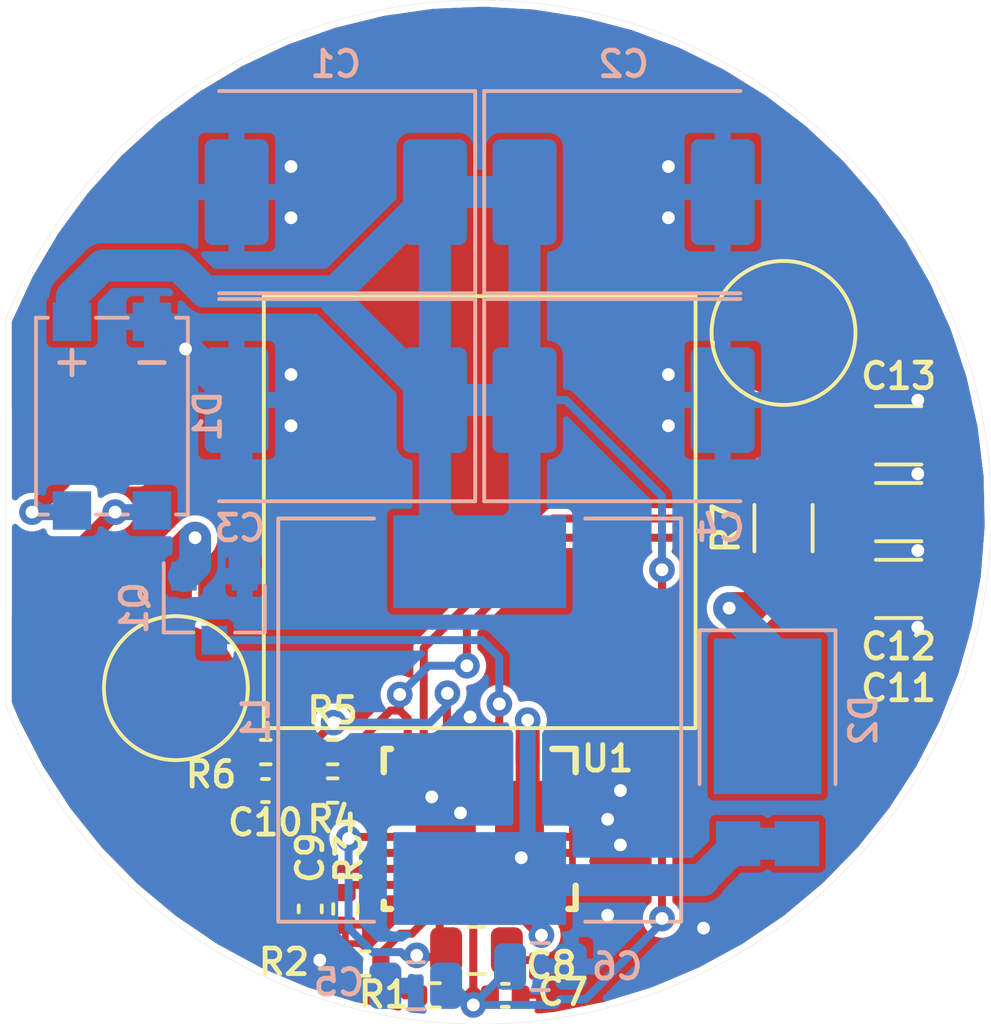
<source format=kicad_pcb>
(kicad_pcb (version 20171130) (host pcbnew "(5.1.10)-1")

  (general
    (thickness 1.6)
    (drawings 6)
    (tracks 212)
    (zones 0)
    (modules 28)
    (nets 21)
  )

  (page A4)
  (layers
    (0 F.Cu signal)
    (31 B.Cu signal)
    (32 B.Adhes user hide)
    (33 F.Adhes user hide)
    (34 B.Paste user)
    (35 F.Paste user)
    (36 B.SilkS user)
    (37 F.SilkS user)
    (38 B.Mask user)
    (39 F.Mask user)
    (40 Dwgs.User user)
    (41 Cmts.User user)
    (42 Eco1.User user)
    (43 Eco2.User user)
    (44 Edge.Cuts user)
    (45 Margin user)
    (46 B.CrtYd user hide)
    (47 F.CrtYd user hide)
    (48 B.Fab user hide)
    (49 F.Fab user hide)
  )

  (setup
    (last_trace_width 0.25)
    (user_trace_width 0.25)
    (user_trace_width 0.5)
    (user_trace_width 1)
    (trace_clearance 0.1524)
    (zone_clearance 0.2)
    (zone_45_only no)
    (trace_min 0.1524)
    (via_size 0.6)
    (via_drill 0.3)
    (via_min_size 0.3)
    (via_min_drill 0.3)
    (user_via 0.65 0.35)
    (user_via 0.8 0.4)
    (uvia_size 0.3)
    (uvia_drill 0.1)
    (uvias_allowed no)
    (uvia_min_size 0.2)
    (uvia_min_drill 0.1)
    (edge_width 0.05)
    (segment_width 0.2)
    (pcb_text_width 0.3)
    (pcb_text_size 1.5 1.5)
    (mod_edge_width 0.12)
    (mod_text_size 1 1)
    (mod_text_width 0.15)
    (pad_size 1.524 1.524)
    (pad_drill 0.762)
    (pad_to_mask_clearance 0)
    (aux_axis_origin 0 0)
    (visible_elements FFFFFF7F)
    (pcbplotparams
      (layerselection 0x010fc_ffffffff)
      (usegerberextensions false)
      (usegerberattributes true)
      (usegerberadvancedattributes true)
      (creategerberjobfile true)
      (excludeedgelayer true)
      (linewidth 0.100000)
      (plotframeref false)
      (viasonmask false)
      (mode 1)
      (useauxorigin false)
      (hpglpennumber 1)
      (hpglpenspeed 20)
      (hpglpendiameter 15.000000)
      (psnegative false)
      (psa4output false)
      (plotreference true)
      (plotvalue true)
      (plotinvisibletext false)
      (padsonsilk false)
      (subtractmaskfromsilk false)
      (outputformat 1)
      (mirror false)
      (drillshape 1)
      (scaleselection 1)
      (outputdirectory ""))
  )

  (net 0 "")
  (net 1 GND)
  (net 2 +12V)
  (net 3 "Net-(C8-Pad1)")
  (net 4 "Net-(C9-Pad1)")
  (net 5 "Net-(C10-Pad1)")
  (net 6 "Net-(R1-Pad2)")
  (net 7 "Net-(R3-Pad1)")
  (net 8 "Net-(R4-Pad1)")
  (net 9 "Net-(U1-Pad34)")
  (net 10 "Net-(U1-Pad31)")
  (net 11 "Net-(U1-Pad10)")
  (net 12 "Net-(U1-Pad1)")
  (net 13 /VLED)
  (net 14 /AC1)
  (net 15 /AC2)
  (net 16 /SW)
  (net 17 /A)
  (net 18 /K)
  (net 19 /PWMOUT)
  (net 20 /FB)

  (net_class Default "This is the default net class."
    (clearance 0.1524)
    (trace_width 0.1524)
    (via_dia 0.6)
    (via_drill 0.3)
    (uvia_dia 0.3)
    (uvia_drill 0.1)
    (add_net +12V)
    (add_net /A)
    (add_net /AC1)
    (add_net /AC2)
    (add_net /FB)
    (add_net /K)
    (add_net /PWMOUT)
    (add_net /SW)
    (add_net /VLED)
    (add_net GND)
    (add_net "Net-(C10-Pad1)")
    (add_net "Net-(C8-Pad1)")
    (add_net "Net-(C9-Pad1)")
    (add_net "Net-(R1-Pad2)")
    (add_net "Net-(R3-Pad1)")
    (add_net "Net-(R4-Pad1)")
    (add_net "Net-(U1-Pad1)")
    (add_net "Net-(U1-Pad10)")
    (add_net "Net-(U1-Pad31)")
    (add_net "Net-(U1-Pad34)")
  )

  (module Capacitor_SMD:C_0805_2012Metric (layer F.Cu) (tedit 5F68FEEE) (tstamp 618027F0)
    (at 149.9 113.7)
    (descr "Capacitor SMD 0805 (2012 Metric), square (rectangular) end terminal, IPC_7351 nominal, (Body size source: IPC-SM-782 page 76, https://www.pcb-3d.com/wordpress/wp-content/uploads/ipc-sm-782a_amendment_1_and_2.pdf, https://docs.google.com/spreadsheets/d/1BsfQQcO9C6DZCsRaXUlFlo91Tg2WpOkGARC1WS5S8t0/edit?usp=sharing), generated with kicad-footprint-generator")
    (tags capacitor)
    (path /61832B3A)
    (attr smd)
    (fp_text reference C8 (at 2.34 0.46) (layer F.SilkS)
      (effects (font (size 0.8 0.8) (thickness 0.15)))
    )
    (fp_text value 4.7uF (at 0 1.68) (layer F.Fab)
      (effects (font (size 1 1) (thickness 0.15)))
    )
    (fp_text user %R (at 0 0) (layer F.Fab)
      (effects (font (size 0.8 0.8) (thickness 0.08)))
    )
    (fp_line (start -1 0.625) (end -1 -0.625) (layer F.Fab) (width 0.1))
    (fp_line (start -1 -0.625) (end 1 -0.625) (layer F.Fab) (width 0.1))
    (fp_line (start 1 -0.625) (end 1 0.625) (layer F.Fab) (width 0.1))
    (fp_line (start 1 0.625) (end -1 0.625) (layer F.Fab) (width 0.1))
    (fp_line (start -0.261252 -0.735) (end 0.261252 -0.735) (layer F.SilkS) (width 0.12))
    (fp_line (start -0.261252 0.735) (end 0.261252 0.735) (layer F.SilkS) (width 0.12))
    (fp_line (start -1.7 0.98) (end -1.7 -0.98) (layer F.CrtYd) (width 0.05))
    (fp_line (start -1.7 -0.98) (end 1.7 -0.98) (layer F.CrtYd) (width 0.05))
    (fp_line (start 1.7 -0.98) (end 1.7 0.98) (layer F.CrtYd) (width 0.05))
    (fp_line (start 1.7 0.98) (end -1.7 0.98) (layer F.CrtYd) (width 0.05))
    (pad 2 smd roundrect (at 0.95 0) (size 1 1.45) (layers F.Cu F.Paste F.Mask) (roundrect_rratio 0.25)
      (net 1 GND))
    (pad 1 smd roundrect (at -0.95 0) (size 1 1.45) (layers F.Cu F.Paste F.Mask) (roundrect_rratio 0.25)
      (net 3 "Net-(C8-Pad1)"))
    (model ${KISYS3DMOD}/Capacitor_SMD.3dshapes/C_0805_2012Metric.wrl
      (at (xyz 0 0 0))
      (scale (xyz 1 1 1))
      (rotate (xyz 0 0 0))
    )
  )

  (module Analog_Devices:36-UHE (layer F.Cu) (tedit 617EF4D7) (tstamp 61806606)
    (at 150 109.9 90)
    (path /617EF52F)
    (fp_text reference U1 (at 2.2 4 180) (layer F.SilkS)
      (effects (font (size 0.8 0.8) (thickness 0.15)))
    )
    (fp_text value LT3956 (at 0 4.25 90) (layer F.Fab)
      (effects (font (size 1 1) (thickness 0.15)))
    )
    (fp_line (start 1.775 3) (end 2.5 3) (layer F.SilkS) (width 0.2))
    (fp_line (start -1.775 3) (end -2.5 3) (layer F.SilkS) (width 0.2))
    (fp_line (start 2.5 3) (end 2.5 2.275) (layer F.SilkS) (width 0.2))
    (fp_line (start 1.775 -3) (end 2.5 -3) (layer F.SilkS) (width 0.2))
    (fp_line (start 2.5 -2.775) (end 2.5 -3) (layer F.SilkS) (width 0.2))
    (fp_line (start -2.5 3) (end -2.5 2.775) (layer F.SilkS) (width 0.2))
    (fp_line (start -2.275 -3) (end -2.5 -3) (layer F.SilkS) (width 0.2))
    (fp_line (start -2.5 -2.775) (end -2.5 -3) (layer F.SilkS) (width 0.2))
    (pad 38 smd rect (at 0 1.245 90) (size 3 1.53) (layers F.Cu F.Paste F.Mask)
      (net 16 /SW))
    (pad 37 smd rect (at 0 -1.06 90) (size 3 1.88) (layers F.Cu F.Paste F.Mask)
      (net 1 GND))
    (pad 36 smd rect (at -1.75 -2.9 90) (size 0.25 0.7) (layers F.Cu F.Paste F.Mask)
      (net 7 "Net-(R3-Pad1)"))
    (pad 35 smd rect (at -1.25 -2.9 90) (size 0.25 0.7) (layers F.Cu F.Paste F.Mask)
      (net 4 "Net-(C9-Pad1)"))
    (pad 34 smd rect (at -0.75 -2.9 90) (size 0.25 0.7) (layers F.Cu F.Paste F.Mask)
      (net 9 "Net-(U1-Pad34)"))
    (pad 33 smd rect (at -0.25 -2.9 90) (size 0.25 0.7) (layers F.Cu F.Paste F.Mask)
      (net 3 "Net-(C8-Pad1)"))
    (pad 32 smd rect (at 0.25 -2.9 90) (size 0.25 0.7) (layers F.Cu F.Paste F.Mask)
      (net 10 "Net-(U1-Pad31)"))
    (pad 30 smd rect (at 1.25 -2.9 90) (size 0.25 0.7) (layers F.Cu F.Paste F.Mask)
      (net 8 "Net-(R4-Pad1)"))
    (pad 31 smd rect (at 0.75 -2.9 90) (size 0.25 0.7) (layers F.Cu F.Paste F.Mask)
      (net 10 "Net-(U1-Pad31)"))
    (pad 16 smd rect (at 0.75 2.9 90) (size 0.25 0.7) (layers F.Cu F.Paste F.Mask)
      (net 1 GND))
    (pad 17 smd rect (at 1.25 2.9 90) (size 0.25 0.7) (layers F.Cu F.Paste F.Mask)
      (net 1 GND))
    (pad 15 smd rect (at 0.25 2.9 90) (size 0.25 0.7) (layers F.Cu F.Paste F.Mask)
      (net 1 GND))
    (pad 14 smd rect (at -0.25 2.9 90) (size 0.25 0.7) (layers F.Cu F.Paste F.Mask)
      (net 1 GND))
    (pad 13 smd rect (at -0.75 2.9 90) (size 0.25 0.7) (layers F.Cu F.Paste F.Mask)
      (net 1 GND))
    (pad 12 smd rect (at -1.25 2.9 90) (size 0.25 0.7) (layers F.Cu F.Paste F.Mask)
      (net 1 GND))
    (pad 24 smd rect (at 2.4 -0.25 90) (size 0.7 0.25) (layers F.Cu F.Paste F.Mask)
      (net 1 GND))
    (pad 25 smd rect (at 2.4 -0.75 90) (size 0.7 0.25) (layers F.Cu F.Paste F.Mask)
      (net 20 /FB))
    (pad 21 smd rect (at 2.4 1.25 90) (size 0.7 0.25) (layers F.Cu F.Paste F.Mask)
      (net 16 /SW))
    (pad 23 smd rect (at 2.4 0.25 90) (size 0.7 0.25) (layers F.Cu F.Paste F.Mask)
      (net 19 /PWMOUT))
    (pad 20 smd rect (at 2.4 1.75 90) (size 0.7 0.25) (layers F.Cu F.Paste F.Mask)
      (net 16 /SW))
    (pad 28 smd rect (at 2.4 -2.25 90) (size 0.7 0.25) (layers F.Cu F.Paste F.Mask)
      (net 13 /VLED))
    (pad 27 smd rect (at 2.4 -1.75 90) (size 0.7 0.25) (layers F.Cu F.Paste F.Mask)
      (net 17 /A))
    (pad 10 smd rect (at -2.4 2.25 90) (size 0.7 0.25) (layers F.Cu F.Paste F.Mask)
      (net 11 "Net-(U1-Pad10)"))
    (pad 9 smd rect (at -2.4 1.75 90) (size 0.7 0.25) (layers F.Cu F.Paste F.Mask)
      (net 16 /SW))
    (pad 8 smd rect (at -2.4 1.25 90) (size 0.7 0.25) (layers F.Cu F.Paste F.Mask)
      (net 16 /SW))
    (pad 6 smd rect (at -2.4 0.25 90) (size 0.7 0.25) (layers F.Cu F.Paste F.Mask)
      (net 2 +12V))
    (pad 4 smd rect (at -2.4 -0.75 90) (size 0.7 0.25) (layers F.Cu F.Paste F.Mask)
      (net 1 GND))
    (pad 3 smd rect (at -2.4 -1.25 90) (size 0.7 0.25) (layers F.Cu F.Paste F.Mask)
      (net 3 "Net-(C8-Pad1)"))
    (pad 2 smd rect (at -2.4 -1.75 90) (size 0.7 0.25) (layers F.Cu F.Paste F.Mask)
      (net 6 "Net-(R1-Pad2)"))
    (pad 1 smd rect (at -2.4 -2.25 90) (size 0.7 0.25) (layers F.Cu F.Paste F.Mask)
      (net 12 "Net-(U1-Pad1)"))
    (model ${KIPRJMOD}/Analog_Devices.pretty/LT3956.step
      (offset (xyz 0 0 0.02))
      (scale (xyz 1 1 1))
      (rotate (xyz -90 0 0))
    )
  )

  (module Resistor_SMD:R_1206_3216Metric (layer F.Cu) (tedit 5F68FEEE) (tstamp 61802962)
    (at 159.5 100.5 90)
    (descr "Resistor SMD 1206 (3216 Metric), square (rectangular) end terminal, IPC_7351 nominal, (Body size source: IPC-SM-782 page 72, https://www.pcb-3d.com/wordpress/wp-content/uploads/ipc-sm-782a_amendment_1_and_2.pdf), generated with kicad-footprint-generator")
    (tags resistor)
    (path /61810FB7)
    (attr smd)
    (fp_text reference R7 (at 0 -1.8 90) (layer F.SilkS)
      (effects (font (size 0.8 0.8) (thickness 0.15)))
    )
    (fp_text value 1.4 (at 0 1.82 90) (layer F.Fab)
      (effects (font (size 1 1) (thickness 0.15)))
    )
    (fp_text user %R (at 0 0 90) (layer F.Fab)
      (effects (font (size 0.8 0.8) (thickness 0.12)))
    )
    (fp_line (start -1.6 0.8) (end -1.6 -0.8) (layer F.Fab) (width 0.1))
    (fp_line (start -1.6 -0.8) (end 1.6 -0.8) (layer F.Fab) (width 0.1))
    (fp_line (start 1.6 -0.8) (end 1.6 0.8) (layer F.Fab) (width 0.1))
    (fp_line (start 1.6 0.8) (end -1.6 0.8) (layer F.Fab) (width 0.1))
    (fp_line (start -0.727064 -0.91) (end 0.727064 -0.91) (layer F.SilkS) (width 0.12))
    (fp_line (start -0.727064 0.91) (end 0.727064 0.91) (layer F.SilkS) (width 0.12))
    (fp_line (start -2.28 1.12) (end -2.28 -1.12) (layer F.CrtYd) (width 0.05))
    (fp_line (start -2.28 -1.12) (end 2.28 -1.12) (layer F.CrtYd) (width 0.05))
    (fp_line (start 2.28 -1.12) (end 2.28 1.12) (layer F.CrtYd) (width 0.05))
    (fp_line (start 2.28 1.12) (end -2.28 1.12) (layer F.CrtYd) (width 0.05))
    (pad 2 smd roundrect (at 1.4625 0 90) (size 1.125 1.75) (layers F.Cu F.Paste F.Mask) (roundrect_rratio 0.222222)
      (net 17 /A))
    (pad 1 smd roundrect (at -1.4625 0 90) (size 1.125 1.75) (layers F.Cu F.Paste F.Mask) (roundrect_rratio 0.222222)
      (net 13 /VLED))
    (model ${KISYS3DMOD}/Resistor_SMD.3dshapes/R_1206_3216Metric.wrl
      (at (xyz 0 0 0))
      (scale (xyz 1 1 1))
      (rotate (xyz 0 0 0))
    )
  )

  (module Resistor_SMD:R_0402_1005Metric (layer F.Cu) (tedit 5F68FEEE) (tstamp 61802951)
    (at 143.31 107.5 180)
    (descr "Resistor SMD 0402 (1005 Metric), square (rectangular) end terminal, IPC_7351 nominal, (Body size source: IPC-SM-782 page 72, https://www.pcb-3d.com/wordpress/wp-content/uploads/ipc-sm-782a_amendment_1_and_2.pdf), generated with kicad-footprint-generator")
    (tags resistor)
    (path /6181B710)
    (attr smd)
    (fp_text reference R6 (at 1.71 -0.7) (layer F.SilkS)
      (effects (font (size 0.8 0.8) (thickness 0.15)))
    )
    (fp_text value 29.4k (at 0 1.17) (layer F.Fab)
      (effects (font (size 1 1) (thickness 0.15)))
    )
    (fp_text user %R (at 0 0) (layer F.Fab)
      (effects (font (size 0.8 0.8) (thickness 0.04)))
    )
    (fp_line (start -0.525 0.27) (end -0.525 -0.27) (layer F.Fab) (width 0.1))
    (fp_line (start -0.525 -0.27) (end 0.525 -0.27) (layer F.Fab) (width 0.1))
    (fp_line (start 0.525 -0.27) (end 0.525 0.27) (layer F.Fab) (width 0.1))
    (fp_line (start 0.525 0.27) (end -0.525 0.27) (layer F.Fab) (width 0.1))
    (fp_line (start -0.153641 -0.38) (end 0.153641 -0.38) (layer F.SilkS) (width 0.12))
    (fp_line (start -0.153641 0.38) (end 0.153641 0.38) (layer F.SilkS) (width 0.12))
    (fp_line (start -0.93 0.47) (end -0.93 -0.47) (layer F.CrtYd) (width 0.05))
    (fp_line (start -0.93 -0.47) (end 0.93 -0.47) (layer F.CrtYd) (width 0.05))
    (fp_line (start 0.93 -0.47) (end 0.93 0.47) (layer F.CrtYd) (width 0.05))
    (fp_line (start 0.93 0.47) (end -0.93 0.47) (layer F.CrtYd) (width 0.05))
    (pad 2 smd roundrect (at 0.51 0 180) (size 0.54 0.64) (layers F.Cu F.Paste F.Mask) (roundrect_rratio 0.25)
      (net 1 GND))
    (pad 1 smd roundrect (at -0.51 0 180) (size 0.54 0.64) (layers F.Cu F.Paste F.Mask) (roundrect_rratio 0.25)
      (net 20 /FB))
    (model ${KISYS3DMOD}/Resistor_SMD.3dshapes/R_0402_1005Metric.wrl
      (at (xyz 0 0 0))
      (scale (xyz 1 1 1))
      (rotate (xyz 0 0 0))
    )
  )

  (module Resistor_SMD:R_0402_1005Metric (layer F.Cu) (tedit 5F68FEEE) (tstamp 61802940)
    (at 145.4 107.5 180)
    (descr "Resistor SMD 0402 (1005 Metric), square (rectangular) end terminal, IPC_7351 nominal, (Body size source: IPC-SM-782 page 72, https://www.pcb-3d.com/wordpress/wp-content/uploads/ipc-sm-782a_amendment_1_and_2.pdf), generated with kicad-footprint-generator")
    (tags resistor)
    (path /6181B092)
    (attr smd)
    (fp_text reference R5 (at 0 1.3) (layer F.SilkS)
      (effects (font (size 0.8 0.8) (thickness 0.15)))
    )
    (fp_text value 1M (at 0 1.17) (layer F.Fab)
      (effects (font (size 1 1) (thickness 0.15)))
    )
    (fp_text user %R (at 0 0) (layer F.Fab)
      (effects (font (size 0.8 0.8) (thickness 0.04)))
    )
    (fp_line (start -0.525 0.27) (end -0.525 -0.27) (layer F.Fab) (width 0.1))
    (fp_line (start -0.525 -0.27) (end 0.525 -0.27) (layer F.Fab) (width 0.1))
    (fp_line (start 0.525 -0.27) (end 0.525 0.27) (layer F.Fab) (width 0.1))
    (fp_line (start 0.525 0.27) (end -0.525 0.27) (layer F.Fab) (width 0.1))
    (fp_line (start -0.153641 -0.38) (end 0.153641 -0.38) (layer F.SilkS) (width 0.12))
    (fp_line (start -0.153641 0.38) (end 0.153641 0.38) (layer F.SilkS) (width 0.12))
    (fp_line (start -0.93 0.47) (end -0.93 -0.47) (layer F.CrtYd) (width 0.05))
    (fp_line (start -0.93 -0.47) (end 0.93 -0.47) (layer F.CrtYd) (width 0.05))
    (fp_line (start 0.93 -0.47) (end 0.93 0.47) (layer F.CrtYd) (width 0.05))
    (fp_line (start 0.93 0.47) (end -0.93 0.47) (layer F.CrtYd) (width 0.05))
    (pad 2 smd roundrect (at 0.51 0 180) (size 0.54 0.64) (layers F.Cu F.Paste F.Mask) (roundrect_rratio 0.25)
      (net 20 /FB))
    (pad 1 smd roundrect (at -0.51 0 180) (size 0.54 0.64) (layers F.Cu F.Paste F.Mask) (roundrect_rratio 0.25)
      (net 13 /VLED))
    (model ${KISYS3DMOD}/Resistor_SMD.3dshapes/R_0402_1005Metric.wrl
      (at (xyz 0 0 0))
      (scale (xyz 1 1 1))
      (rotate (xyz 0 0 0))
    )
  )

  (module Resistor_SMD:R_0402_1005Metric (layer F.Cu) (tedit 5F68FEEE) (tstamp 6180292F)
    (at 145.4 108.7 180)
    (descr "Resistor SMD 0402 (1005 Metric), square (rectangular) end terminal, IPC_7351 nominal, (Body size source: IPC-SM-782 page 72, https://www.pcb-3d.com/wordpress/wp-content/uploads/ipc-sm-782a_amendment_1_and_2.pdf), generated with kicad-footprint-generator")
    (tags resistor)
    (path /61822564)
    (attr smd)
    (fp_text reference R4 (at 0 -0.9) (layer F.SilkS)
      (effects (font (size 0.8 0.8) (thickness 0.15)))
    )
    (fp_text value 20k (at 0 1.17) (layer F.Fab)
      (effects (font (size 1 1) (thickness 0.15)))
    )
    (fp_text user %R (at 0 0) (layer F.Fab)
      (effects (font (size 0.8 0.8) (thickness 0.04)))
    )
    (fp_line (start -0.525 0.27) (end -0.525 -0.27) (layer F.Fab) (width 0.1))
    (fp_line (start -0.525 -0.27) (end 0.525 -0.27) (layer F.Fab) (width 0.1))
    (fp_line (start 0.525 -0.27) (end 0.525 0.27) (layer F.Fab) (width 0.1))
    (fp_line (start 0.525 0.27) (end -0.525 0.27) (layer F.Fab) (width 0.1))
    (fp_line (start -0.153641 -0.38) (end 0.153641 -0.38) (layer F.SilkS) (width 0.12))
    (fp_line (start -0.153641 0.38) (end 0.153641 0.38) (layer F.SilkS) (width 0.12))
    (fp_line (start -0.93 0.47) (end -0.93 -0.47) (layer F.CrtYd) (width 0.05))
    (fp_line (start -0.93 -0.47) (end 0.93 -0.47) (layer F.CrtYd) (width 0.05))
    (fp_line (start 0.93 -0.47) (end 0.93 0.47) (layer F.CrtYd) (width 0.05))
    (fp_line (start 0.93 0.47) (end -0.93 0.47) (layer F.CrtYd) (width 0.05))
    (pad 2 smd roundrect (at 0.51 0 180) (size 0.54 0.64) (layers F.Cu F.Paste F.Mask) (roundrect_rratio 0.25)
      (net 5 "Net-(C10-Pad1)"))
    (pad 1 smd roundrect (at -0.51 0 180) (size 0.54 0.64) (layers F.Cu F.Paste F.Mask) (roundrect_rratio 0.25)
      (net 8 "Net-(R4-Pad1)"))
    (model ${KISYS3DMOD}/Resistor_SMD.3dshapes/R_0402_1005Metric.wrl
      (at (xyz 0 0 0))
      (scale (xyz 1 1 1))
      (rotate (xyz 0 0 0))
    )
  )

  (module Resistor_SMD:R_0402_1005Metric (layer F.Cu) (tedit 5F68FEEE) (tstamp 6180291E)
    (at 145.8 112.4 270)
    (descr "Resistor SMD 0402 (1005 Metric), square (rectangular) end terminal, IPC_7351 nominal, (Body size source: IPC-SM-782 page 72, https://www.pcb-3d.com/wordpress/wp-content/uploads/ipc-sm-782a_amendment_1_and_2.pdf), generated with kicad-footprint-generator")
    (tags resistor)
    (path /61825722)
    (attr smd)
    (fp_text reference R3 (at -1.6 -0.1 90) (layer F.SilkS)
      (effects (font (size 0.8 0.8) (thickness 0.15)))
    )
    (fp_text value 16k (at 0 1.17 90) (layer F.Fab)
      (effects (font (size 1 1) (thickness 0.15)))
    )
    (fp_text user %R (at 0 0 90) (layer F.Fab)
      (effects (font (size 0.8 0.8) (thickness 0.04)))
    )
    (fp_line (start -0.525 0.27) (end -0.525 -0.27) (layer F.Fab) (width 0.1))
    (fp_line (start -0.525 -0.27) (end 0.525 -0.27) (layer F.Fab) (width 0.1))
    (fp_line (start 0.525 -0.27) (end 0.525 0.27) (layer F.Fab) (width 0.1))
    (fp_line (start 0.525 0.27) (end -0.525 0.27) (layer F.Fab) (width 0.1))
    (fp_line (start -0.153641 -0.38) (end 0.153641 -0.38) (layer F.SilkS) (width 0.12))
    (fp_line (start -0.153641 0.38) (end 0.153641 0.38) (layer F.SilkS) (width 0.12))
    (fp_line (start -0.93 0.47) (end -0.93 -0.47) (layer F.CrtYd) (width 0.05))
    (fp_line (start -0.93 -0.47) (end 0.93 -0.47) (layer F.CrtYd) (width 0.05))
    (fp_line (start 0.93 -0.47) (end 0.93 0.47) (layer F.CrtYd) (width 0.05))
    (fp_line (start 0.93 0.47) (end -0.93 0.47) (layer F.CrtYd) (width 0.05))
    (pad 2 smd roundrect (at 0.51 0 270) (size 0.54 0.64) (layers F.Cu F.Paste F.Mask) (roundrect_rratio 0.25)
      (net 1 GND))
    (pad 1 smd roundrect (at -0.51 0 270) (size 0.54 0.64) (layers F.Cu F.Paste F.Mask) (roundrect_rratio 0.25)
      (net 7 "Net-(R3-Pad1)"))
    (model ${KISYS3DMOD}/Resistor_SMD.3dshapes/R_0402_1005Metric.wrl
      (at (xyz 0 0 0))
      (scale (xyz 1 1 1))
      (rotate (xyz 0 0 0))
    )
  )

  (module Resistor_SMD:R_0402_1005Metric (layer F.Cu) (tedit 5F68FEEE) (tstamp 6180290D)
    (at 146.4 114.11 180)
    (descr "Resistor SMD 0402 (1005 Metric), square (rectangular) end terminal, IPC_7351 nominal, (Body size source: IPC-SM-782 page 72, https://www.pcb-3d.com/wordpress/wp-content/uploads/ipc-sm-782a_amendment_1_and_2.pdf), generated with kicad-footprint-generator")
    (tags resistor)
    (path /6183C36B)
    (attr smd)
    (fp_text reference R2 (at 2.52 0.05) (layer F.SilkS)
      (effects (font (size 0.8 0.8) (thickness 0.15)))
    )
    (fp_text value 187k (at 0 1.17) (layer F.Fab)
      (effects (font (size 1 1) (thickness 0.15)))
    )
    (fp_text user %R (at 0 0) (layer F.Fab)
      (effects (font (size 0.8 0.8) (thickness 0.04)))
    )
    (fp_line (start -0.525 0.27) (end -0.525 -0.27) (layer F.Fab) (width 0.1))
    (fp_line (start -0.525 -0.27) (end 0.525 -0.27) (layer F.Fab) (width 0.1))
    (fp_line (start 0.525 -0.27) (end 0.525 0.27) (layer F.Fab) (width 0.1))
    (fp_line (start 0.525 0.27) (end -0.525 0.27) (layer F.Fab) (width 0.1))
    (fp_line (start -0.153641 -0.38) (end 0.153641 -0.38) (layer F.SilkS) (width 0.12))
    (fp_line (start -0.153641 0.38) (end 0.153641 0.38) (layer F.SilkS) (width 0.12))
    (fp_line (start -0.93 0.47) (end -0.93 -0.47) (layer F.CrtYd) (width 0.05))
    (fp_line (start -0.93 -0.47) (end 0.93 -0.47) (layer F.CrtYd) (width 0.05))
    (fp_line (start 0.93 -0.47) (end 0.93 0.47) (layer F.CrtYd) (width 0.05))
    (fp_line (start 0.93 0.47) (end -0.93 0.47) (layer F.CrtYd) (width 0.05))
    (pad 2 smd roundrect (at 0.51 0 180) (size 0.54 0.64) (layers F.Cu F.Paste F.Mask) (roundrect_rratio 0.25)
      (net 1 GND))
    (pad 1 smd roundrect (at -0.51 0 180) (size 0.54 0.64) (layers F.Cu F.Paste F.Mask) (roundrect_rratio 0.25)
      (net 6 "Net-(R1-Pad2)"))
    (model ${KISYS3DMOD}/Resistor_SMD.3dshapes/R_0402_1005Metric.wrl
      (at (xyz 0 0 0))
      (scale (xyz 1 1 1))
      (rotate (xyz 0 0 0))
    )
  )

  (module Resistor_SMD:R_0402_1005Metric (layer F.Cu) (tedit 5F68FEEE) (tstamp 618028FC)
    (at 148.6 115.1 180)
    (descr "Resistor SMD 0402 (1005 Metric), square (rectangular) end terminal, IPC_7351 nominal, (Body size source: IPC-SM-782 page 72, https://www.pcb-3d.com/wordpress/wp-content/uploads/ipc-sm-782a_amendment_1_and_2.pdf), generated with kicad-footprint-generator")
    (tags resistor)
    (path /61820ED5)
    (attr smd)
    (fp_text reference R1 (at 1.59 0.02) (layer F.SilkS)
      (effects (font (size 0.8 0.8) (thickness 0.15)))
    )
    (fp_text value 1M (at 0 1.17) (layer F.Fab)
      (effects (font (size 1 1) (thickness 0.15)))
    )
    (fp_text user %R (at 0 0) (layer F.Fab)
      (effects (font (size 0.8 0.8) (thickness 0.04)))
    )
    (fp_line (start -0.525 0.27) (end -0.525 -0.27) (layer F.Fab) (width 0.1))
    (fp_line (start -0.525 -0.27) (end 0.525 -0.27) (layer F.Fab) (width 0.1))
    (fp_line (start 0.525 -0.27) (end 0.525 0.27) (layer F.Fab) (width 0.1))
    (fp_line (start 0.525 0.27) (end -0.525 0.27) (layer F.Fab) (width 0.1))
    (fp_line (start -0.153641 -0.38) (end 0.153641 -0.38) (layer F.SilkS) (width 0.12))
    (fp_line (start -0.153641 0.38) (end 0.153641 0.38) (layer F.SilkS) (width 0.12))
    (fp_line (start -0.93 0.47) (end -0.93 -0.47) (layer F.CrtYd) (width 0.05))
    (fp_line (start -0.93 -0.47) (end 0.93 -0.47) (layer F.CrtYd) (width 0.05))
    (fp_line (start 0.93 -0.47) (end 0.93 0.47) (layer F.CrtYd) (width 0.05))
    (fp_line (start 0.93 0.47) (end -0.93 0.47) (layer F.CrtYd) (width 0.05))
    (pad 2 smd roundrect (at 0.51 0 180) (size 0.54 0.64) (layers F.Cu F.Paste F.Mask) (roundrect_rratio 0.25)
      (net 6 "Net-(R1-Pad2)"))
    (pad 1 smd roundrect (at -0.51 0 180) (size 0.54 0.64) (layers F.Cu F.Paste F.Mask) (roundrect_rratio 0.25)
      (net 2 +12V))
    (model ${KISYS3DMOD}/Resistor_SMD.3dshapes/R_0402_1005Metric.wrl
      (at (xyz 0 0 0))
      (scale (xyz 1 1 1))
      (rotate (xyz 0 0 0))
    )
  )

  (module Package_TO_SOT_SMD:SOT-23 (layer B.Cu) (tedit 5A02FF57) (tstamp 618028EB)
    (at 141.7 103 270)
    (descr "SOT-23, Standard")
    (tags SOT-23)
    (path /6184BEAF)
    (attr smd)
    (fp_text reference Q1 (at 0 2.5 90) (layer B.SilkS)
      (effects (font (size 0.8 0.8) (thickness 0.15)) (justify mirror))
    )
    (fp_text value DMN6075S-7 (at 0 -2.5 90) (layer B.Fab)
      (effects (font (size 1 1) (thickness 0.15)) (justify mirror))
    )
    (fp_text user %R (at 0 0 180) (layer B.Fab)
      (effects (font (size 0.8 0.8) (thickness 0.075)) (justify mirror))
    )
    (fp_line (start -0.7 0.95) (end -0.7 -1.5) (layer B.Fab) (width 0.1))
    (fp_line (start -0.15 1.52) (end 0.7 1.52) (layer B.Fab) (width 0.1))
    (fp_line (start -0.7 0.95) (end -0.15 1.52) (layer B.Fab) (width 0.1))
    (fp_line (start 0.7 1.52) (end 0.7 -1.52) (layer B.Fab) (width 0.1))
    (fp_line (start -0.7 -1.52) (end 0.7 -1.52) (layer B.Fab) (width 0.1))
    (fp_line (start 0.76 -1.58) (end 0.76 -0.65) (layer B.SilkS) (width 0.12))
    (fp_line (start 0.76 1.58) (end 0.76 0.65) (layer B.SilkS) (width 0.12))
    (fp_line (start -1.7 1.75) (end 1.7 1.75) (layer B.CrtYd) (width 0.05))
    (fp_line (start 1.7 1.75) (end 1.7 -1.75) (layer B.CrtYd) (width 0.05))
    (fp_line (start 1.7 -1.75) (end -1.7 -1.75) (layer B.CrtYd) (width 0.05))
    (fp_line (start -1.7 -1.75) (end -1.7 1.75) (layer B.CrtYd) (width 0.05))
    (fp_line (start 0.76 1.58) (end -1.4 1.58) (layer B.SilkS) (width 0.12))
    (fp_line (start 0.76 -1.58) (end -0.7 -1.58) (layer B.SilkS) (width 0.12))
    (pad 3 smd rect (at 1 0 270) (size 0.9 0.8) (layers B.Cu B.Paste B.Mask)
      (net 19 /PWMOUT))
    (pad 2 smd rect (at -1 -0.95 270) (size 0.9 0.8) (layers B.Cu B.Paste B.Mask)
      (net 1 GND))
    (pad 1 smd rect (at -1 0.95 270) (size 0.9 0.8) (layers B.Cu B.Paste B.Mask)
      (net 18 /K))
    (model ${KISYS3DMOD}/Package_TO_SOT_SMD.3dshapes/SOT-23.wrl
      (at (xyz 0 0 0))
      (scale (xyz 1 1 1))
      (rotate (xyz 0 0 0))
    )
  )

  (module Inductor_SMD:L_12x12mm_H6mm (layer B.Cu) (tedit 5990349B) (tstamp 61803173)
    (at 150 106.5 270)
    (descr "Choke, SMD, 12x12mm 6mm height")
    (tags "Choke SMD")
    (path /61808867)
    (attr smd)
    (fp_text reference L1 (at 0 7 90) (layer B.SilkS)
      (effects (font (size 0.8 0.8) (thickness 0.15)) (justify mirror))
    )
    (fp_text value DR125-220-R (at 0 -7.5 90) (layer B.Fab)
      (effects (font (size 1 1) (thickness 0.15)) (justify mirror))
    )
    (fp_text user %R (at 0 0 90) (layer B.Fab)
      (effects (font (size 0.8 0.8) (thickness 0.15)) (justify mirror))
    )
    (fp_line (start 6.3 -3.3) (end 6.3 -6.3) (layer B.SilkS) (width 0.12))
    (fp_line (start 6.3 -6.3) (end -6.3 -6.3) (layer B.SilkS) (width 0.12))
    (fp_line (start -6.3 -6.3) (end -6.3 -3.3) (layer B.SilkS) (width 0.12))
    (fp_line (start -6.3 3.3) (end -6.3 6.3) (layer B.SilkS) (width 0.12))
    (fp_line (start -6.3 6.3) (end 6.3 6.3) (layer B.SilkS) (width 0.12))
    (fp_line (start 6.3 6.3) (end 6.3 3.3) (layer B.SilkS) (width 0.12))
    (fp_line (start -6.86 6.6) (end 6.86 6.6) (layer B.CrtYd) (width 0.05))
    (fp_line (start 6.86 6.6) (end 6.86 -6.6) (layer B.CrtYd) (width 0.05))
    (fp_line (start 6.86 -6.6) (end -6.86 -6.6) (layer B.CrtYd) (width 0.05))
    (fp_line (start -6.86 -6.6) (end -6.86 6.6) (layer B.CrtYd) (width 0.05))
    (fp_line (start 4.9 -3.3) (end 5 -3.4) (layer B.Fab) (width 0.1))
    (fp_line (start 5 -3.4) (end 5.1 -3.8) (layer B.Fab) (width 0.1))
    (fp_line (start 5.1 -3.8) (end 5 -4.3) (layer B.Fab) (width 0.1))
    (fp_line (start 5 -4.3) (end 4.8 -4.6) (layer B.Fab) (width 0.1))
    (fp_line (start 4.8 -4.6) (end 4.5 -5) (layer B.Fab) (width 0.1))
    (fp_line (start 4.5 -5) (end 4 -5.1) (layer B.Fab) (width 0.1))
    (fp_line (start 4 -5.1) (end 3.5 -5) (layer B.Fab) (width 0.1))
    (fp_line (start 3.5 -5) (end 3.1 -4.7) (layer B.Fab) (width 0.1))
    (fp_line (start 3.1 -4.7) (end 3 -4.6) (layer B.Fab) (width 0.1))
    (fp_line (start 3 -4.6) (end 2.4 -5) (layer B.Fab) (width 0.1))
    (fp_line (start 2.4 -5) (end 1.6 -5.3) (layer B.Fab) (width 0.1))
    (fp_line (start 1.6 -5.3) (end 0.6 -5.5) (layer B.Fab) (width 0.1))
    (fp_line (start 0.6 -5.5) (end -0.6 -5.5) (layer B.Fab) (width 0.1))
    (fp_line (start -0.6 -5.5) (end -1.5 -5.3) (layer B.Fab) (width 0.1))
    (fp_line (start -1.5 -5.3) (end -2.1 -5.1) (layer B.Fab) (width 0.1))
    (fp_line (start -2.1 -5.1) (end -2.6 -4.9) (layer B.Fab) (width 0.1))
    (fp_line (start -2.6 -4.9) (end -3 -4.7) (layer B.Fab) (width 0.1))
    (fp_line (start -3 -4.7) (end -3.3 -4.9) (layer B.Fab) (width 0.1))
    (fp_line (start -3.3 -4.9) (end -3.9 -5.1) (layer B.Fab) (width 0.1))
    (fp_line (start -3.9 -5.1) (end -4.3 -5) (layer B.Fab) (width 0.1))
    (fp_line (start -4.3 -5) (end -4.6 -4.8) (layer B.Fab) (width 0.1))
    (fp_line (start -4.6 -4.8) (end -4.9 -4.6) (layer B.Fab) (width 0.1))
    (fp_line (start -4.9 -4.6) (end -5.1 -4.1) (layer B.Fab) (width 0.1))
    (fp_line (start -5.1 -4.1) (end -5 -3.6) (layer B.Fab) (width 0.1))
    (fp_line (start -5 -3.6) (end -4.8 -3.2) (layer B.Fab) (width 0.1))
    (fp_line (start 4.9 3.3) (end 5 3.6) (layer B.Fab) (width 0.1))
    (fp_line (start 5 3.6) (end 5.1 4) (layer B.Fab) (width 0.1))
    (fp_line (start 5.1 4) (end 5 4.3) (layer B.Fab) (width 0.1))
    (fp_line (start 5 4.3) (end 4.8 4.7) (layer B.Fab) (width 0.1))
    (fp_line (start 4.8 4.7) (end 4.5 4.9) (layer B.Fab) (width 0.1))
    (fp_line (start 4.5 4.9) (end 4.2 5.1) (layer B.Fab) (width 0.1))
    (fp_line (start 4.2 5.1) (end 3.9 5.1) (layer B.Fab) (width 0.1))
    (fp_line (start 3.9 5.1) (end 3.6 5) (layer B.Fab) (width 0.1))
    (fp_line (start 3.6 5) (end 3.3 4.9) (layer B.Fab) (width 0.1))
    (fp_line (start 3.3 4.9) (end 3 4.6) (layer B.Fab) (width 0.1))
    (fp_line (start 3 4.6) (end 2.6 4.9) (layer B.Fab) (width 0.1))
    (fp_line (start 2.6 4.9) (end 2.2 5.1) (layer B.Fab) (width 0.1))
    (fp_line (start 2.2 5.1) (end 1.7 5.3) (layer B.Fab) (width 0.1))
    (fp_line (start 1.7 5.3) (end 0.9 5.5) (layer B.Fab) (width 0.1))
    (fp_line (start 0.9 5.5) (end 0 5.6) (layer B.Fab) (width 0.1))
    (fp_line (start 0 5.6) (end -0.8 5.5) (layer B.Fab) (width 0.1))
    (fp_line (start -0.8 5.5) (end -1.7 5.3) (layer B.Fab) (width 0.1))
    (fp_line (start -1.7 5.3) (end -2.6 4.9) (layer B.Fab) (width 0.1))
    (fp_line (start -2.6 4.9) (end -3 4.7) (layer B.Fab) (width 0.1))
    (fp_line (start -3 4.7) (end -3.3 4.9) (layer B.Fab) (width 0.1))
    (fp_line (start -3.3 4.9) (end -3.7 5.1) (layer B.Fab) (width 0.1))
    (fp_line (start -3.7 5.1) (end -4.2 5) (layer B.Fab) (width 0.1))
    (fp_line (start -4.2 5) (end -4.6 4.8) (layer B.Fab) (width 0.1))
    (fp_line (start -4.6 4.8) (end -4.9 4.5) (layer B.Fab) (width 0.1))
    (fp_line (start -4.9 4.5) (end -5.1 4) (layer B.Fab) (width 0.1))
    (fp_line (start -5.1 4) (end -5 3.5) (layer B.Fab) (width 0.1))
    (fp_line (start -5 3.5) (end -4.8 3.2) (layer B.Fab) (width 0.1))
    (fp_line (start -6.2 -3.3) (end -6.2 -6.2) (layer B.Fab) (width 0.1))
    (fp_line (start -6.2 -6.2) (end 6.2 -6.2) (layer B.Fab) (width 0.1))
    (fp_line (start 6.2 -6.2) (end 6.2 -3.3) (layer B.Fab) (width 0.1))
    (fp_line (start 6.2 6.2) (end -6.2 6.2) (layer B.Fab) (width 0.1))
    (fp_line (start -6.2 6.2) (end -6.2 3.3) (layer B.Fab) (width 0.1))
    (fp_line (start 6.2 6.2) (end 6.2 3.3) (layer B.Fab) (width 0.1))
    (fp_circle (center 0 0) (end 0.9 0) (layer B.Adhes) (width 0.38))
    (fp_circle (center 0 0) (end 0.55 0) (layer B.Adhes) (width 0.38))
    (fp_circle (center 0 0) (end 0.15 -0.15) (layer B.Adhes) (width 0.38))
    (fp_circle (center -2.1 -3) (end -1.8 -3.25) (layer B.Fab) (width 0.1))
    (pad 2 smd rect (at 4.95 0 270) (size 2.9 5.4) (layers B.Cu B.Paste B.Mask)
      (net 16 /SW))
    (pad 1 smd rect (at -4.95 0 270) (size 2.9 5.4) (layers B.Cu B.Paste B.Mask)
      (net 2 +12V))
    (model ${KISYS3DMOD}/Inductor_SMD.3dshapes/L_12x12mm_H6mm.wrl
      (at (xyz 0 0 0))
      (scale (xyz 1 1 1))
      (rotate (xyz 0 0 0))
    )
  )

  (module TestPoint:TestPoint_Pad_D4.0mm (layer F.Cu) (tedit 5A0F774F) (tstamp 61802887)
    (at 140.5 105.5)
    (descr "SMD pad as test Point, diameter 4.0mm")
    (tags "test point SMD pad")
    (path /6184712D)
    (attr virtual)
    (fp_text reference J3 (at 0 -2.898) (layer F.SilkS) hide
      (effects (font (size 0.8 0.8) (thickness 0.15)))
    )
    (fp_text value LED- (at 0 3.1) (layer F.Fab)
      (effects (font (size 1 1) (thickness 0.15)))
    )
    (fp_text user %R (at 0 -2.9) (layer F.Fab)
      (effects (font (size 0.8 0.8) (thickness 0.15)))
    )
    (fp_circle (center 0 0) (end 2.5 0) (layer F.CrtYd) (width 0.05))
    (fp_circle (center 0 0) (end 0 2.25) (layer F.SilkS) (width 0.12))
    (pad 1 smd circle (at 0 0) (size 4 4) (layers F.Cu F.Mask)
      (net 18 /K))
  )

  (module TestPoint:TestPoint_Pad_D4.0mm (layer F.Cu) (tedit 5A0F774F) (tstamp 6180287F)
    (at 159.5 94.4)
    (descr "SMD pad as test Point, diameter 4.0mm")
    (tags "test point SMD pad")
    (path /6184686F)
    (attr virtual)
    (fp_text reference J2 (at 0 -2.898) (layer F.SilkS) hide
      (effects (font (size 0.8 0.8) (thickness 0.15)))
    )
    (fp_text value LED+ (at 0 3.1) (layer F.Fab)
      (effects (font (size 1 1) (thickness 0.15)))
    )
    (fp_text user %R (at 0 -2.9) (layer F.Fab)
      (effects (font (size 0.8 0.8) (thickness 0.15)))
    )
    (fp_circle (center 0 0) (end 2.5 0) (layer F.CrtYd) (width 0.05))
    (fp_circle (center 0 0) (end 0 2.25) (layer F.SilkS) (width 0.12))
    (pad 1 smd circle (at 0 0) (size 4 4) (layers F.Cu F.Mask)
      (net 17 /A))
  )

  (module Custom:G4_Pins (layer F.Cu) (tedit 617FC441) (tstamp 61802877)
    (at 135.5 100 270)
    (path /617FF6CC)
    (fp_text reference J1 (at 0 -2 180) (layer F.SilkS) hide
      (effects (font (size 0.8 0.8) (thickness 0.15)))
    )
    (fp_text value G4 (at 0 1 90) (layer F.Fab)
      (effects (font (size 1 1) (thickness 0.15)))
    )
    (pad 2 smd rect (at 2 -2 270) (size 2 3.75) (layers F.Cu F.Paste F.Mask)
      (net 15 /AC2))
    (pad 1 smd rect (at -2 -2 270) (size 2 3.75) (layers F.Cu F.Paste F.Mask)
      (net 14 /AC1))
    (model ${KIPRJMOD}/Custom.pretty/G4_Pins.step
      (offset (xyz 0 3 0.3))
      (scale (xyz 1 1 1))
      (rotate (xyz -90 0 0))
    )
  )

  (module Diode_SMD:D_PowerDI-5 (layer B.Cu) (tedit 5DB74FF8) (tstamp 61802871)
    (at 159 107.5 270)
    (descr PowerDI,Diode,Vishay,https://www.diodes.com/assets/Package-Files/PowerDI5.pdf)
    (tags "PowerDI diode vishay")
    (path /61805705)
    (attr smd)
    (fp_text reference D2 (at -1 -3 90) (layer B.SilkS)
      (effects (font (size 0.8 0.8) (thickness 0.15)) (justify mirror))
    )
    (fp_text value PDS5100H-13 (at 0 -3 90) (layer B.Fab)
      (effects (font (size 1 1) (thickness 0.15)) (justify mirror))
    )
    (fp_text user %R (at 0 3 90) (layer B.Fab)
      (effects (font (size 0.8 0.8) (thickness 0.15)) (justify mirror))
    )
    (fp_line (start 0.3 0) (end 0.7 0) (layer B.Fab) (width 0.1))
    (fp_line (start 0.3 0.5) (end -0.5 0) (layer B.Fab) (width 0.1))
    (fp_line (start 0.3 -0.5) (end 0.3 0.5) (layer B.Fab) (width 0.1))
    (fp_line (start -0.5 0) (end 0.3 -0.5) (layer B.Fab) (width 0.1))
    (fp_line (start -0.5 0) (end -0.5 -0.5) (layer B.Fab) (width 0.1))
    (fp_line (start -0.5 0) (end -0.5 0.5) (layer B.Fab) (width 0.1))
    (fp_line (start -0.8 0) (end -0.5 0) (layer B.Fab) (width 0.1))
    (fp_line (start -2.725 -2.025) (end -2.725 2.025) (layer B.Fab) (width 0.1))
    (fp_line (start 2.725 -2.025) (end -2.725 -2.025) (layer B.Fab) (width 0.1))
    (fp_line (start 2.725 2.025) (end 2.725 -2.025) (layer B.Fab) (width 0.1))
    (fp_line (start -2.725 2.025) (end 2.725 2.025) (layer B.Fab) (width 0.1))
    (fp_line (start 3.81 -2.28) (end -3.8 -2.28) (layer B.CrtYd) (width 0.05))
    (fp_line (start 3.81 2.28) (end 3.81 -2.28) (layer B.CrtYd) (width 0.05))
    (fp_line (start -3.8 2.28) (end 3.81 2.28) (layer B.CrtYd) (width 0.05))
    (fp_line (start -3.8 -2.28) (end -3.8 2.28) (layer B.CrtYd) (width 0.05))
    (fp_line (start 1 2.125) (end -3.81 2.125) (layer B.SilkS) (width 0.12))
    (fp_line (start -3.81 -2.125) (end 1 -2.125) (layer B.SilkS) (width 0.12))
    (fp_line (start -3.81 -2.125) (end -3.81 2.125) (layer B.SilkS) (width 0.12))
    (pad 2 smd rect (at 2.862 0.92 90) (size 1.4 1.39) (layers B.Cu B.Paste B.Mask)
      (net 16 /SW))
    (pad 2 smd rect (at 2.862 -0.92 90) (size 1.4 1.39) (layers B.Cu B.Paste B.Mask)
      (net 16 /SW))
    (pad 1 smd rect (at -1.12 0 90) (size 4.86 3.36) (layers B.Cu B.Paste B.Mask)
      (net 13 /VLED))
    (model ${KISYS3DMOD}/Diode_SMD.3dshapes/D_PowerDI-5.wrl
      (at (xyz 0 0 0))
      (scale (xyz 1 1 1))
      (rotate (xyz 0 0 0))
    )
  )

  (module "Bourns:CD-HD2x(L)" (layer B.Cu) (tedit 617F0204) (tstamp 61802857)
    (at 138.5 97 180)
    (path /617F7682)
    (fp_text reference D1 (at -3 0 270) (layer B.SilkS)
      (effects (font (size 0.8 0.8) (thickness 0.15)) (justify mirror))
    )
    (fp_text value CD-HD2004 (at 0 -4.25) (layer B.Fab)
      (effects (font (size 1 1) (thickness 0.15)) (justify mirror))
    )
    (fp_text user - (at -1.25 1.75) (layer B.SilkS)
      (effects (font (size 1 1) (thickness 0.15)) (justify mirror))
    )
    (fp_text user + (at 1.25 1.75) (layer B.SilkS)
      (effects (font (size 1 1) (thickness 0.15)) (justify mirror))
    )
    (fp_line (start -2.375 3.075) (end -2.375 -3.075) (layer B.SilkS) (width 0.12))
    (fp_line (start 2.375 3.075) (end 2.375 -3.075) (layer B.SilkS) (width 0.12))
    (fp_line (start -2.375 3.075) (end -2 3.075) (layer B.SilkS) (width 0.12))
    (fp_line (start -0.5 3.075) (end 0.5 3.075) (layer B.SilkS) (width 0.12))
    (fp_line (start 2.375 3.075) (end 2 3.075) (layer B.SilkS) (width 0.12))
    (fp_line (start 2.375 -3.075) (end 2 -3.075) (layer B.SilkS) (width 0.12))
    (fp_line (start 0.5 -3.075) (end -0.5 -3.075) (layer B.SilkS) (width 0.12))
    (fp_line (start -2.375 -3.075) (end -2 -3.075) (layer B.SilkS) (width 0.12))
    (pad 2 smd rect (at 1.25 -2.95 180) (size 1.2 1.2) (layers B.Cu B.Paste B.Mask)
      (net 14 /AC1))
    (pad 3 smd rect (at -1.25 -2.95 180) (size 1.2 1.2) (layers B.Cu B.Paste B.Mask)
      (net 15 /AC2))
    (pad 1 smd rect (at 1.25 2.95 180) (size 1.2 1.2) (layers B.Cu B.Paste B.Mask)
      (net 2 +12V))
    (pad 4 smd rect (at -1.25 2.95 180) (size 1.2 1.2) (layers B.Cu B.Paste B.Mask)
      (net 1 GND))
    (model "${KIPRJMOD}/Bourns.pretty/CD-HD2x(L).step"
      (at (xyz 0 0 0))
      (scale (xyz 1 1 1))
      (rotate (xyz 0 0 0))
    )
  )

  (module Capacitor_SMD:C_1206_3216Metric (layer F.Cu) (tedit 5F68FEEE) (tstamp 61802845)
    (at 163.1 97.6)
    (descr "Capacitor SMD 1206 (3216 Metric), square (rectangular) end terminal, IPC_7351 nominal, (Body size source: IPC-SM-782 page 76, https://www.pcb-3d.com/wordpress/wp-content/uploads/ipc-sm-782a_amendment_1_and_2.pdf), generated with kicad-footprint-generator")
    (tags capacitor)
    (path /61810C1B)
    (attr smd)
    (fp_text reference C13 (at 0 -1.85) (layer F.SilkS)
      (effects (font (size 0.8 0.8) (thickness 0.15)))
    )
    (fp_text value 4.7uF (at 0 1.85) (layer F.Fab)
      (effects (font (size 1 1) (thickness 0.15)))
    )
    (fp_text user %R (at 0 0) (layer F.Fab)
      (effects (font (size 0.8 0.8) (thickness 0.12)))
    )
    (fp_line (start -1.6 0.8) (end -1.6 -0.8) (layer F.Fab) (width 0.1))
    (fp_line (start -1.6 -0.8) (end 1.6 -0.8) (layer F.Fab) (width 0.1))
    (fp_line (start 1.6 -0.8) (end 1.6 0.8) (layer F.Fab) (width 0.1))
    (fp_line (start 1.6 0.8) (end -1.6 0.8) (layer F.Fab) (width 0.1))
    (fp_line (start -0.711252 -0.91) (end 0.711252 -0.91) (layer F.SilkS) (width 0.12))
    (fp_line (start -0.711252 0.91) (end 0.711252 0.91) (layer F.SilkS) (width 0.12))
    (fp_line (start -2.3 1.15) (end -2.3 -1.15) (layer F.CrtYd) (width 0.05))
    (fp_line (start -2.3 -1.15) (end 2.3 -1.15) (layer F.CrtYd) (width 0.05))
    (fp_line (start 2.3 -1.15) (end 2.3 1.15) (layer F.CrtYd) (width 0.05))
    (fp_line (start 2.3 1.15) (end -2.3 1.15) (layer F.CrtYd) (width 0.05))
    (pad 2 smd roundrect (at 1.475 0) (size 1.15 1.8) (layers F.Cu F.Paste F.Mask) (roundrect_rratio 0.217391)
      (net 1 GND))
    (pad 1 smd roundrect (at -1.475 0) (size 1.15 1.8) (layers F.Cu F.Paste F.Mask) (roundrect_rratio 0.217391)
      (net 13 /VLED))
    (model ${KISYS3DMOD}/Capacitor_SMD.3dshapes/C_1206_3216Metric.wrl
      (at (xyz 0 0 0))
      (scale (xyz 1 1 1))
      (rotate (xyz 0 0 0))
    )
  )

  (module Capacitor_SMD:C_1206_3216Metric (layer F.Cu) (tedit 5F68FEEE) (tstamp 61802834)
    (at 163.1 100)
    (descr "Capacitor SMD 1206 (3216 Metric), square (rectangular) end terminal, IPC_7351 nominal, (Body size source: IPC-SM-782 page 76, https://www.pcb-3d.com/wordpress/wp-content/uploads/ipc-sm-782a_amendment_1_and_2.pdf), generated with kicad-footprint-generator")
    (tags capacitor)
    (path /6181091E)
    (attr smd)
    (fp_text reference C12 (at 0 4.2) (layer F.SilkS)
      (effects (font (size 0.8 0.8) (thickness 0.15)))
    )
    (fp_text value 4.7uF (at 0 1.85) (layer F.Fab)
      (effects (font (size 1 1) (thickness 0.15)))
    )
    (fp_text user %R (at 0 0) (layer F.Fab)
      (effects (font (size 0.8 0.8) (thickness 0.12)))
    )
    (fp_line (start -1.6 0.8) (end -1.6 -0.8) (layer F.Fab) (width 0.1))
    (fp_line (start -1.6 -0.8) (end 1.6 -0.8) (layer F.Fab) (width 0.1))
    (fp_line (start 1.6 -0.8) (end 1.6 0.8) (layer F.Fab) (width 0.1))
    (fp_line (start 1.6 0.8) (end -1.6 0.8) (layer F.Fab) (width 0.1))
    (fp_line (start -0.711252 -0.91) (end 0.711252 -0.91) (layer F.SilkS) (width 0.12))
    (fp_line (start -0.711252 0.91) (end 0.711252 0.91) (layer F.SilkS) (width 0.12))
    (fp_line (start -2.3 1.15) (end -2.3 -1.15) (layer F.CrtYd) (width 0.05))
    (fp_line (start -2.3 -1.15) (end 2.3 -1.15) (layer F.CrtYd) (width 0.05))
    (fp_line (start 2.3 -1.15) (end 2.3 1.15) (layer F.CrtYd) (width 0.05))
    (fp_line (start 2.3 1.15) (end -2.3 1.15) (layer F.CrtYd) (width 0.05))
    (pad 2 smd roundrect (at 1.475 0) (size 1.15 1.8) (layers F.Cu F.Paste F.Mask) (roundrect_rratio 0.217391)
      (net 1 GND))
    (pad 1 smd roundrect (at -1.475 0) (size 1.15 1.8) (layers F.Cu F.Paste F.Mask) (roundrect_rratio 0.217391)
      (net 13 /VLED))
    (model ${KISYS3DMOD}/Capacitor_SMD.3dshapes/C_1206_3216Metric.wrl
      (at (xyz 0 0 0))
      (scale (xyz 1 1 1))
      (rotate (xyz 0 0 0))
    )
  )

  (module Capacitor_SMD:C_1206_3216Metric (layer F.Cu) (tedit 5F68FEEE) (tstamp 61802823)
    (at 163.1 102.4)
    (descr "Capacitor SMD 1206 (3216 Metric), square (rectangular) end terminal, IPC_7351 nominal, (Body size source: IPC-SM-782 page 76, https://www.pcb-3d.com/wordpress/wp-content/uploads/ipc-sm-782a_amendment_1_and_2.pdf), generated with kicad-footprint-generator")
    (tags capacitor)
    (path /61810308)
    (attr smd)
    (fp_text reference C11 (at 0 3.1) (layer F.SilkS)
      (effects (font (size 0.8 0.8) (thickness 0.15)))
    )
    (fp_text value 4.7uF (at 0 1.85) (layer F.Fab)
      (effects (font (size 1 1) (thickness 0.15)))
    )
    (fp_text user %R (at 0 0) (layer F.Fab)
      (effects (font (size 0.8 0.8) (thickness 0.12)))
    )
    (fp_line (start -1.6 0.8) (end -1.6 -0.8) (layer F.Fab) (width 0.1))
    (fp_line (start -1.6 -0.8) (end 1.6 -0.8) (layer F.Fab) (width 0.1))
    (fp_line (start 1.6 -0.8) (end 1.6 0.8) (layer F.Fab) (width 0.1))
    (fp_line (start 1.6 0.8) (end -1.6 0.8) (layer F.Fab) (width 0.1))
    (fp_line (start -0.711252 -0.91) (end 0.711252 -0.91) (layer F.SilkS) (width 0.12))
    (fp_line (start -0.711252 0.91) (end 0.711252 0.91) (layer F.SilkS) (width 0.12))
    (fp_line (start -2.3 1.15) (end -2.3 -1.15) (layer F.CrtYd) (width 0.05))
    (fp_line (start -2.3 -1.15) (end 2.3 -1.15) (layer F.CrtYd) (width 0.05))
    (fp_line (start 2.3 -1.15) (end 2.3 1.15) (layer F.CrtYd) (width 0.05))
    (fp_line (start 2.3 1.15) (end -2.3 1.15) (layer F.CrtYd) (width 0.05))
    (pad 2 smd roundrect (at 1.475 0) (size 1.15 1.8) (layers F.Cu F.Paste F.Mask) (roundrect_rratio 0.217391)
      (net 1 GND))
    (pad 1 smd roundrect (at -1.475 0) (size 1.15 1.8) (layers F.Cu F.Paste F.Mask) (roundrect_rratio 0.217391)
      (net 13 /VLED))
    (model ${KISYS3DMOD}/Capacitor_SMD.3dshapes/C_1206_3216Metric.wrl
      (at (xyz 0 0 0))
      (scale (xyz 1 1 1))
      (rotate (xyz 0 0 0))
    )
  )

  (module Capacitor_SMD:C_0402_1005Metric (layer F.Cu) (tedit 5F68FEEE) (tstamp 61802812)
    (at 143.3 108.7 180)
    (descr "Capacitor SMD 0402 (1005 Metric), square (rectangular) end terminal, IPC_7351 nominal, (Body size source: IPC-SM-782 page 76, https://www.pcb-3d.com/wordpress/wp-content/uploads/ipc-sm-782a_amendment_1_and_2.pdf), generated with kicad-footprint-generator")
    (tags capacitor)
    (path /618230C6)
    (attr smd)
    (fp_text reference C10 (at 0 -1) (layer F.SilkS)
      (effects (font (size 0.8 0.8) (thickness 0.15)))
    )
    (fp_text value 4.7nF (at 0 1.16) (layer F.Fab)
      (effects (font (size 1 1) (thickness 0.15)))
    )
    (fp_text user %R (at 0 0) (layer F.Fab)
      (effects (font (size 0.8 0.8) (thickness 0.04)))
    )
    (fp_line (start -0.5 0.25) (end -0.5 -0.25) (layer F.Fab) (width 0.1))
    (fp_line (start -0.5 -0.25) (end 0.5 -0.25) (layer F.Fab) (width 0.1))
    (fp_line (start 0.5 -0.25) (end 0.5 0.25) (layer F.Fab) (width 0.1))
    (fp_line (start 0.5 0.25) (end -0.5 0.25) (layer F.Fab) (width 0.1))
    (fp_line (start -0.107836 -0.36) (end 0.107836 -0.36) (layer F.SilkS) (width 0.12))
    (fp_line (start -0.107836 0.36) (end 0.107836 0.36) (layer F.SilkS) (width 0.12))
    (fp_line (start -0.91 0.46) (end -0.91 -0.46) (layer F.CrtYd) (width 0.05))
    (fp_line (start -0.91 -0.46) (end 0.91 -0.46) (layer F.CrtYd) (width 0.05))
    (fp_line (start 0.91 -0.46) (end 0.91 0.46) (layer F.CrtYd) (width 0.05))
    (fp_line (start 0.91 0.46) (end -0.91 0.46) (layer F.CrtYd) (width 0.05))
    (pad 2 smd roundrect (at 0.48 0 180) (size 0.56 0.62) (layers F.Cu F.Paste F.Mask) (roundrect_rratio 0.25)
      (net 1 GND))
    (pad 1 smd roundrect (at -0.48 0 180) (size 0.56 0.62) (layers F.Cu F.Paste F.Mask) (roundrect_rratio 0.25)
      (net 5 "Net-(C10-Pad1)"))
    (model ${KISYS3DMOD}/Capacitor_SMD.3dshapes/C_0402_1005Metric.wrl
      (at (xyz 0 0 0))
      (scale (xyz 1 1 1))
      (rotate (xyz 0 0 0))
    )
  )

  (module Capacitor_SMD:C_0402_1005Metric (layer F.Cu) (tedit 5F68FEEE) (tstamp 61802801)
    (at 144.7 112.4 270)
    (descr "Capacitor SMD 0402 (1005 Metric), square (rectangular) end terminal, IPC_7351 nominal, (Body size source: IPC-SM-782 page 76, https://www.pcb-3d.com/wordpress/wp-content/uploads/ipc-sm-782a_amendment_1_and_2.pdf), generated with kicad-footprint-generator")
    (tags capacitor)
    (path /61828B2C)
    (attr smd)
    (fp_text reference C9 (at -1.6 0 90) (layer F.SilkS)
      (effects (font (size 0.8 0.8) (thickness 0.15)))
    )
    (fp_text value 47nF (at 0 1.16 90) (layer F.Fab)
      (effects (font (size 1 1) (thickness 0.15)))
    )
    (fp_text user %R (at 0 0 90) (layer F.Fab)
      (effects (font (size 0.8 0.8) (thickness 0.04)))
    )
    (fp_line (start -0.5 0.25) (end -0.5 -0.25) (layer F.Fab) (width 0.1))
    (fp_line (start -0.5 -0.25) (end 0.5 -0.25) (layer F.Fab) (width 0.1))
    (fp_line (start 0.5 -0.25) (end 0.5 0.25) (layer F.Fab) (width 0.1))
    (fp_line (start 0.5 0.25) (end -0.5 0.25) (layer F.Fab) (width 0.1))
    (fp_line (start -0.107836 -0.36) (end 0.107836 -0.36) (layer F.SilkS) (width 0.12))
    (fp_line (start -0.107836 0.36) (end 0.107836 0.36) (layer F.SilkS) (width 0.12))
    (fp_line (start -0.91 0.46) (end -0.91 -0.46) (layer F.CrtYd) (width 0.05))
    (fp_line (start -0.91 -0.46) (end 0.91 -0.46) (layer F.CrtYd) (width 0.05))
    (fp_line (start 0.91 -0.46) (end 0.91 0.46) (layer F.CrtYd) (width 0.05))
    (fp_line (start 0.91 0.46) (end -0.91 0.46) (layer F.CrtYd) (width 0.05))
    (pad 2 smd roundrect (at 0.48 0 270) (size 0.56 0.62) (layers F.Cu F.Paste F.Mask) (roundrect_rratio 0.25)
      (net 1 GND))
    (pad 1 smd roundrect (at -0.48 0 270) (size 0.56 0.62) (layers F.Cu F.Paste F.Mask) (roundrect_rratio 0.25)
      (net 4 "Net-(C9-Pad1)"))
    (model ${KISYS3DMOD}/Capacitor_SMD.3dshapes/C_0402_1005Metric.wrl
      (at (xyz 0 0 0))
      (scale (xyz 1 1 1))
      (rotate (xyz 0 0 0))
    )
  )

  (module Capacitor_SMD:C_0402_1005Metric (layer F.Cu) (tedit 5F68FEEE) (tstamp 618027DF)
    (at 150.8 115.1)
    (descr "Capacitor SMD 0402 (1005 Metric), square (rectangular) end terminal, IPC_7351 nominal, (Body size source: IPC-SM-782 page 76, https://www.pcb-3d.com/wordpress/wp-content/uploads/ipc-sm-782a_amendment_1_and_2.pdf), generated with kicad-footprint-generator")
    (tags capacitor)
    (path /61808C5A)
    (attr smd)
    (fp_text reference C7 (at 1.8 -0.1) (layer F.SilkS)
      (effects (font (size 0.8 0.8) (thickness 0.15)))
    )
    (fp_text value 220nF (at 0 1.16) (layer F.Fab)
      (effects (font (size 1 1) (thickness 0.15)))
    )
    (fp_text user %R (at 0 0) (layer F.Fab)
      (effects (font (size 0.8 0.8) (thickness 0.04)))
    )
    (fp_line (start -0.5 0.25) (end -0.5 -0.25) (layer F.Fab) (width 0.1))
    (fp_line (start -0.5 -0.25) (end 0.5 -0.25) (layer F.Fab) (width 0.1))
    (fp_line (start 0.5 -0.25) (end 0.5 0.25) (layer F.Fab) (width 0.1))
    (fp_line (start 0.5 0.25) (end -0.5 0.25) (layer F.Fab) (width 0.1))
    (fp_line (start -0.107836 -0.36) (end 0.107836 -0.36) (layer F.SilkS) (width 0.12))
    (fp_line (start -0.107836 0.36) (end 0.107836 0.36) (layer F.SilkS) (width 0.12))
    (fp_line (start -0.91 0.46) (end -0.91 -0.46) (layer F.CrtYd) (width 0.05))
    (fp_line (start -0.91 -0.46) (end 0.91 -0.46) (layer F.CrtYd) (width 0.05))
    (fp_line (start 0.91 -0.46) (end 0.91 0.46) (layer F.CrtYd) (width 0.05))
    (fp_line (start 0.91 0.46) (end -0.91 0.46) (layer F.CrtYd) (width 0.05))
    (pad 2 smd roundrect (at 0.48 0) (size 0.56 0.62) (layers F.Cu F.Paste F.Mask) (roundrect_rratio 0.25)
      (net 1 GND))
    (pad 1 smd roundrect (at -0.48 0) (size 0.56 0.62) (layers F.Cu F.Paste F.Mask) (roundrect_rratio 0.25)
      (net 2 +12V))
    (model ${KISYS3DMOD}/Capacitor_SMD.3dshapes/C_0402_1005Metric.wrl
      (at (xyz 0 0 0))
      (scale (xyz 1 1 1))
      (rotate (xyz 0 0 0))
    )
  )

  (module Capacitor_SMD:C_0805_2012Metric (layer B.Cu) (tedit 5F68FEEE) (tstamp 618027CE)
    (at 151.9 114.2)
    (descr "Capacitor SMD 0805 (2012 Metric), square (rectangular) end terminal, IPC_7351 nominal, (Body size source: IPC-SM-782 page 76, https://www.pcb-3d.com/wordpress/wp-content/uploads/ipc-sm-782a_amendment_1_and_2.pdf, https://docs.google.com/spreadsheets/d/1BsfQQcO9C6DZCsRaXUlFlo91Tg2WpOkGARC1WS5S8t0/edit?usp=sharing), generated with kicad-footprint-generator")
    (tags capacitor)
    (path /61828FDD)
    (attr smd)
    (fp_text reference C6 (at 2.4 0) (layer B.SilkS)
      (effects (font (size 0.8 0.8) (thickness 0.15)) (justify mirror))
    )
    (fp_text value 4.7uF (at 0 -1.68) (layer B.Fab)
      (effects (font (size 1 1) (thickness 0.15)) (justify mirror))
    )
    (fp_text user %R (at 0 0) (layer B.Fab)
      (effects (font (size 0.8 0.8) (thickness 0.08)) (justify mirror))
    )
    (fp_line (start -1 -0.625) (end -1 0.625) (layer B.Fab) (width 0.1))
    (fp_line (start -1 0.625) (end 1 0.625) (layer B.Fab) (width 0.1))
    (fp_line (start 1 0.625) (end 1 -0.625) (layer B.Fab) (width 0.1))
    (fp_line (start 1 -0.625) (end -1 -0.625) (layer B.Fab) (width 0.1))
    (fp_line (start -0.261252 0.735) (end 0.261252 0.735) (layer B.SilkS) (width 0.12))
    (fp_line (start -0.261252 -0.735) (end 0.261252 -0.735) (layer B.SilkS) (width 0.12))
    (fp_line (start -1.7 -0.98) (end -1.7 0.98) (layer B.CrtYd) (width 0.05))
    (fp_line (start -1.7 0.98) (end 1.7 0.98) (layer B.CrtYd) (width 0.05))
    (fp_line (start 1.7 0.98) (end 1.7 -0.98) (layer B.CrtYd) (width 0.05))
    (fp_line (start 1.7 -0.98) (end -1.7 -0.98) (layer B.CrtYd) (width 0.05))
    (pad 2 smd roundrect (at 0.95 0) (size 1 1.45) (layers B.Cu B.Paste B.Mask) (roundrect_rratio 0.25)
      (net 1 GND))
    (pad 1 smd roundrect (at -0.95 0) (size 1 1.45) (layers B.Cu B.Paste B.Mask) (roundrect_rratio 0.25)
      (net 2 +12V))
    (model ${KISYS3DMOD}/Capacitor_SMD.3dshapes/C_0805_2012Metric.wrl
      (at (xyz 0 0 0))
      (scale (xyz 1 1 1))
      (rotate (xyz 0 0 0))
    )
  )

  (module Capacitor_SMD:C_0805_2012Metric (layer B.Cu) (tedit 5F68FEEE) (tstamp 61805C84)
    (at 148 114.8 180)
    (descr "Capacitor SMD 0805 (2012 Metric), square (rectangular) end terminal, IPC_7351 nominal, (Body size source: IPC-SM-782 page 76, https://www.pcb-3d.com/wordpress/wp-content/uploads/ipc-sm-782a_amendment_1_and_2.pdf, https://docs.google.com/spreadsheets/d/1BsfQQcO9C6DZCsRaXUlFlo91Tg2WpOkGARC1WS5S8t0/edit?usp=sharing), generated with kicad-footprint-generator")
    (tags capacitor)
    (path /61803B8E)
    (attr smd)
    (fp_text reference C5 (at 2.4 0.1) (layer B.SilkS)
      (effects (font (size 0.8 0.8) (thickness 0.15)) (justify mirror))
    )
    (fp_text value 4.7uF (at 0 -1.68) (layer B.Fab)
      (effects (font (size 1 1) (thickness 0.15)) (justify mirror))
    )
    (fp_text user %R (at 0 0) (layer B.Fab)
      (effects (font (size 0.8 0.8) (thickness 0.08)) (justify mirror))
    )
    (fp_line (start -1 -0.625) (end -1 0.625) (layer B.Fab) (width 0.1))
    (fp_line (start -1 0.625) (end 1 0.625) (layer B.Fab) (width 0.1))
    (fp_line (start 1 0.625) (end 1 -0.625) (layer B.Fab) (width 0.1))
    (fp_line (start 1 -0.625) (end -1 -0.625) (layer B.Fab) (width 0.1))
    (fp_line (start -0.261252 0.735) (end 0.261252 0.735) (layer B.SilkS) (width 0.12))
    (fp_line (start -0.261252 -0.735) (end 0.261252 -0.735) (layer B.SilkS) (width 0.12))
    (fp_line (start -1.7 -0.98) (end -1.7 0.98) (layer B.CrtYd) (width 0.05))
    (fp_line (start -1.7 0.98) (end 1.7 0.98) (layer B.CrtYd) (width 0.05))
    (fp_line (start 1.7 0.98) (end 1.7 -0.98) (layer B.CrtYd) (width 0.05))
    (fp_line (start 1.7 -0.98) (end -1.7 -0.98) (layer B.CrtYd) (width 0.05))
    (pad 2 smd roundrect (at 0.95 0 180) (size 1 1.45) (layers B.Cu B.Paste B.Mask) (roundrect_rratio 0.25)
      (net 1 GND))
    (pad 1 smd roundrect (at -0.95 0 180) (size 1 1.45) (layers B.Cu B.Paste B.Mask) (roundrect_rratio 0.25)
      (net 2 +12V))
    (model ${KISYS3DMOD}/Capacitor_SMD.3dshapes/C_0805_2012Metric.wrl
      (at (xyz 0 0 0))
      (scale (xyz 1 1 1))
      (rotate (xyz 0 0 0))
    )
  )

  (module Capacitor_Tantalum_SMD:CP_EIA-7361-38_AVX-V (layer B.Cu) (tedit 5EBA9318) (tstamp 618027AC)
    (at 154.5 96.5)
    (descr "Tantalum Capacitor SMD AVX-V (7361-38 Metric), IPC_7351 nominal, (Body size from: http://datasheets.avx.com/NOS.pdf), generated with kicad-footprint-generator")
    (tags "capacitor tantalum")
    (path /61851D8D)
    (attr smd)
    (fp_text reference C4 (at 3 4) (layer B.SilkS)
      (effects (font (size 0.8 0.8) (thickness 0.15)) (justify mirror))
    )
    (fp_text value 330uF (at 0 -4) (layer B.Fab)
      (effects (font (size 1 1) (thickness 0.15)) (justify mirror))
    )
    (fp_text user %R (at 0 0) (layer B.Fab)
      (effects (font (size 0.8 0.8) (thickness 0.15)) (justify mirror))
    )
    (fp_line (start 3.65 3.05) (end -2.65 3.05) (layer B.Fab) (width 0.1))
    (fp_line (start -2.65 3.05) (end -3.65 2.05) (layer B.Fab) (width 0.1))
    (fp_line (start -3.65 2.05) (end -3.65 -3.05) (layer B.Fab) (width 0.1))
    (fp_line (start -3.65 -3.05) (end 3.65 -3.05) (layer B.Fab) (width 0.1))
    (fp_line (start 3.65 -3.05) (end 3.65 3.05) (layer B.Fab) (width 0.1))
    (fp_line (start 3.65 3.16) (end -4.36 3.16) (layer B.SilkS) (width 0.12))
    (fp_line (start -4.36 3.16) (end -4.36 -3.16) (layer B.SilkS) (width 0.12))
    (fp_line (start -4.36 -3.16) (end 3.65 -3.16) (layer B.SilkS) (width 0.12))
    (fp_line (start -4.35 -3.3) (end -4.35 3.3) (layer B.CrtYd) (width 0.05))
    (fp_line (start -4.35 3.3) (end 4.35 3.3) (layer B.CrtYd) (width 0.05))
    (fp_line (start 4.35 3.3) (end 4.35 -3.3) (layer B.CrtYd) (width 0.05))
    (fp_line (start 4.35 -3.3) (end -4.35 -3.3) (layer B.CrtYd) (width 0.05))
    (pad 2 smd roundrect (at 3.1 0) (size 2 3.3) (layers B.Cu B.Paste B.Mask) (roundrect_rratio 0.125)
      (net 1 GND))
    (pad 1 smd roundrect (at -3.1 0) (size 2 3.3) (layers B.Cu B.Paste B.Mask) (roundrect_rratio 0.125)
      (net 2 +12V))
    (model ${KISYS3DMOD}/Capacitor_Tantalum_SMD.3dshapes/CP_EIA-7361-38_AVX-V.wrl
      (at (xyz 0 0 0))
      (scale (xyz 1 1 1))
      (rotate (xyz 0 0 0))
    )
  )

  (module Capacitor_Tantalum_SMD:CP_EIA-7361-38_AVX-V (layer B.Cu) (tedit 5EBA9318) (tstamp 618049CC)
    (at 145.5 96.5 180)
    (descr "Tantalum Capacitor SMD AVX-V (7361-38 Metric), IPC_7351 nominal, (Body size from: http://datasheets.avx.com/NOS.pdf), generated with kicad-footprint-generator")
    (tags "capacitor tantalum")
    (path /61829512)
    (attr smd)
    (fp_text reference C3 (at 3 -4) (layer B.SilkS)
      (effects (font (size 0.8 0.8) (thickness 0.15)) (justify mirror))
    )
    (fp_text value 330uF (at 0 -4) (layer B.Fab)
      (effects (font (size 1 1) (thickness 0.15)) (justify mirror))
    )
    (fp_text user %R (at 0 0) (layer B.Fab)
      (effects (font (size 0.8 0.8) (thickness 0.15)) (justify mirror))
    )
    (fp_line (start 3.65 3.05) (end -2.65 3.05) (layer B.Fab) (width 0.1))
    (fp_line (start -2.65 3.05) (end -3.65 2.05) (layer B.Fab) (width 0.1))
    (fp_line (start -3.65 2.05) (end -3.65 -3.05) (layer B.Fab) (width 0.1))
    (fp_line (start -3.65 -3.05) (end 3.65 -3.05) (layer B.Fab) (width 0.1))
    (fp_line (start 3.65 -3.05) (end 3.65 3.05) (layer B.Fab) (width 0.1))
    (fp_line (start 3.65 3.16) (end -4.36 3.16) (layer B.SilkS) (width 0.12))
    (fp_line (start -4.36 3.16) (end -4.36 -3.16) (layer B.SilkS) (width 0.12))
    (fp_line (start -4.36 -3.16) (end 3.65 -3.16) (layer B.SilkS) (width 0.12))
    (fp_line (start -4.35 -3.3) (end -4.35 3.3) (layer B.CrtYd) (width 0.05))
    (fp_line (start -4.35 3.3) (end 4.35 3.3) (layer B.CrtYd) (width 0.05))
    (fp_line (start 4.35 3.3) (end 4.35 -3.3) (layer B.CrtYd) (width 0.05))
    (fp_line (start 4.35 -3.3) (end -4.35 -3.3) (layer B.CrtYd) (width 0.05))
    (pad 2 smd roundrect (at 3.1 0 180) (size 2 3.3) (layers B.Cu B.Paste B.Mask) (roundrect_rratio 0.125)
      (net 1 GND))
    (pad 1 smd roundrect (at -3.1 0 180) (size 2 3.3) (layers B.Cu B.Paste B.Mask) (roundrect_rratio 0.125)
      (net 2 +12V))
    (model ${KISYS3DMOD}/Capacitor_Tantalum_SMD.3dshapes/CP_EIA-7361-38_AVX-V.wrl
      (at (xyz 0 0 0))
      (scale (xyz 1 1 1))
      (rotate (xyz 0 0 0))
    )
  )

  (module Capacitor_Tantalum_SMD:CP_EIA-7361-38_AVX-V (layer B.Cu) (tedit 5EBA9318) (tstamp 61802786)
    (at 154.5 90)
    (descr "Tantalum Capacitor SMD AVX-V (7361-38 Metric), IPC_7351 nominal, (Body size from: http://datasheets.avx.com/NOS.pdf), generated with kicad-footprint-generator")
    (tags "capacitor tantalum")
    (path /61864D05)
    (attr smd)
    (fp_text reference C2 (at 0 -4) (layer B.SilkS)
      (effects (font (size 0.8 0.8) (thickness 0.15)) (justify mirror))
    )
    (fp_text value 330uF (at 0 -4) (layer B.Fab)
      (effects (font (size 1 1) (thickness 0.15)) (justify mirror))
    )
    (fp_text user %R (at 0 0) (layer B.Fab)
      (effects (font (size 0.8 0.8) (thickness 0.15)) (justify mirror))
    )
    (fp_line (start 3.65 3.05) (end -2.65 3.05) (layer B.Fab) (width 0.1))
    (fp_line (start -2.65 3.05) (end -3.65 2.05) (layer B.Fab) (width 0.1))
    (fp_line (start -3.65 2.05) (end -3.65 -3.05) (layer B.Fab) (width 0.1))
    (fp_line (start -3.65 -3.05) (end 3.65 -3.05) (layer B.Fab) (width 0.1))
    (fp_line (start 3.65 -3.05) (end 3.65 3.05) (layer B.Fab) (width 0.1))
    (fp_line (start 3.65 3.16) (end -4.36 3.16) (layer B.SilkS) (width 0.12))
    (fp_line (start -4.36 3.16) (end -4.36 -3.16) (layer B.SilkS) (width 0.12))
    (fp_line (start -4.36 -3.16) (end 3.65 -3.16) (layer B.SilkS) (width 0.12))
    (fp_line (start -4.35 -3.3) (end -4.35 3.3) (layer B.CrtYd) (width 0.05))
    (fp_line (start -4.35 3.3) (end 4.35 3.3) (layer B.CrtYd) (width 0.05))
    (fp_line (start 4.35 3.3) (end 4.35 -3.3) (layer B.CrtYd) (width 0.05))
    (fp_line (start 4.35 -3.3) (end -4.35 -3.3) (layer B.CrtYd) (width 0.05))
    (pad 2 smd roundrect (at 3.1 0) (size 2 3.3) (layers B.Cu B.Paste B.Mask) (roundrect_rratio 0.125)
      (net 1 GND))
    (pad 1 smd roundrect (at -3.1 0) (size 2 3.3) (layers B.Cu B.Paste B.Mask) (roundrect_rratio 0.125)
      (net 2 +12V))
    (model ${KISYS3DMOD}/Capacitor_Tantalum_SMD.3dshapes/CP_EIA-7361-38_AVX-V.wrl
      (at (xyz 0 0 0))
      (scale (xyz 1 1 1))
      (rotate (xyz 0 0 0))
    )
  )

  (module Capacitor_Tantalum_SMD:CP_EIA-7361-38_AVX-V (layer B.Cu) (tedit 5EBA9318) (tstamp 61802773)
    (at 145.5 90 180)
    (descr "Tantalum Capacitor SMD AVX-V (7361-38 Metric), IPC_7351 nominal, (Body size from: http://datasheets.avx.com/NOS.pdf), generated with kicad-footprint-generator")
    (tags "capacitor tantalum")
    (path /61803007)
    (attr smd)
    (fp_text reference C1 (at 0 4) (layer B.SilkS)
      (effects (font (size 0.8 0.8) (thickness 0.15)) (justify mirror))
    )
    (fp_text value 330uF (at 0 -4) (layer B.Fab)
      (effects (font (size 1 1) (thickness 0.15)) (justify mirror))
    )
    (fp_text user %R (at 0 0) (layer B.Fab)
      (effects (font (size 0.8 0.8) (thickness 0.15)) (justify mirror))
    )
    (fp_line (start 3.65 3.05) (end -2.65 3.05) (layer B.Fab) (width 0.1))
    (fp_line (start -2.65 3.05) (end -3.65 2.05) (layer B.Fab) (width 0.1))
    (fp_line (start -3.65 2.05) (end -3.65 -3.05) (layer B.Fab) (width 0.1))
    (fp_line (start -3.65 -3.05) (end 3.65 -3.05) (layer B.Fab) (width 0.1))
    (fp_line (start 3.65 -3.05) (end 3.65 3.05) (layer B.Fab) (width 0.1))
    (fp_line (start 3.65 3.16) (end -4.36 3.16) (layer B.SilkS) (width 0.12))
    (fp_line (start -4.36 3.16) (end -4.36 -3.16) (layer B.SilkS) (width 0.12))
    (fp_line (start -4.36 -3.16) (end 3.65 -3.16) (layer B.SilkS) (width 0.12))
    (fp_line (start -4.35 -3.3) (end -4.35 3.3) (layer B.CrtYd) (width 0.05))
    (fp_line (start -4.35 3.3) (end 4.35 3.3) (layer B.CrtYd) (width 0.05))
    (fp_line (start 4.35 3.3) (end 4.35 -3.3) (layer B.CrtYd) (width 0.05))
    (fp_line (start 4.35 -3.3) (end -4.35 -3.3) (layer B.CrtYd) (width 0.05))
    (pad 2 smd roundrect (at 3.1 0 180) (size 2 3.3) (layers B.Cu B.Paste B.Mask) (roundrect_rratio 0.125)
      (net 1 GND))
    (pad 1 smd roundrect (at -3.1 0 180) (size 2 3.3) (layers B.Cu B.Paste B.Mask) (roundrect_rratio 0.125)
      (net 2 +12V))
    (model ${KISYS3DMOD}/Capacitor_Tantalum_SMD.3dshapes/CP_EIA-7361-38_AVX-V.wrl
      (at (xyz 0 0 0))
      (scale (xyz 1 1 1))
      (rotate (xyz 0 0 0))
    )
  )

  (gr_line (start 156.75 93.25) (end 143.25 93.25) (layer F.SilkS) (width 0.12) (tstamp 61802544))
  (gr_line (start 156.75 106.75) (end 156.75 93.25) (layer F.SilkS) (width 0.12) (tstamp 61802544))
  (gr_line (start 143.25 106.75) (end 156.75 106.75) (layer F.SilkS) (width 0.12) (tstamp 61802544))
  (gr_line (start 143.25 93.25) (end 143.25 106.75) (layer F.SilkS) (width 0.12))
  (gr_arc (start 150 100) (end 135.167604 105.999999) (angle -315.9513764) (layer Edge.Cuts) (width 0.01))
  (gr_line (start 135.167603 94) (end 135.167603 106) (layer Edge.Cuts) (width 0.01))

  (via (at 157 113) (size 0.8) (drill 0.4) (layers F.Cu B.Cu) (net 1) (tstamp 61807885))
  (via (at 149.8 115.4) (size 0.8) (drill 0.4) (layers F.Cu B.Cu) (net 2) (tstamp 61807885))
  (via (at 151.5 106.5) (size 0.8) (drill 0.4) (layers F.Cu B.Cu) (net 16) (tstamp 61805C39))
  (via (at 151.3 110.8) (size 0.8) (drill 0.4) (layers F.Cu B.Cu) (net 16) (tstamp 61805F40))
  (via (at 145 114) (size 0.8) (drill 0.4) (layers F.Cu B.Cu) (net 1) (tstamp 61805C39))
  (via (at 149.4 109.4) (size 0.8) (drill 0.4) (layers F.Cu B.Cu) (net 1) (tstamp 61805C39))
  (via (at 148.5 108.9) (size 0.8) (drill 0.4) (layers F.Cu B.Cu) (net 1) (tstamp 61805898))
  (via (at 145.9 110.2) (size 0.8) (drill 0.4) (layers F.Cu B.Cu) (net 3))
  (via (at 148.03 113.85) (size 0.8) (drill 0.4) (layers F.Cu B.Cu) (net 3) (tstamp 61805898))
  (via (at 151.93 113.22) (size 0.8) (drill 0.4) (layers F.Cu B.Cu) (net 16) (tstamp 61805898))
  (via (at 154.4 110.4) (size 0.8) (drill 0.4) (layers F.Cu B.Cu) (net 1) (tstamp 6180554E))
  (via (at 154.4 108.7) (size 0.8) (drill 0.4) (layers F.Cu B.Cu) (net 1) (tstamp 6180554F))
  (via (at 154 109.6) (size 0.8) (drill 0.4) (layers F.Cu B.Cu) (net 1) (tstamp 618055A1))
  (via (at 154 112.6) (size 0.8) (drill 0.4) (layers F.Cu B.Cu) (net 1) (tstamp 618055A1))
  (via (at 149.7 106.4) (size 0.8) (drill 0.4) (layers F.Cu B.Cu) (net 1) (tstamp 618054A9))
  (via (at 140.8 94.9) (size 0.8) (drill 0.4) (layers F.Cu B.Cu) (net 1) (tstamp 618053E0))
  (via (at 155.9 90.8) (size 0.8) (drill 0.4) (layers F.Cu B.Cu) (net 1) (tstamp 61805394))
  (via (at 155.9 89.2) (size 0.8) (drill 0.4) (layers F.Cu B.Cu) (net 1) (tstamp 61805395))
  (via (at 144.1 89.2) (size 0.8) (drill 0.4) (layers F.Cu B.Cu) (net 1) (tstamp 61805394))
  (via (at 144.1 90.8) (size 0.8) (drill 0.4) (layers F.Cu B.Cu) (net 1) (tstamp 61805395))
  (via (at 144.1 95.7) (size 0.8) (drill 0.4) (layers F.Cu B.Cu) (net 1) (tstamp 61805394))
  (via (at 144.1 97.3) (size 0.8) (drill 0.4) (layers F.Cu B.Cu) (net 1) (tstamp 61805395))
  (via (at 163.7 103.6) (size 0.8) (drill 0.4) (layers F.Cu B.Cu) (net 1) (tstamp 618053B6))
  (via (at 163.7 96.5) (size 0.8) (drill 0.4) (layers F.Cu B.Cu) (net 1) (tstamp 618053CA))
  (via (at 155.9 95.7) (size 0.8) (drill 0.4) (layers F.Cu B.Cu) (net 1) (tstamp 618051B5))
  (via (at 155.9 97.3) (size 0.8) (drill 0.4) (layers F.Cu B.Cu) (net 1) (tstamp 6180535F))
  (via (at 163.7 98.8) (size 0.8) (drill 0.4) (layers F.Cu B.Cu) (net 1) (tstamp 6180535F))
  (via (at 163.7 101.2) (size 0.8) (drill 0.4) (layers F.Cu B.Cu) (net 1) (tstamp 6180535F))
  (segment (start 139.95 94.05) (end 142.4 96.5) (width 1) (layer B.Cu) (net 1))
  (segment (start 139.75 94.05) (end 139.95 94.05) (width 1) (layer B.Cu) (net 1))
  (segment (start 142.4 96.5) (end 142.4 99.2) (width 1) (layer B.Cu) (net 1))
  (segment (start 142.65 99.45) (end 142.65 102) (width 1) (layer B.Cu) (net 1))
  (segment (start 142.4 99.2) (end 142.65 99.45) (width 1) (layer B.Cu) (net 1))
  (segment (start 149.75 106.45) (end 149.7 106.4) (width 0.25) (layer F.Cu) (net 1))
  (segment (start 149.75 107.5) (end 149.75 106.45) (width 0.25) (layer F.Cu) (net 1))
  (segment (start 149.25 109.55) (end 149.4 109.4) (width 0.25) (layer F.Cu) (net 1))
  (segment (start 149.25 112.3) (end 149.25 109.55) (width 0.25) (layer F.Cu) (net 1))
  (segment (start 151.28 114.23) (end 150.75 113.7) (width 0.25) (layer F.Cu) (net 1))
  (segment (start 151.28 115.1) (end 151.28 114.23) (width 0.25) (layer F.Cu) (net 1))
  (segment (start 150.75 113.7) (end 151.05 114) (width 0.25) (layer F.Cu) (net 1))
  (segment (start 152.5 114) (end 154 112.5) (width 0.25) (layer F.Cu) (net 1))
  (segment (start 151.05 114) (end 152.5 114) (width 0.25) (layer F.Cu) (net 1))
  (segment (start 144.73 112.91) (end 144.7 112.88) (width 0.25) (layer F.Cu) (net 1))
  (segment (start 145.8 112.91) (end 144.73 112.91) (width 0.25) (layer F.Cu) (net 1))
  (segment (start 149.75 109.09) (end 148.94 109.9) (width 0.25) (layer F.Cu) (net 1))
  (segment (start 149.75 107.5) (end 149.75 109.09) (width 0.25) (layer F.Cu) (net 1))
  (segment (start 144.7 113.7) (end 145 114) (width 0.25) (layer F.Cu) (net 1))
  (segment (start 144.7 112.88) (end 144.7 113.7) (width 0.25) (layer F.Cu) (net 1))
  (segment (start 145.11 114.11) (end 145 114) (width 0.25) (layer F.Cu) (net 1))
  (segment (start 145.89 114.11) (end 145.11 114.11) (width 0.25) (layer F.Cu) (net 1))
  (segment (start 137.25 94.05) (end 137.25 93.25) (width 1) (layer B.Cu) (net 2))
  (segment (start 137.25 93.25) (end 138.2 92.3) (width 1) (layer B.Cu) (net 2))
  (segment (start 138.2 92.3) (end 140.6 92.3) (width 1) (layer B.Cu) (net 2))
  (segment (start 140.6 92.3) (end 141.4 93.1) (width 1) (layer B.Cu) (net 2))
  (segment (start 145.5 93.1) (end 148.6 90) (width 1) (layer B.Cu) (net 2))
  (segment (start 141.4 93.1) (end 145.5 93.1) (width 1) (layer B.Cu) (net 2))
  (segment (start 148.6 90) (end 151.4 90) (width 1) (layer B.Cu) (net 2))
  (segment (start 148.6 90) (end 148.6 96.5) (width 1) (layer B.Cu) (net 2))
  (segment (start 145.5 93.4) (end 148.6 96.5) (width 1) (layer B.Cu) (net 2))
  (segment (start 145.5 93.1) (end 145.5 93.4) (width 1) (layer B.Cu) (net 2))
  (segment (start 148.6 96.5) (end 151.4 96.5) (width 1) (layer B.Cu) (net 2))
  (segment (start 148.6 100.15) (end 150 101.55) (width 1) (layer B.Cu) (net 2))
  (segment (start 148.6 96.5) (end 148.6 100.15) (width 1) (layer B.Cu) (net 2))
  (segment (start 151.4 100.15) (end 150 101.55) (width 1) (layer B.Cu) (net 2))
  (segment (start 151.4 96.5) (end 151.4 100.15) (width 1) (layer B.Cu) (net 2))
  (segment (start 151.4 90) (end 151.4 96.5) (width 1) (layer B.Cu) (net 2))
  (segment (start 149.6 115.1) (end 149.11 115.1) (width 0.25) (layer F.Cu) (net 2))
  (segment (start 149.8 114.9) (end 149.6 115.1) (width 0.25) (layer F.Cu) (net 2))
  (segment (start 149.8 112.75) (end 149.8 114.9) (width 0.25) (layer F.Cu) (net 2))
  (segment (start 150.25 112.3) (end 149.8 112.75) (width 0.25) (layer F.Cu) (net 2))
  (segment (start 150 115.1) (end 149.8 114.9) (width 0.25) (layer F.Cu) (net 2))
  (segment (start 150.32 115.1) (end 150 115.1) (width 0.25) (layer F.Cu) (net 2))
  (segment (start 149.2 114.8) (end 149.8 115.4) (width 0.25) (layer B.Cu) (net 2))
  (segment (start 148.95 114.8) (end 149.2 114.8) (width 0.25) (layer B.Cu) (net 2))
  (segment (start 150.6 114.6) (end 149.8 115.4) (width 0.25) (layer B.Cu) (net 2))
  (segment (start 150.75 114.6) (end 150.6 114.6) (width 0.25) (layer B.Cu) (net 2))
  (via (at 155.7 112.7) (size 0.8) (drill 0.4) (layers F.Cu B.Cu) (net 2))
  (segment (start 155.7 112.9) (end 155.7 112.7) (width 0.25) (layer B.Cu) (net 2))
  (segment (start 155.7 112.7) (end 155.7 105.4) (width 0.25) (layer F.Cu) (net 2))
  (via (at 155.7 101.8) (size 0.8) (drill 0.4) (layers F.Cu B.Cu) (net 2))
  (segment (start 155.7 105.4) (end 155.7 101.8) (width 0.25) (layer F.Cu) (net 2))
  (segment (start 155.7 101.8) (end 155.7 99.5) (width 0.25) (layer B.Cu) (net 2))
  (segment (start 152.7 96.5) (end 151.4 96.5) (width 0.25) (layer B.Cu) (net 2))
  (segment (start 155.7 99.5) (end 152.7 96.5) (width 0.25) (layer B.Cu) (net 2))
  (segment (start 149.8 115.4) (end 152.35 115.4) (width 0.25) (layer B.Cu) (net 2))
  (segment (start 152.35 115.4) (end 152.53 115.22) (width 0.25) (layer B.Cu) (net 2))
  (segment (start 152.53 115.22) (end 153.31 115.22) (width 0.25) (layer B.Cu) (net 2))
  (segment (start 155.7 112.83) (end 155.7 112.7) (width 0.25) (layer B.Cu) (net 2))
  (segment (start 153.31 115.22) (end 155.7 112.83) (width 0.25) (layer B.Cu) (net 2))
  (segment (start 148.75 113.6) (end 148.85 113.7) (width 0.25) (layer F.Cu) (net 3))
  (segment (start 148.75 112.3) (end 148.75 113.6) (width 0.25) (layer F.Cu) (net 3))
  (segment (start 148.65 113.9) (end 148.85 113.7) (width 0.25) (layer F.Cu) (net 3))
  (segment (start 148 113.9) (end 148.65 113.9) (width 0.25) (layer F.Cu) (net 3))
  (segment (start 145.95 110.15) (end 145.9 110.2) (width 0.25) (layer F.Cu) (net 3))
  (segment (start 147.1 110.15) (end 145.95 110.15) (width 0.25) (layer F.Cu) (net 3))
  (segment (start 147.68819 113.9) (end 147.53818 113.74999) (width 0.25) (layer B.Cu) (net 3))
  (segment (start 148 113.9) (end 147.68819 113.9) (width 0.25) (layer B.Cu) (net 3))
  (segment (start 147.53818 113.74999) (end 146.64999 113.74999) (width 0.25) (layer B.Cu) (net 3))
  (segment (start 145.9 113) (end 145.9 110.2) (width 0.25) (layer B.Cu) (net 3))
  (segment (start 146.64999 113.74999) (end 145.9 113) (width 0.25) (layer B.Cu) (net 3))
  (segment (start 145.47 111.15) (end 144.7 111.92) (width 0.25) (layer F.Cu) (net 4))
  (segment (start 147.1 111.15) (end 145.47 111.15) (width 0.25) (layer F.Cu) (net 4))
  (segment (start 143.78 108.7) (end 144.89 108.7) (width 0.25) (layer F.Cu) (net 5))
  (segment (start 148.25 112.3) (end 148.25 112.8) (width 0.25) (layer F.Cu) (net 6))
  (segment (start 146.91 113.79) (end 146.91 114.11) (width 0.25) (layer F.Cu) (net 6))
  (segment (start 147.527401 113.172599) (end 146.91 113.79) (width 0.25) (layer F.Cu) (net 6))
  (segment (start 147.877401 113.172599) (end 147.527401 113.172599) (width 0.25) (layer F.Cu) (net 6))
  (segment (start 148.25 112.8) (end 147.877401 113.172599) (width 0.25) (layer F.Cu) (net 6))
  (segment (start 146.91 114.11) (end 146.91 114.35) (width 0.25) (layer F.Cu) (net 6))
  (segment (start 147.66 115.1) (end 148.09 115.1) (width 0.25) (layer F.Cu) (net 6))
  (segment (start 146.91 114.35) (end 147.66 115.1) (width 0.25) (layer F.Cu) (net 6))
  (segment (start 146.04 111.65) (end 145.8 111.89) (width 0.25) (layer F.Cu) (net 7))
  (segment (start 147.1 111.65) (end 146.04 111.65) (width 0.25) (layer F.Cu) (net 7))
  (segment (start 145.91 108.7) (end 146.4 108.7) (width 0.25) (layer F.Cu) (net 8))
  (segment (start 146.45 108.65) (end 147.1 108.65) (width 0.25) (layer F.Cu) (net 8))
  (segment (start 146.4 108.7) (end 146.45 108.65) (width 0.25) (layer F.Cu) (net 8))
  (segment (start 146.58641 109.15) (end 146.53641 109.2) (width 0.25) (layer F.Cu) (net 10))
  (segment (start 147.1 109.15) (end 146.58641 109.15) (width 0.25) (layer F.Cu) (net 10))
  (segment (start 146.53641 109.2) (end 146.53641 109.53641) (width 0.25) (layer F.Cu) (net 10))
  (segment (start 146.65 109.65) (end 147.1 109.65) (width 0.25) (layer F.Cu) (net 10))
  (segment (start 146.53641 109.53641) (end 146.65 109.65) (width 0.25) (layer F.Cu) (net 10))
  (via (at 157.8 103) (size 0.8) (drill 0.4) (layers F.Cu B.Cu) (net 13))
  (segment (start 159 104.2) (end 157.8 103) (width 1) (layer B.Cu) (net 13))
  (segment (start 159 106.38) (end 159 104.2) (width 1) (layer B.Cu) (net 13))
  (segment (start 158.4625 103) (end 159.5 101.9625) (width 1) (layer F.Cu) (net 13))
  (segment (start 157.8 103) (end 158.4625 103) (width 1) (layer F.Cu) (net 13))
  (segment (start 161.1875 101.9625) (end 161.625 102.4) (width 1) (layer F.Cu) (net 13))
  (segment (start 159.5 101.9625) (end 161.1875 101.9625) (width 1) (layer F.Cu) (net 13))
  (segment (start 161.625 97.6) (end 161.625 102.4) (width 1) (layer F.Cu) (net 13))
  (segment (start 159.5 101.9625) (end 159.5 101.1) (width 0.25) (layer F.Cu) (net 13))
  (segment (start 159.5 101.1) (end 159.2 100.8) (width 0.25) (layer F.Cu) (net 13))
  (segment (start 159.2 100.8) (end 152.4 100.8) (width 0.25) (layer F.Cu) (net 13))
  (via (at 149.6 104.8) (size 0.8) (drill 0.4) (layers F.Cu B.Cu) (net 13))
  (segment (start 149.6 103.6) (end 149.6 104.8) (width 0.25) (layer F.Cu) (net 13))
  (segment (start 152.4 100.8) (end 149.6 103.6) (width 0.25) (layer F.Cu) (net 13))
  (via (at 147.5 105.7) (size 0.8) (drill 0.4) (layers F.Cu B.Cu) (net 13))
  (segment (start 148.4 104.8) (end 147.5 105.7) (width 0.25) (layer B.Cu) (net 13))
  (segment (start 149.6 104.8) (end 148.4 104.8) (width 0.25) (layer B.Cu) (net 13))
  (segment (start 147.5 105.7) (end 147.5 106.2) (width 0.25) (layer F.Cu) (net 13))
  (segment (start 147.75 106.45) (end 147.75 107.5) (width 0.25) (layer F.Cu) (net 13))
  (segment (start 147.5 106.2) (end 147.75 106.45) (width 0.25) (layer F.Cu) (net 13))
  (segment (start 147.21 106.2) (end 145.91 107.5) (width 0.25) (layer F.Cu) (net 13))
  (segment (start 147.5 106.2) (end 147.21 106.2) (width 0.25) (layer F.Cu) (net 13))
  (segment (start 137.5 98) (end 137.5 98.4) (width 0.25) (layer F.Cu) (net 14))
  (via (at 136 100) (size 0.8) (drill 0.4) (layers F.Cu B.Cu) (net 14))
  (segment (start 137.5 98.5) (end 136 100) (width 0.5) (layer F.Cu) (net 14))
  (segment (start 137.5 98) (end 137.5 98.5) (width 0.5) (layer F.Cu) (net 14))
  (segment (start 137.2 100) (end 137.25 99.95) (width 0.5) (layer B.Cu) (net 14))
  (segment (start 136 100) (end 137.2 100) (width 0.5) (layer B.Cu) (net 14))
  (via (at 138.6 100) (size 0.8) (drill 0.4) (layers F.Cu B.Cu) (net 15))
  (segment (start 137.5 101.1) (end 138.6 100) (width 0.5) (layer F.Cu) (net 15))
  (segment (start 137.5 102) (end 137.5 101.1) (width 0.5) (layer F.Cu) (net 15))
  (segment (start 139.7 100) (end 139.75 99.95) (width 0.5) (layer B.Cu) (net 15))
  (segment (start 138.6 100) (end 139.7 100) (width 0.5) (layer B.Cu) (net 15))
  (segment (start 156.992 111.45) (end 158.08 110.362) (width 1) (layer B.Cu) (net 16))
  (segment (start 150 111.5) (end 156.992 111.5) (width 1) (layer B.Cu) (net 16))
  (segment (start 158.08 110.362) (end 159.92 110.362) (width 1) (layer B.Cu) (net 16))
  (segment (start 151.25 109.895) (end 151.245 109.9) (width 0.25) (layer F.Cu) (net 16))
  (segment (start 151.25 107.5) (end 151.25 109.895) (width 0.25) (layer F.Cu) (net 16))
  (segment (start 151.75 109.395) (end 151.245 109.9) (width 0.25) (layer F.Cu) (net 16))
  (segment (start 151.75 107.5) (end 151.75 109.395) (width 0.25) (layer F.Cu) (net 16))
  (segment (start 151.25 109.905) (end 151.245 109.9) (width 0.25) (layer F.Cu) (net 16))
  (segment (start 151.25 112.3) (end 151.25 109.905) (width 0.25) (layer F.Cu) (net 16))
  (segment (start 151.75 110.405) (end 151.245 109.9) (width 0.25) (layer F.Cu) (net 16))
  (segment (start 151.75 112.3) (end 151.75 110.405) (width 0.25) (layer F.Cu) (net 16))
  (segment (start 151.25 106.75) (end 151.5 106.5) (width 0.25) (layer F.Cu) (net 16))
  (segment (start 151.25 107.5) (end 151.25 106.75) (width 0.25) (layer F.Cu) (net 16))
  (segment (start 151.75 106.75) (end 151.5 106.5) (width 0.25) (layer F.Cu) (net 16))
  (segment (start 151.75 107.5) (end 151.75 106.75) (width 0.25) (layer F.Cu) (net 16))
  (segment (start 151.5 110.6) (end 151.3 110.8) (width 0.5) (layer B.Cu) (net 16))
  (segment (start 151.5 106.5) (end 151.5 110.6) (width 0.5) (layer B.Cu) (net 16))
  (segment (start 151.9 111.4) (end 151.3 110.8) (width 0.5) (layer B.Cu) (net 16))
  (segment (start 151.9 113.3) (end 151.9 111.4) (width 0.5) (layer B.Cu) (net 16))
  (segment (start 151.25 112.3) (end 151.25 112.54) (width 0.25) (layer F.Cu) (net 16))
  (segment (start 151.25 112.3) (end 151.25 112.629126) (width 0.25) (layer F.Cu) (net 16))
  (segment (start 151.840874 113.22) (end 151.93 113.22) (width 0.25) (layer F.Cu) (net 16))
  (segment (start 151.25 112.629126) (end 151.840874 113.22) (width 0.25) (layer F.Cu) (net 16))
  (segment (start 151.75 113.04) (end 151.93 113.22) (width 0.25) (layer F.Cu) (net 16))
  (segment (start 151.75 112.3) (end 151.75 113.04) (width 0.25) (layer F.Cu) (net 16))
  (segment (start 159.5 99.0375) (end 159.5 94.4) (width 1) (layer F.Cu) (net 17))
  (segment (start 159.5 99.0375) (end 159.5 99.9) (width 0.25) (layer F.Cu) (net 17))
  (segment (start 159.5 99.9) (end 159.2 100.2) (width 0.25) (layer F.Cu) (net 17))
  (segment (start 159.2 100.2) (end 152.3 100.2) (width 0.25) (layer F.Cu) (net 17))
  (segment (start 148.25 104.25) (end 148.25 107.5) (width 0.25) (layer F.Cu) (net 17))
  (segment (start 152.3 100.2) (end 148.25 104.25) (width 0.25) (layer F.Cu) (net 17))
  (via (at 141.1 100.8) (size 0.8) (drill 0.4) (layers F.Cu B.Cu) (net 18))
  (segment (start 140.5 101.4) (end 141.1 100.8) (width 1) (layer F.Cu) (net 18))
  (segment (start 140.5 105.5) (end 140.5 101.4) (width 1) (layer F.Cu) (net 18))
  (segment (start 141.1 101.65) (end 140.75 102) (width 1) (layer B.Cu) (net 18))
  (segment (start 141.1 100.8) (end 141.1 101.65) (width 1) (layer B.Cu) (net 18))
  (segment (start 141.7 104) (end 148.8 104) (width 0.25) (layer B.Cu) (net 19))
  (via (at 150.613814 105.993861) (size 0.8) (drill 0.4) (layers F.Cu B.Cu) (net 19))
  (segment (start 150.613814 104.540812) (end 150.613814 105.993861) (width 0.25) (layer B.Cu) (net 19))
  (segment (start 150.073002 104) (end 150.613814 104.540812) (width 0.25) (layer B.Cu) (net 19))
  (segment (start 148.8 104) (end 150.073002 104) (width 0.25) (layer B.Cu) (net 19))
  (segment (start 150.613814 105.993861) (end 150.613814 106.586186) (width 0.25) (layer F.Cu) (net 19))
  (segment (start 150.25 106.95) (end 150.25 107.5) (width 0.25) (layer F.Cu) (net 19))
  (segment (start 150.613814 106.586186) (end 150.25 106.95) (width 0.25) (layer F.Cu) (net 19))
  (segment (start 143.82 107.5) (end 144.89 107.5) (width 0.25) (layer F.Cu) (net 20))
  (via (at 145.430504 106.578666) (size 0.8) (drill 0.4) (layers F.Cu B.Cu) (net 20))
  (segment (start 144.89 107.11917) (end 145.430504 106.578666) (width 0.25) (layer F.Cu) (net 20))
  (segment (start 144.89 107.5) (end 144.89 107.11917) (width 0.25) (layer F.Cu) (net 20))
  (via (at 148.99 105.66) (size 0.8) (drill 0.4) (layers F.Cu B.Cu) (net 20))
  (segment (start 145.430504 106.578666) (end 147.651668 106.578666) (width 0.25) (layer B.Cu) (net 20))
  (segment (start 149.25 107.023002) (end 149.25 107.5) (width 0.25) (layer F.Cu) (net 20))
  (segment (start 148.974999 106.748001) (end 149.25 107.023002) (width 0.25) (layer F.Cu) (net 20))
  (segment (start 148.448332 106.578666) (end 147.651668 106.578666) (width 0.25) (layer B.Cu) (net 20))
  (segment (start 148.992892 106.034106) (end 148.448332 106.578666) (width 0.25) (layer B.Cu) (net 20))
  (segment (start 148.992892 105.8) (end 148.992892 106.034106) (width 0.25) (layer B.Cu) (net 20))
  (segment (start 148.974999 106.051999) (end 148.974999 106.748001) (width 0.25) (layer F.Cu) (net 20))
  (segment (start 148.992892 106.034106) (end 148.974999 106.051999) (width 0.25) (layer F.Cu) (net 20))
  (segment (start 148.992892 105.8) (end 148.992892 106.034106) (width 0.25) (layer F.Cu) (net 20))

  (zone (net 1) (net_name GND) (layer F.Cu) (tstamp 0) (hatch edge 0.508)
    (connect_pads (clearance 0.2))
    (min_thickness 0.2)
    (fill yes (arc_segments 32) (thermal_gap 0.2) (thermal_bridge_width 0.21))
    (polygon
      (pts
        (xy 166 116) (xy 135 116) (xy 135 84) (xy 166 84)
      )
    )
    (filled_polygon
      (pts
        (xy 151.6744 84.394952) (xy 153.216008 84.638411) (xy 154.72581 85.033776) (xy 156.18889 85.577145) (xy 157.590769 86.263138)
        (xy 158.91757 87.084966) (xy 160.156201 88.03452) (xy 161.294393 89.102393) (xy 162.320892 90.278027) (xy 163.225558 91.549807)
        (xy 163.999433 92.905144) (xy 164.634878 94.330653) (xy 165.125593 95.812211) (xy 165.261831 96.420424) (xy 165.20881 96.40434)
        (xy 165.15 96.398548) (xy 164.655 96.4) (xy 164.58 96.475) (xy 164.58 97.595) (xy 165.375 97.595)
        (xy 165.45 97.52) (xy 165.450456 97.262509) (xy 165.466735 97.335187) (xy 165.654931 98.884515) (xy 165.688315 100.444879)
        (xy 165.566561 102.000831) (xy 165.450299 102.648655) (xy 165.45 102.48) (xy 165.375 102.405) (xy 164.58 102.405)
        (xy 164.58 103.525) (xy 164.655 103.6) (xy 165.15 103.601452) (xy 165.20881 103.59566) (xy 165.265361 103.578505)
        (xy 165.281527 103.569864) (xy 164.863968 105.038212) (xy 164.290083 106.489584) (xy 163.574881 107.876785) (xy 162.725443 109.186089)
        (xy 161.750161 110.40456) (xy 160.658685 111.520137) (xy 159.461806 112.521796) (xy 158.171365 113.399624) (xy 156.800108 114.144953)
        (xy 155.361624 114.750394) (xy 153.870102 115.209979) (xy 152.34031 115.519152) (xy 151.813595 115.571964) (xy 151.838505 115.525361)
        (xy 151.85566 115.46881) (xy 151.861452 115.41) (xy 151.86 115.18) (xy 151.785 115.105) (xy 151.285 115.105)
        (xy 151.285 115.125) (xy 151.275 115.125) (xy 151.275 115.105) (xy 151.255 115.105) (xy 151.255 115.095)
        (xy 151.275 115.095) (xy 151.275 115.075) (xy 151.285 115.075) (xy 151.285 115.095) (xy 151.785 115.095)
        (xy 151.86 115.02) (xy 151.861452 114.79) (xy 151.85566 114.73119) (xy 151.838505 114.674639) (xy 151.810648 114.622522)
        (xy 151.773159 114.576841) (xy 151.727478 114.539352) (xy 151.675361 114.511495) (xy 151.640472 114.500911) (xy 151.64566 114.48381)
        (xy 151.651452 114.425) (xy 151.650184 113.861771) (xy 151.725818 113.893099) (xy 151.861056 113.92) (xy 151.998944 113.92)
        (xy 152.134182 113.893099) (xy 152.261574 113.840332) (xy 152.376224 113.763726) (xy 152.473726 113.666224) (xy 152.550332 113.551574)
        (xy 152.603099 113.424182) (xy 152.63 113.288944) (xy 152.63 113.151056) (xy 152.603099 113.015818) (xy 152.552117 112.892736)
        (xy 152.588158 112.863158) (xy 152.625647 112.817477) (xy 152.653504 112.76536) (xy 152.670659 112.70881) (xy 152.676451 112.65)
        (xy 152.676451 111.95) (xy 152.670659 111.89119) (xy 152.653504 111.83464) (xy 152.625647 111.782523) (xy 152.588158 111.736842)
        (xy 152.542477 111.699353) (xy 152.49036 111.671496) (xy 152.43381 111.654341) (xy 152.375 111.648549) (xy 152.180033 111.648549)
        (xy 152.223158 111.613158) (xy 152.260647 111.567477) (xy 152.288504 111.51536) (xy 152.305659 111.45881) (xy 152.306419 111.45109)
        (xy 152.336841 111.488159) (xy 152.382522 111.525648) (xy 152.434639 111.553505) (xy 152.49119 111.57066) (xy 152.55 111.576452)
        (xy 152.82 111.575) (xy 152.895 111.5) (xy 152.895 111.155) (xy 152.905 111.155) (xy 152.905 111.5)
        (xy 152.98 111.575) (xy 153.25 111.576452) (xy 153.30881 111.57066) (xy 153.365361 111.553505) (xy 153.417478 111.525648)
        (xy 153.463159 111.488159) (xy 153.500648 111.442478) (xy 153.528505 111.390361) (xy 153.54566 111.33381) (xy 153.551452 111.275)
        (xy 153.55 111.23) (xy 153.475 111.155) (xy 152.905 111.155) (xy 152.895 111.155) (xy 152.875 111.155)
        (xy 152.875 111.145) (xy 152.895 111.145) (xy 152.895 110.655) (xy 152.905 110.655) (xy 152.905 111.145)
        (xy 153.475 111.145) (xy 153.55 111.07) (xy 153.551452 111.025) (xy 153.54566 110.96619) (xy 153.528505 110.909639)
        (xy 153.523353 110.9) (xy 153.528505 110.890361) (xy 153.54566 110.83381) (xy 153.551452 110.775) (xy 153.55 110.73)
        (xy 153.475 110.655) (xy 152.905 110.655) (xy 152.895 110.655) (xy 152.875 110.655) (xy 152.875 110.645)
        (xy 152.895 110.645) (xy 152.895 110.155) (xy 152.905 110.155) (xy 152.905 110.645) (xy 153.475 110.645)
        (xy 153.55 110.57) (xy 153.551452 110.525) (xy 153.54566 110.46619) (xy 153.528505 110.409639) (xy 153.523353 110.4)
        (xy 153.528505 110.390361) (xy 153.54566 110.33381) (xy 153.551452 110.275) (xy 153.55 110.23) (xy 153.475 110.155)
        (xy 152.905 110.155) (xy 152.895 110.155) (xy 152.875 110.155) (xy 152.875 110.145) (xy 152.895 110.145)
        (xy 152.895 109.655) (xy 152.905 109.655) (xy 152.905 110.145) (xy 153.475 110.145) (xy 153.55 110.07)
        (xy 153.551452 110.025) (xy 153.54566 109.96619) (xy 153.528505 109.909639) (xy 153.523353 109.9) (xy 153.528505 109.890361)
        (xy 153.54566 109.83381) (xy 153.551452 109.775) (xy 153.55 109.73) (xy 153.475 109.655) (xy 152.905 109.655)
        (xy 152.895 109.655) (xy 152.875 109.655) (xy 152.875 109.645) (xy 152.895 109.645) (xy 152.895 109.155)
        (xy 152.905 109.155) (xy 152.905 109.645) (xy 153.475 109.645) (xy 153.55 109.57) (xy 153.551452 109.525)
        (xy 153.54566 109.46619) (xy 153.528505 109.409639) (xy 153.523353 109.4) (xy 153.528505 109.390361) (xy 153.54566 109.33381)
        (xy 153.551452 109.275) (xy 153.55 109.23) (xy 153.475 109.155) (xy 152.905 109.155) (xy 152.895 109.155)
        (xy 152.875 109.155) (xy 152.875 109.145) (xy 152.895 109.145) (xy 152.895 108.655) (xy 152.905 108.655)
        (xy 152.905 109.145) (xy 153.475 109.145) (xy 153.55 109.07) (xy 153.551452 109.025) (xy 153.54566 108.96619)
        (xy 153.528505 108.909639) (xy 153.523353 108.9) (xy 153.528505 108.890361) (xy 153.54566 108.83381) (xy 153.551452 108.775)
        (xy 153.55 108.73) (xy 153.475 108.655) (xy 152.905 108.655) (xy 152.895 108.655) (xy 152.875 108.655)
        (xy 152.875 108.645) (xy 152.895 108.645) (xy 152.895 108.3) (xy 152.905 108.3) (xy 152.905 108.645)
        (xy 153.475 108.645) (xy 153.55 108.57) (xy 153.551452 108.525) (xy 153.54566 108.46619) (xy 153.528505 108.409639)
        (xy 153.500648 108.357522) (xy 153.463159 108.311841) (xy 153.417478 108.274352) (xy 153.365361 108.246495) (xy 153.30881 108.22934)
        (xy 153.25 108.223548) (xy 152.98 108.225) (xy 152.905 108.3) (xy 152.895 108.3) (xy 152.82 108.225)
        (xy 152.55 108.223548) (xy 152.49119 108.22934) (xy 152.434639 108.246495) (xy 152.382522 108.274352) (xy 152.336841 108.311841)
        (xy 152.306419 108.34891) (xy 152.305659 108.34119) (xy 152.288504 108.28464) (xy 152.260647 108.232523) (xy 152.223158 108.186842)
        (xy 152.177477 108.149353) (xy 152.175 108.148029) (xy 152.175 107.864733) (xy 152.176451 107.85) (xy 152.176451 107.15)
        (xy 152.175 107.135267) (xy 152.175 106.770866) (xy 152.177055 106.749999) (xy 152.175 106.729132) (xy 152.175 106.729126)
        (xy 152.17265 106.705266) (xy 152.173099 106.704182) (xy 152.2 106.568944) (xy 152.2 106.431056) (xy 152.173099 106.295818)
        (xy 152.120332 106.168426) (xy 152.043726 106.053776) (xy 151.946224 105.956274) (xy 151.831574 105.879668) (xy 151.704182 105.826901)
        (xy 151.568944 105.8) (xy 151.431056 105.8) (xy 151.295818 105.826901) (xy 151.294431 105.827475) (xy 151.286913 105.789679)
        (xy 151.234146 105.662287) (xy 151.15754 105.547637) (xy 151.060038 105.450135) (xy 150.945388 105.373529) (xy 150.817996 105.320762)
        (xy 150.682758 105.293861) (xy 150.54487 105.293861) (xy 150.409632 105.320762) (xy 150.28224 105.373529) (xy 150.16759 105.450135)
        (xy 150.070088 105.547637) (xy 149.993482 105.662287) (xy 149.940715 105.789679) (xy 149.913814 105.924917) (xy 149.913814 106.062805)
        (xy 149.940715 106.198043) (xy 149.993482 106.325435) (xy 150.070088 106.440085) (xy 150.114481 106.484478) (xy 149.964243 106.634717)
        (xy 149.948026 106.648026) (xy 149.894916 106.712741) (xy 149.855452 106.786574) (xy 149.838522 106.842384) (xy 149.836273 106.849798)
        (xy 149.83 106.85) (xy 149.755 106.925) (xy 149.755 107.495) (xy 149.775 107.495) (xy 149.775 107.505)
        (xy 149.755 107.505) (xy 149.755 107.525) (xy 149.745 107.525) (xy 149.745 107.505) (xy 149.725 107.505)
        (xy 149.725 107.495) (xy 149.745 107.495) (xy 149.745 106.925) (xy 149.67 106.85) (xy 149.638894 106.848996)
        (xy 149.605084 106.785742) (xy 149.551974 106.721028) (xy 149.535758 106.70772) (xy 149.399999 106.571961) (xy 149.399999 106.227931)
        (xy 149.436224 106.203726) (xy 149.533726 106.106224) (xy 149.610332 105.991574) (xy 149.663099 105.864182) (xy 149.69 105.728944)
        (xy 149.69 105.591056) (xy 149.671775 105.499437) (xy 149.804182 105.473099) (xy 149.931574 105.420332) (xy 150.046224 105.343726)
        (xy 150.143726 105.246224) (xy 150.220332 105.131574) (xy 150.273099 105.004182) (xy 150.3 104.868944) (xy 150.3 104.731056)
        (xy 150.273099 104.595818) (xy 150.220332 104.468426) (xy 150.143726 104.353776) (xy 150.046224 104.256274) (xy 150.025 104.242093)
        (xy 150.025 103.77604) (xy 152.576041 101.225) (xy 155.300581 101.225) (xy 155.253776 101.256274) (xy 155.156274 101.353776)
        (xy 155.079668 101.468426) (xy 155.026901 101.595818) (xy 155 101.731056) (xy 155 101.868944) (xy 155.026901 102.004182)
        (xy 155.079668 102.131574) (xy 155.156274 102.246224) (xy 155.253776 102.343726) (xy 155.275001 102.357908) (xy 155.275 105.420873)
        (xy 155.275001 105.420883) (xy 155.275 112.142093) (xy 155.253776 112.156274) (xy 155.156274 112.253776) (xy 155.079668 112.368426)
        (xy 155.026901 112.495818) (xy 155 112.631056) (xy 155 112.768944) (xy 155.026901 112.904182) (xy 155.079668 113.031574)
        (xy 155.156274 113.146224) (xy 155.253776 113.243726) (xy 155.368426 113.320332) (xy 155.495818 113.373099) (xy 155.631056 113.4)
        (xy 155.768944 113.4) (xy 155.904182 113.373099) (xy 156.031574 113.320332) (xy 156.146224 113.243726) (xy 156.243726 113.146224)
        (xy 156.320332 113.031574) (xy 156.373099 112.904182) (xy 156.4 112.768944) (xy 156.4 112.631056) (xy 156.373099 112.495818)
        (xy 156.320332 112.368426) (xy 156.243726 112.253776) (xy 156.146224 112.156274) (xy 156.125 112.142093) (xy 156.125 102.357907)
        (xy 156.146224 102.343726) (xy 156.243726 102.246224) (xy 156.320332 102.131574) (xy 156.373099 102.004182) (xy 156.4 101.868944)
        (xy 156.4 101.731056) (xy 156.373099 101.595818) (xy 156.320332 101.468426) (xy 156.243726 101.353776) (xy 156.146224 101.256274)
        (xy 156.099419 101.225) (xy 158.527792 101.225) (xy 158.485065 101.260065) (xy 158.416485 101.34363) (xy 158.365526 101.438968)
        (xy 158.334145 101.542416) (xy 158.323549 101.649999) (xy 158.323549 102.007581) (xy 158.13113 102.2) (xy 157.760707 102.2)
        (xy 157.643173 102.211576) (xy 157.492372 102.257321) (xy 157.353394 102.331607) (xy 157.231578 102.431578) (xy 157.131607 102.553394)
        (xy 157.057321 102.692372) (xy 157.011576 102.843173) (xy 156.99613 103) (xy 157.011576 103.156827) (xy 157.057321 103.307628)
        (xy 157.131607 103.446606) (xy 157.231578 103.568422) (xy 157.353394 103.668393) (xy 157.492372 103.742679) (xy 157.643173 103.788424)
        (xy 157.760707 103.8) (xy 158.423209 103.8) (xy 158.4625 103.80387) (xy 158.501791 103.8) (xy 158.501793 103.8)
        (xy 158.619327 103.788424) (xy 158.770128 103.742679) (xy 158.909106 103.668393) (xy 159.030922 103.568422) (xy 159.055973 103.537897)
        (xy 159.76742 102.826451) (xy 160.125001 102.826451) (xy 160.232584 102.815855) (xy 160.336032 102.784474) (xy 160.377143 102.7625)
        (xy 160.748549 102.7625) (xy 160.748549 103.050001) (xy 160.759145 103.157584) (xy 160.790526 103.261032) (xy 160.841485 103.35637)
        (xy 160.910065 103.439935) (xy 160.99363 103.508515) (xy 161.088968 103.559474) (xy 161.192416 103.590855) (xy 161.299999 103.601451)
        (xy 161.950001 103.601451) (xy 162.057584 103.590855) (xy 162.161032 103.559474) (xy 162.25637 103.508515) (xy 162.339935 103.439935)
        (xy 162.408515 103.35637) (xy 162.438645 103.3) (xy 163.698548 103.3) (xy 163.70434 103.35881) (xy 163.721495 103.415361)
        (xy 163.749352 103.467478) (xy 163.786841 103.513159) (xy 163.832522 103.550648) (xy 163.884639 103.578505) (xy 163.94119 103.59566)
        (xy 164 103.601452) (xy 164.495 103.6) (xy 164.57 103.525) (xy 164.57 102.405) (xy 163.775 102.405)
        (xy 163.7 102.48) (xy 163.698548 103.3) (xy 162.438645 103.3) (xy 162.459474 103.261032) (xy 162.490855 103.157584)
        (xy 162.501451 103.050001) (xy 162.501451 101.749999) (xy 162.490855 101.642416) (xy 162.459474 101.538968) (xy 162.425 101.474471)
        (xy 162.425 100.925529) (xy 162.438645 100.9) (xy 163.698548 100.9) (xy 163.70434 100.95881) (xy 163.721495 101.015361)
        (xy 163.749352 101.067478) (xy 163.786841 101.113159) (xy 163.832522 101.150648) (xy 163.884639 101.178505) (xy 163.94119 101.19566)
        (xy 163.985257 101.2) (xy 163.94119 101.20434) (xy 163.884639 101.221495) (xy 163.832522 101.249352) (xy 163.786841 101.286841)
        (xy 163.749352 101.332522) (xy 163.721495 101.384639) (xy 163.70434 101.44119) (xy 163.698548 101.5) (xy 163.7 102.32)
        (xy 163.775 102.395) (xy 164.57 102.395) (xy 164.57 101.275) (xy 164.495 101.2) (xy 164.57 101.125)
        (xy 164.57 100.005) (xy 164.58 100.005) (xy 164.58 101.125) (xy 164.655 101.2) (xy 164.58 101.275)
        (xy 164.58 102.395) (xy 165.375 102.395) (xy 165.45 102.32) (xy 165.451452 101.5) (xy 165.44566 101.44119)
        (xy 165.428505 101.384639) (xy 165.400648 101.332522) (xy 165.363159 101.286841) (xy 165.317478 101.249352) (xy 165.265361 101.221495)
        (xy 165.20881 101.20434) (xy 165.164743 101.2) (xy 165.20881 101.19566) (xy 165.265361 101.178505) (xy 165.317478 101.150648)
        (xy 165.363159 101.113159) (xy 165.400648 101.067478) (xy 165.428505 101.015361) (xy 165.44566 100.95881) (xy 165.451452 100.9)
        (xy 165.45 100.08) (xy 165.375 100.005) (xy 164.58 100.005) (xy 164.57 100.005) (xy 163.775 100.005)
        (xy 163.7 100.08) (xy 163.698548 100.9) (xy 162.438645 100.9) (xy 162.459474 100.861032) (xy 162.490855 100.757584)
        (xy 162.501451 100.650001) (xy 162.501451 99.349999) (xy 162.490855 99.242416) (xy 162.459474 99.138968) (xy 162.425 99.074471)
        (xy 162.425 98.525529) (xy 162.438645 98.5) (xy 163.698548 98.5) (xy 163.70434 98.55881) (xy 163.721495 98.615361)
        (xy 163.749352 98.667478) (xy 163.786841 98.713159) (xy 163.832522 98.750648) (xy 163.884639 98.778505) (xy 163.94119 98.79566)
        (xy 163.985257 98.8) (xy 163.94119 98.80434) (xy 163.884639 98.821495) (xy 163.832522 98.849352) (xy 163.786841 98.886841)
        (xy 163.749352 98.932522) (xy 163.721495 98.984639) (xy 163.70434 99.04119) (xy 163.698548 99.1) (xy 163.7 99.92)
        (xy 163.775 99.995) (xy 164.57 99.995) (xy 164.57 98.875) (xy 164.495 98.8) (xy 164.57 98.725)
        (xy 164.57 97.605) (xy 164.58 97.605) (xy 164.58 98.725) (xy 164.655 98.8) (xy 164.58 98.875)
        (xy 164.58 99.995) (xy 165.375 99.995) (xy 165.45 99.92) (xy 165.451452 99.1) (xy 165.44566 99.04119)
        (xy 165.428505 98.984639) (xy 165.400648 98.932522) (xy 165.363159 98.886841) (xy 165.317478 98.849352) (xy 165.265361 98.821495)
        (xy 165.20881 98.80434) (xy 165.164743 98.8) (xy 165.20881 98.79566) (xy 165.265361 98.778505) (xy 165.317478 98.750648)
        (xy 165.363159 98.713159) (xy 165.400648 98.667478) (xy 165.428505 98.615361) (xy 165.44566 98.55881) (xy 165.451452 98.5)
        (xy 165.45 97.68) (xy 165.375 97.605) (xy 164.58 97.605) (xy 164.57 97.605) (xy 163.775 97.605)
        (xy 163.7 97.68) (xy 163.698548 98.5) (xy 162.438645 98.5) (xy 162.459474 98.461032) (xy 162.490855 98.357584)
        (xy 162.501451 98.250001) (xy 162.501451 96.949999) (xy 162.490855 96.842416) (xy 162.459474 96.738968) (xy 162.438646 96.7)
        (xy 163.698548 96.7) (xy 163.7 97.52) (xy 163.775 97.595) (xy 164.57 97.595) (xy 164.57 96.475)
        (xy 164.495 96.4) (xy 164 96.398548) (xy 163.94119 96.40434) (xy 163.884639 96.421495) (xy 163.832522 96.449352)
        (xy 163.786841 96.486841) (xy 163.749352 96.532522) (xy 163.721495 96.584639) (xy 163.70434 96.64119) (xy 163.698548 96.7)
        (xy 162.438646 96.7) (xy 162.408515 96.64363) (xy 162.339935 96.560065) (xy 162.25637 96.491485) (xy 162.161032 96.440526)
        (xy 162.057584 96.409145) (xy 161.950001 96.398549) (xy 161.299999 96.398549) (xy 161.192416 96.409145) (xy 161.088968 96.440526)
        (xy 160.99363 96.491485) (xy 160.910065 96.560065) (xy 160.841485 96.64363) (xy 160.790526 96.738968) (xy 160.759145 96.842416)
        (xy 160.748549 96.949999) (xy 160.748549 98.250001) (xy 160.759145 98.357584) (xy 160.790526 98.461032) (xy 160.825 98.525529)
        (xy 160.825 99.074471) (xy 160.790526 99.138968) (xy 160.759145 99.242416) (xy 160.748549 99.349999) (xy 160.748549 100.650001)
        (xy 160.759145 100.757584) (xy 160.790526 100.861032) (xy 160.825001 100.92553) (xy 160.825001 101.1625) (xy 160.377143 101.1625)
        (xy 160.336032 101.140526) (xy 160.232584 101.109145) (xy 160.125001 101.098549) (xy 159.926912 101.098549) (xy 159.925 101.079132)
        (xy 159.925 101.079126) (xy 159.91885 101.016686) (xy 159.894548 100.936573) (xy 159.855084 100.86274) (xy 159.801974 100.798026)
        (xy 159.785762 100.784721) (xy 159.515283 100.514243) (xy 159.503594 100.5) (xy 159.515283 100.485757) (xy 159.785762 100.215279)
        (xy 159.801974 100.201974) (xy 159.855084 100.13726) (xy 159.894548 100.063427) (xy 159.91885 99.983314) (xy 159.925 99.920874)
        (xy 159.925 99.920868) (xy 159.926912 99.901451) (xy 160.125001 99.901451) (xy 160.232584 99.890855) (xy 160.336032 99.859474)
        (xy 160.43137 99.808515) (xy 160.514935 99.739935) (xy 160.583515 99.65637) (xy 160.634474 99.561032) (xy 160.665855 99.457584)
        (xy 160.676451 99.350001) (xy 160.676451 98.724999) (xy 160.665855 98.617416) (xy 160.634474 98.513968) (xy 160.583515 98.41863)
        (xy 160.514935 98.335065) (xy 160.43137 98.266485) (xy 160.336032 98.215526) (xy 160.3 98.204596) (xy 160.3 96.558132)
        (xy 160.589459 96.438234) (xy 160.966165 96.186527) (xy 161.286527 95.866165) (xy 161.538234 95.489459) (xy 161.711613 95.070885)
        (xy 161.8 94.62653) (xy 161.8 94.17347) (xy 161.711613 93.729115) (xy 161.538234 93.310541) (xy 161.286527 92.933835)
        (xy 160.966165 92.613473) (xy 160.589459 92.361766) (xy 160.170885 92.188387) (xy 159.72653 92.1) (xy 159.27347 92.1)
        (xy 158.829115 92.188387) (xy 158.410541 92.361766) (xy 158.033835 92.613473) (xy 157.713473 92.933835) (xy 157.461766 93.310541)
        (xy 157.288387 93.729115) (xy 157.2 94.17347) (xy 157.2 94.62653) (xy 157.288387 95.070885) (xy 157.461766 95.489459)
        (xy 157.713473 95.866165) (xy 158.033835 96.186527) (xy 158.410541 96.438234) (xy 158.700001 96.558132) (xy 158.7 98.204596)
        (xy 158.663968 98.215526) (xy 158.56863 98.266485) (xy 158.485065 98.335065) (xy 158.416485 98.41863) (xy 158.365526 98.513968)
        (xy 158.334145 98.617416) (xy 158.323549 98.724999) (xy 158.323549 99.350001) (xy 158.334145 99.457584) (xy 158.365526 99.561032)
        (xy 158.416485 99.65637) (xy 158.485065 99.739935) (xy 158.527792 99.775) (xy 152.320867 99.775) (xy 152.3 99.772945)
        (xy 152.279133 99.775) (xy 152.279126 99.775) (xy 152.224327 99.780397) (xy 152.216685 99.78115) (xy 152.192437 99.788506)
        (xy 152.136573 99.805452) (xy 152.06274 99.844916) (xy 151.998026 99.898026) (xy 151.984721 99.914238) (xy 147.964243 103.934716)
        (xy 147.948026 103.948026) (xy 147.894916 104.012741) (xy 147.855452 104.086574) (xy 147.83115 104.166687) (xy 147.825 104.229127)
        (xy 147.825 104.229133) (xy 147.822945 104.25) (xy 147.825 104.270867) (xy 147.825 105.076945) (xy 147.704182 105.026901)
        (xy 147.568944 105) (xy 147.431056 105) (xy 147.295818 105.026901) (xy 147.168426 105.079668) (xy 147.053776 105.156274)
        (xy 146.956274 105.253776) (xy 146.879668 105.368426) (xy 146.826901 105.495818) (xy 146.8 105.631056) (xy 146.8 105.768944)
        (xy 146.826901 105.904182) (xy 146.84971 105.95925) (xy 146.122845 106.686115) (xy 146.130504 106.64761) (xy 146.130504 106.509722)
        (xy 146.103603 106.374484) (xy 146.050836 106.247092) (xy 145.97423 106.132442) (xy 145.876728 106.03494) (xy 145.762078 105.958334)
        (xy 145.634686 105.905567) (xy 145.499448 105.878666) (xy 145.36156 105.878666) (xy 145.226322 105.905567) (xy 145.09893 105.958334)
        (xy 144.98428 106.03494) (xy 144.886778 106.132442) (xy 144.810172 106.247092) (xy 144.757405 106.374484) (xy 144.730504 106.509722)
        (xy 144.730504 106.64761) (xy 144.735484 106.672646) (xy 144.604239 106.803891) (xy 144.588027 106.817196) (xy 144.534917 106.88191)
        (xy 144.495453 106.955743) (xy 144.491265 106.969549) (xy 144.446383 107.006383) (xy 144.392104 107.072521) (xy 144.390779 107.075)
        (xy 144.319221 107.075) (xy 144.317896 107.072521) (xy 144.263617 107.006383) (xy 144.197479 106.952104) (xy 144.122023 106.911772)
        (xy 144.040147 106.886935) (xy 143.955 106.878549) (xy 143.685 106.878549) (xy 143.599853 106.886935) (xy 143.517977 106.911772)
        (xy 143.442521 106.952104) (xy 143.376383 107.006383) (xy 143.340643 107.049931) (xy 143.320648 107.012522) (xy 143.283159 106.966841)
        (xy 143.237478 106.929352) (xy 143.185361 106.901495) (xy 143.12881 106.88434) (xy 143.07 106.878548) (xy 142.88 106.88)
        (xy 142.805 106.955) (xy 142.805 107.495) (xy 142.825 107.495) (xy 142.825 107.505) (xy 142.805 107.505)
        (xy 142.805 108.045) (xy 142.875 108.115) (xy 142.825 108.165) (xy 142.825 108.695) (xy 142.845 108.695)
        (xy 142.845 108.705) (xy 142.825 108.705) (xy 142.825 109.235) (xy 142.9 109.31) (xy 143.1 109.311452)
        (xy 143.15881 109.30566) (xy 143.215361 109.288505) (xy 143.267478 109.260648) (xy 143.313159 109.223159) (xy 143.339179 109.191453)
        (xy 143.394743 109.237053) (xy 143.471064 109.277848) (xy 143.553877 109.302969) (xy 143.64 109.311451) (xy 143.92 109.311451)
        (xy 144.006123 109.302969) (xy 144.088936 109.277848) (xy 144.165257 109.237053) (xy 144.232153 109.182153) (xy 144.279057 109.125)
        (xy 144.390779 109.125) (xy 144.392104 109.127479) (xy 144.446383 109.193617) (xy 144.512521 109.247896) (xy 144.587977 109.288228)
        (xy 144.669853 109.313065) (xy 144.755 109.321451) (xy 145.025 109.321451) (xy 145.110147 109.313065) (xy 145.192023 109.288228)
        (xy 145.267479 109.247896) (xy 145.333617 109.193617) (xy 145.387896 109.127479) (xy 145.4 109.104834) (xy 145.412104 109.127479)
        (xy 145.466383 109.193617) (xy 145.532521 109.247896) (xy 145.607977 109.288228) (xy 145.689853 109.313065) (xy 145.775 109.321451)
        (xy 146.045 109.321451) (xy 146.11141 109.31491) (xy 146.11141 109.515543) (xy 146.110052 109.529332) (xy 146.104182 109.526901)
        (xy 145.968944 109.5) (xy 145.831056 109.5) (xy 145.695818 109.526901) (xy 145.568426 109.579668) (xy 145.453776 109.656274)
        (xy 145.356274 109.753776) (xy 145.279668 109.868426) (xy 145.226901 109.995818) (xy 145.2 110.131056) (xy 145.2 110.268944)
        (xy 145.226901 110.404182) (xy 145.279668 110.531574) (xy 145.356274 110.646224) (xy 145.436312 110.726262) (xy 145.398362 110.73)
        (xy 145.386685 110.73115) (xy 145.362383 110.738522) (xy 145.306573 110.755452) (xy 145.23274 110.794916) (xy 145.227096 110.799548)
        (xy 145.187487 110.832055) (xy 145.168026 110.848026) (xy 145.154721 110.864238) (xy 144.680411 111.338549) (xy 144.53 111.338549)
        (xy 144.443877 111.347031) (xy 144.361064 111.372152) (xy 144.284743 111.412947) (xy 144.217847 111.467847) (xy 144.162947 111.534743)
        (xy 144.122152 111.611064) (xy 144.097031 111.693877) (xy 144.088549 111.78) (xy 144.088549 112.06) (xy 144.097031 112.146123)
        (xy 144.122152 112.228936) (xy 144.162947 112.305257) (xy 144.208547 112.360821) (xy 144.176841 112.386841) (xy 144.139352 112.432522)
        (xy 144.111495 112.484639) (xy 144.09434 112.54119) (xy 144.088548 112.6) (xy 144.09 112.8) (xy 144.165 112.875)
        (xy 144.695 112.875) (xy 144.695 112.855) (xy 144.705 112.855) (xy 144.705 112.875) (xy 144.725 112.875)
        (xy 144.725 112.885) (xy 144.705 112.885) (xy 144.705 113.385) (xy 144.78 113.46) (xy 145.01 113.461452)
        (xy 145.06881 113.45566) (xy 145.125361 113.438505) (xy 145.177478 113.410648) (xy 145.223159 113.373159) (xy 145.236793 113.356545)
        (xy 145.266841 113.393159) (xy 145.312522 113.430648) (xy 145.364639 113.458505) (xy 145.42119 113.47566) (xy 145.48 113.481452)
        (xy 145.72 113.48) (xy 145.795 113.405) (xy 145.795 112.915) (xy 145.805 112.915) (xy 145.805 113.405)
        (xy 145.88 113.48) (xy 146.12 113.481452) (xy 146.17881 113.47566) (xy 146.235361 113.458505) (xy 146.287478 113.430648)
        (xy 146.333159 113.393159) (xy 146.370648 113.347478) (xy 146.398505 113.295361) (xy 146.41566 113.23881) (xy 146.421452 113.18)
        (xy 146.42 112.99) (xy 146.345 112.915) (xy 145.805 112.915) (xy 145.795 112.915) (xy 145.775 112.915)
        (xy 145.775 112.905) (xy 145.795 112.905) (xy 145.795 112.885) (xy 145.805 112.885) (xy 145.805 112.905)
        (xy 146.345 112.905) (xy 146.42 112.83) (xy 146.421452 112.64) (xy 146.41566 112.58119) (xy 146.398505 112.524639)
        (xy 146.370648 112.472522) (xy 146.333159 112.426841) (xy 146.287478 112.389352) (xy 146.250069 112.369357) (xy 146.293617 112.333617)
        (xy 146.347896 112.267479) (xy 146.388228 112.192023) (xy 146.413065 112.110147) (xy 146.416527 112.075) (xy 146.735267 112.075)
        (xy 146.75 112.076451) (xy 147.323549 112.076451) (xy 147.323549 112.65) (xy 147.329341 112.70881) (xy 147.346496 112.76536)
        (xy 147.355656 112.782497) (xy 147.290141 112.817515) (xy 147.225427 112.870625) (xy 147.212122 112.886837) (xy 146.624243 113.474717)
        (xy 146.608026 113.488026) (xy 146.558728 113.548096) (xy 146.532521 113.562104) (xy 146.466383 113.616383) (xy 146.430643 113.659931)
        (xy 146.410648 113.622522) (xy 146.373159 113.576841) (xy 146.327478 113.539352) (xy 146.275361 113.511495) (xy 146.21881 113.49434)
        (xy 146.16 113.488548) (xy 145.97 113.49) (xy 145.895 113.565) (xy 145.895 114.105) (xy 145.915 114.105)
        (xy 145.915 114.115) (xy 145.895 114.115) (xy 145.895 114.655) (xy 145.97 114.73) (xy 146.16 114.731452)
        (xy 146.21881 114.72566) (xy 146.275361 114.708505) (xy 146.327478 114.680648) (xy 146.373159 114.643159) (xy 146.410648 114.597478)
        (xy 146.430643 114.560069) (xy 146.466383 114.603617) (xy 146.532521 114.657896) (xy 146.607977 114.698228) (xy 146.678616 114.719656)
        (xy 147.344721 115.385762) (xy 147.358026 115.401974) (xy 147.42274 115.455084) (xy 147.469822 115.48025) (xy 146.143533 115.213442)
        (xy 144.651607 114.755197) (xy 143.877022 114.43) (xy 145.318548 114.43) (xy 145.32434 114.48881) (xy 145.341495 114.545361)
        (xy 145.369352 114.597478) (xy 145.406841 114.643159) (xy 145.452522 114.680648) (xy 145.504639 114.708505) (xy 145.56119 114.72566)
        (xy 145.62 114.731452) (xy 145.81 114.73) (xy 145.885 114.655) (xy 145.885 114.115) (xy 145.395 114.115)
        (xy 145.32 114.19) (xy 145.318548 114.43) (xy 143.877022 114.43) (xy 143.21257 114.151041) (xy 142.546904 113.79)
        (xy 145.318548 113.79) (xy 145.32 114.03) (xy 145.395 114.105) (xy 145.885 114.105) (xy 145.885 113.565)
        (xy 145.81 113.49) (xy 145.62 113.488548) (xy 145.56119 113.49434) (xy 145.504639 113.511495) (xy 145.452522 113.539352)
        (xy 145.406841 113.576841) (xy 145.369352 113.622522) (xy 145.341495 113.674639) (xy 145.32434 113.73119) (xy 145.318548 113.79)
        (xy 142.546904 113.79) (xy 141.840659 113.40695) (xy 141.476933 113.16) (xy 144.088548 113.16) (xy 144.09434 113.21881)
        (xy 144.111495 113.275361) (xy 144.139352 113.327478) (xy 144.176841 113.373159) (xy 144.222522 113.410648) (xy 144.274639 113.438505)
        (xy 144.33119 113.45566) (xy 144.39 113.461452) (xy 144.62 113.46) (xy 144.695 113.385) (xy 144.695 112.885)
        (xy 144.165 112.885) (xy 144.09 112.96) (xy 144.088548 113.16) (xy 141.476933 113.16) (xy 140.54943 112.530278)
        (xy 139.351646 111.529688) (xy 138.259171 110.41509) (xy 137.282798 109.197495) (xy 137.160918 109.01) (xy 142.238548 109.01)
        (xy 142.24434 109.06881) (xy 142.261495 109.125361) (xy 142.289352 109.177478) (xy 142.326841 109.223159) (xy 142.372522 109.260648)
        (xy 142.424639 109.288505) (xy 142.48119 109.30566) (xy 142.54 109.311452) (xy 142.74 109.31) (xy 142.815 109.235)
        (xy 142.815 108.705) (xy 142.315 108.705) (xy 142.24 108.78) (xy 142.238548 109.01) (xy 137.160918 109.01)
        (xy 136.432185 107.88895) (xy 136.396559 107.82) (xy 142.228548 107.82) (xy 142.23434 107.87881) (xy 142.251495 107.935361)
        (xy 142.279352 107.987478) (xy 142.316841 108.033159) (xy 142.362522 108.070648) (xy 142.414639 108.098505) (xy 142.44105 108.106517)
        (xy 142.424639 108.111495) (xy 142.372522 108.139352) (xy 142.326841 108.176841) (xy 142.289352 108.222522) (xy 142.261495 108.274639)
        (xy 142.24434 108.33119) (xy 142.238548 108.39) (xy 142.24 108.62) (xy 142.315 108.695) (xy 142.815 108.695)
        (xy 142.815 108.165) (xy 142.745 108.095) (xy 142.795 108.045) (xy 142.795 107.505) (xy 142.305 107.505)
        (xy 142.23 107.58) (xy 142.228548 107.82) (xy 136.396559 107.82) (xy 135.713748 106.498533) (xy 135.472603 105.937251)
        (xy 135.472603 105.27347) (xy 138.2 105.27347) (xy 138.2 105.72653) (xy 138.288387 106.170885) (xy 138.461766 106.589459)
        (xy 138.713473 106.966165) (xy 139.033835 107.286527) (xy 139.410541 107.538234) (xy 139.829115 107.711613) (xy 140.27347 107.8)
        (xy 140.72653 107.8) (xy 141.170885 107.711613) (xy 141.589459 107.538234) (xy 141.966165 107.286527) (xy 142.072692 107.18)
        (xy 142.228548 107.18) (xy 142.23 107.42) (xy 142.305 107.495) (xy 142.795 107.495) (xy 142.795 106.955)
        (xy 142.72 106.88) (xy 142.53 106.878548) (xy 142.47119 106.88434) (xy 142.414639 106.901495) (xy 142.362522 106.929352)
        (xy 142.316841 106.966841) (xy 142.279352 107.012522) (xy 142.251495 107.064639) (xy 142.23434 107.12119) (xy 142.228548 107.18)
        (xy 142.072692 107.18) (xy 142.286527 106.966165) (xy 142.538234 106.589459) (xy 142.711613 106.170885) (xy 142.8 105.72653)
        (xy 142.8 105.27347) (xy 142.711613 104.829115) (xy 142.538234 104.410541) (xy 142.286527 104.033835) (xy 141.966165 103.713473)
        (xy 141.589459 103.461766) (xy 141.3 103.341868) (xy 141.3 101.73137) (xy 141.693469 101.337902) (xy 141.768393 101.246607)
        (xy 141.842679 101.107628) (xy 141.888423 100.956828) (xy 141.90387 100.800001) (xy 141.888423 100.643174) (xy 141.842679 100.492373)
        (xy 141.768393 100.353394) (xy 141.668421 100.231579) (xy 141.546606 100.131607) (xy 141.407627 100.057321) (xy 141.256826 100.011577)
        (xy 141.099999 99.99613) (xy 140.943172 100.011577) (xy 140.792372 100.057321) (xy 140.653393 100.131607) (xy 140.562098 100.206531)
        (xy 139.962098 100.806532) (xy 139.931579 100.831578) (xy 139.906532 100.862098) (xy 139.906531 100.862099) (xy 139.831607 100.953394)
        (xy 139.757321 101.092373) (xy 139.711577 101.243173) (xy 139.69613 101.4) (xy 139.700001 101.4393) (xy 139.700001 103.341868)
        (xy 139.410541 103.461766) (xy 139.033835 103.713473) (xy 138.713473 104.033835) (xy 138.461766 104.410541) (xy 138.288387 104.829115)
        (xy 138.2 105.27347) (xy 135.472603 105.27347) (xy 135.472603 103.258707) (xy 135.50964 103.278504) (xy 135.56619 103.295659)
        (xy 135.625 103.301451) (xy 139.375 103.301451) (xy 139.43381 103.295659) (xy 139.49036 103.278504) (xy 139.542477 103.250647)
        (xy 139.588158 103.213158) (xy 139.625647 103.167477) (xy 139.653504 103.11536) (xy 139.670659 103.05881) (xy 139.676451 103)
        (xy 139.676451 101) (xy 139.670659 100.94119) (xy 139.653504 100.88464) (xy 139.625647 100.832523) (xy 139.588158 100.786842)
        (xy 139.542477 100.749353) (xy 139.49036 100.721496) (xy 139.43381 100.704341) (xy 139.375 100.698549) (xy 138.679269 100.698549)
        (xy 138.680021 100.697797) (xy 138.804182 100.673099) (xy 138.931574 100.620332) (xy 139.046224 100.543726) (xy 139.143726 100.446224)
        (xy 139.220332 100.331574) (xy 139.273099 100.204182) (xy 139.3 100.068944) (xy 139.3 99.931056) (xy 139.273099 99.795818)
        (xy 139.220332 99.668426) (xy 139.143726 99.553776) (xy 139.046224 99.456274) (xy 138.931574 99.379668) (xy 138.804182 99.326901)
        (xy 138.676239 99.301451) (xy 139.375 99.301451) (xy 139.43381 99.295659) (xy 139.49036 99.278504) (xy 139.542477 99.250647)
        (xy 139.588158 99.213158) (xy 139.625647 99.167477) (xy 139.653504 99.11536) (xy 139.670659 99.05881) (xy 139.676451 99)
        (xy 139.676451 97) (xy 139.670659 96.94119) (xy 139.653504 96.88464) (xy 139.625647 96.832523) (xy 139.588158 96.786842)
        (xy 139.542477 96.749353) (xy 139.49036 96.721496) (xy 139.43381 96.704341) (xy 139.375 96.698549) (xy 135.625 96.698549)
        (xy 135.56619 96.704341) (xy 135.50964 96.721496) (xy 135.472603 96.741293) (xy 135.472603 94.067268) (xy 136.107177 92.698588)
        (xy 136.901047 91.354853) (xy 137.824446 90.096614) (xy 138.868248 88.93631) (xy 140.022137 87.885406) (xy 141.27469 86.954307)
        (xy 142.613525 86.152215) (xy 144.025401 85.487064) (xy 145.49637 84.965424) (xy 147.011859 84.592464) (xy 148.556908 84.371864)
        (xy 150.116232 84.305809)
      )
    )
    (filled_polygon
      (pts
        (xy 150.855 113.695) (xy 150.875 113.695) (xy 150.875 113.705) (xy 150.855 113.705) (xy 150.855 113.725)
        (xy 150.845 113.725) (xy 150.845 113.705) (xy 150.825 113.705) (xy 150.825 113.695) (xy 150.845 113.695)
        (xy 150.845 113.675) (xy 150.855 113.675)
      )
    )
    (filled_polygon
      (pts
        (xy 149.255 112.295) (xy 149.275 112.295) (xy 149.275 112.305) (xy 149.255 112.305) (xy 149.255 112.325)
        (xy 149.245 112.325) (xy 149.245 112.305) (xy 149.225 112.305) (xy 149.225 112.295) (xy 149.245 112.295)
        (xy 149.245 112.275) (xy 149.255 112.275)
      )
    )
    (filled_polygon
      (pts
        (xy 148.689238 107.06328) (xy 148.823549 107.197591) (xy 148.823549 107.85) (xy 148.829341 107.90881) (xy 148.846496 107.96536)
        (xy 148.874353 108.017477) (xy 148.911842 108.063158) (xy 148.957523 108.100647) (xy 148.997816 108.122184) (xy 148.945 108.175)
        (xy 148.945 109.895) (xy 148.965 109.895) (xy 148.965 109.905) (xy 148.945 109.905) (xy 148.945 109.925)
        (xy 148.935 109.925) (xy 148.935 109.905) (xy 148.915 109.905) (xy 148.915 109.895) (xy 148.935 109.895)
        (xy 148.935 108.175) (xy 148.86 108.1) (xy 148.543916 108.099466) (xy 148.588158 108.063158) (xy 148.625647 108.017477)
        (xy 148.653504 107.96536) (xy 148.670659 107.90881) (xy 148.676451 107.85) (xy 148.676451 107.15) (xy 148.675 107.135267)
        (xy 148.675 107.051595)
      )
    )
  )
  (zone (net 1) (net_name GND) (layer B.Cu) (tstamp 0) (hatch edge 0.508)
    (connect_pads (clearance 0.2))
    (min_thickness 0.2)
    (fill yes (arc_segments 32) (thermal_gap 0.2) (thermal_bridge_width 0.5))
    (polygon
      (pts
        (xy 166 116) (xy 135 116) (xy 135 84) (xy 166 84)
      )
    )
    (filled_polygon
      (pts
        (xy 151.6744 84.394952) (xy 153.216008 84.638411) (xy 154.72581 85.033776) (xy 156.18889 85.577145) (xy 157.590769 86.263138)
        (xy 158.91757 87.084966) (xy 160.156201 88.03452) (xy 161.294393 89.102393) (xy 162.320892 90.278027) (xy 163.225558 91.549807)
        (xy 163.999433 92.905144) (xy 164.634878 94.330653) (xy 165.125593 95.812211) (xy 165.466735 97.335187) (xy 165.654931 98.884515)
        (xy 165.688315 100.444879) (xy 165.566561 102.000831) (xy 165.290869 103.537014) (xy 164.863968 105.038212) (xy 164.290083 106.489584)
        (xy 163.574881 107.876785) (xy 162.725443 109.186089) (xy 161.750161 110.40456) (xy 160.658685 111.520137) (xy 159.461806 112.521796)
        (xy 158.171365 113.399624) (xy 156.800108 114.144953) (xy 155.361624 114.750394) (xy 153.943757 115.187283) (xy 155.731041 113.4)
        (xy 155.768944 113.4) (xy 155.904182 113.373099) (xy 156.031574 113.320332) (xy 156.146224 113.243726) (xy 156.243726 113.146224)
        (xy 156.320332 113.031574) (xy 156.373099 112.904182) (xy 156.4 112.768944) (xy 156.4 112.631056) (xy 156.373099 112.495818)
        (xy 156.320332 112.368426) (xy 156.274612 112.3) (xy 157.031293 112.3) (xy 157.148827 112.288424) (xy 157.299628 112.242679)
        (xy 157.438606 112.168393) (xy 157.560422 112.068422) (xy 157.660393 111.946606) (xy 157.699009 111.874361) (xy 158.20992 111.363451)
        (xy 158.775 111.363451) (xy 158.83381 111.357659) (xy 158.89036 111.340504) (xy 158.942477 111.312647) (xy 158.988158 111.275158)
        (xy 159 111.260728) (xy 159.011842 111.275158) (xy 159.057523 111.312647) (xy 159.10964 111.340504) (xy 159.16619 111.357659)
        (xy 159.225 111.363451) (xy 160.615 111.363451) (xy 160.67381 111.357659) (xy 160.73036 111.340504) (xy 160.782477 111.312647)
        (xy 160.828158 111.275158) (xy 160.865647 111.229477) (xy 160.893504 111.17736) (xy 160.910659 111.12081) (xy 160.916451 111.062)
        (xy 160.916451 109.662) (xy 160.910659 109.60319) (xy 160.893504 109.54664) (xy 160.865647 109.494523) (xy 160.828158 109.448842)
        (xy 160.782477 109.411353) (xy 160.73036 109.383496) (xy 160.67381 109.366341) (xy 160.615 109.360549) (xy 159.225 109.360549)
        (xy 159.16619 109.366341) (xy 159.10964 109.383496) (xy 159.057523 109.411353) (xy 159.011842 109.448842) (xy 159 109.463272)
        (xy 158.988158 109.448842) (xy 158.942477 109.411353) (xy 158.89036 109.383496) (xy 158.83381 109.366341) (xy 158.775 109.360549)
        (xy 157.385 109.360549) (xy 157.32619 109.366341) (xy 157.26964 109.383496) (xy 157.217523 109.411353) (xy 157.171842 109.448842)
        (xy 157.134353 109.494523) (xy 157.106496 109.54664) (xy 157.089341 109.60319) (xy 157.083549 109.662) (xy 157.083549 110.22708)
        (xy 156.61063 110.7) (xy 153.001451 110.7) (xy 153.001451 110) (xy 152.995659 109.94119) (xy 152.978504 109.88464)
        (xy 152.950647 109.832523) (xy 152.913158 109.786842) (xy 152.867477 109.749353) (xy 152.81536 109.721496) (xy 152.75881 109.704341)
        (xy 152.7 109.698549) (xy 152.05 109.698549) (xy 152.05 106.936834) (xy 152.120332 106.831574) (xy 152.173099 106.704182)
        (xy 152.2 106.568944) (xy 152.2 106.431056) (xy 152.173099 106.295818) (xy 152.120332 106.168426) (xy 152.043726 106.053776)
        (xy 151.946224 105.956274) (xy 151.831574 105.879668) (xy 151.704182 105.826901) (xy 151.568944 105.8) (xy 151.431056 105.8)
        (xy 151.295818 105.826901) (xy 151.294431 105.827475) (xy 151.286913 105.789679) (xy 151.234146 105.662287) (xy 151.15754 105.547637)
        (xy 151.060038 105.450135) (xy 151.038814 105.435954) (xy 151.038814 104.561679) (xy 151.040869 104.540812) (xy 151.038814 104.519945)
        (xy 151.038814 104.519938) (xy 151.032664 104.457498) (xy 151.008362 104.377385) (xy 150.968898 104.303552) (xy 150.915788 104.238838)
        (xy 150.899572 104.22553) (xy 150.388286 103.714244) (xy 150.374976 103.698026) (xy 150.310262 103.644916) (xy 150.236429 103.605452)
        (xy 150.156316 103.58115) (xy 150.093876 103.575) (xy 150.093869 103.575) (xy 150.073002 103.572945) (xy 150.052135 103.575)
        (xy 142.401451 103.575) (xy 142.401451 103.55) (xy 142.395659 103.49119) (xy 142.378504 103.43464) (xy 142.350647 103.382523)
        (xy 142.313158 103.336842) (xy 142.267477 103.299353) (xy 142.21536 103.271496) (xy 142.15881 103.254341) (xy 142.1 103.248549)
        (xy 141.3 103.248549) (xy 141.24119 103.254341) (xy 141.18464 103.271496) (xy 141.132523 103.299353) (xy 141.086842 103.336842)
        (xy 141.049353 103.382523) (xy 141.021496 103.43464) (xy 141.004341 103.49119) (xy 140.998549 103.55) (xy 140.998549 104.45)
        (xy 141.004341 104.50881) (xy 141.021496 104.56536) (xy 141.049353 104.617477) (xy 141.086842 104.663158) (xy 141.132523 104.700647)
        (xy 141.18464 104.728504) (xy 141.24119 104.745659) (xy 141.3 104.751451) (xy 142.1 104.751451) (xy 142.15881 104.745659)
        (xy 142.21536 104.728504) (xy 142.267477 104.700647) (xy 142.313158 104.663158) (xy 142.350647 104.617477) (xy 142.378504 104.56536)
        (xy 142.395659 104.50881) (xy 142.401451 104.45) (xy 142.401451 104.425) (xy 148.200001 104.425) (xy 148.16274 104.444916)
        (xy 148.098026 104.498026) (xy 148.084721 104.514238) (xy 147.59398 105.00498) (xy 147.568944 105) (xy 147.431056 105)
        (xy 147.295818 105.026901) (xy 147.168426 105.079668) (xy 147.053776 105.156274) (xy 146.956274 105.253776) (xy 146.879668 105.368426)
        (xy 146.826901 105.495818) (xy 146.8 105.631056) (xy 146.8 105.768944) (xy 146.826901 105.904182) (xy 146.879668 106.031574)
        (xy 146.956274 106.146224) (xy 146.963716 106.153666) (xy 145.988411 106.153666) (xy 145.97423 106.132442) (xy 145.876728 106.03494)
        (xy 145.762078 105.958334) (xy 145.634686 105.905567) (xy 145.499448 105.878666) (xy 145.36156 105.878666) (xy 145.226322 105.905567)
        (xy 145.09893 105.958334) (xy 144.98428 106.03494) (xy 144.886778 106.132442) (xy 144.810172 106.247092) (xy 144.757405 106.374484)
        (xy 144.730504 106.509722) (xy 144.730504 106.64761) (xy 144.757405 106.782848) (xy 144.810172 106.91024) (xy 144.886778 107.02489)
        (xy 144.98428 107.122392) (xy 145.09893 107.198998) (xy 145.226322 107.251765) (xy 145.36156 107.278666) (xy 145.499448 107.278666)
        (xy 145.634686 107.251765) (xy 145.762078 107.198998) (xy 145.876728 107.122392) (xy 145.97423 107.02489) (xy 145.988411 107.003666)
        (xy 148.427465 107.003666) (xy 148.448332 107.005721) (xy 148.469199 107.003666) (xy 148.469206 107.003666) (xy 148.531646 106.997516)
        (xy 148.611759 106.973214) (xy 148.685592 106.93375) (xy 148.750306 106.88064) (xy 148.763615 106.864423) (xy 149.278654 106.349385)
        (xy 149.294866 106.33608) (xy 149.347976 106.271366) (xy 149.355189 106.257871) (xy 149.436224 106.203726) (xy 149.533726 106.106224)
        (xy 149.610332 105.991574) (xy 149.663099 105.864182) (xy 149.69 105.728944) (xy 149.69 105.591056) (xy 149.671775 105.499437)
        (xy 149.804182 105.473099) (xy 149.931574 105.420332) (xy 150.046224 105.343726) (xy 150.143726 105.246224) (xy 150.188814 105.178744)
        (xy 150.188815 105.435953) (xy 150.16759 105.450135) (xy 150.070088 105.547637) (xy 149.993482 105.662287) (xy 149.940715 105.789679)
        (xy 149.913814 105.924917) (xy 149.913814 106.062805) (xy 149.940715 106.198043) (xy 149.993482 106.325435) (xy 150.070088 106.440085)
        (xy 150.16759 106.537587) (xy 150.28224 106.614193) (xy 150.409632 106.66696) (xy 150.54487 106.693861) (xy 150.682758 106.693861)
        (xy 150.817996 106.66696) (xy 150.819383 106.666386) (xy 150.826901 106.704182) (xy 150.879668 106.831574) (xy 150.95 106.936834)
        (xy 150.950001 109.698549) (xy 147.3 109.698549) (xy 147.24119 109.704341) (xy 147.18464 109.721496) (xy 147.132523 109.749353)
        (xy 147.086842 109.786842) (xy 147.049353 109.832523) (xy 147.021496 109.88464) (xy 147.004341 109.94119) (xy 146.998549 110)
        (xy 146.998549 112.9) (xy 147.004341 112.95881) (xy 147.021496 113.01536) (xy 147.049353 113.067477) (xy 147.086842 113.113158)
        (xy 147.132523 113.150647) (xy 147.18464 113.178504) (xy 147.24119 113.195659) (xy 147.3 113.201451) (xy 147.766549 113.201451)
        (xy 147.698426 113.229668) (xy 147.583776 113.306274) (xy 147.564521 113.325529) (xy 147.559054 113.32499) (xy 147.559047 113.32499)
        (xy 147.53818 113.322935) (xy 147.517313 113.32499) (xy 146.826031 113.32499) (xy 146.325 112.82396) (xy 146.325 110.757907)
        (xy 146.346224 110.743726) (xy 146.443726 110.646224) (xy 146.520332 110.531574) (xy 146.573099 110.404182) (xy 146.6 110.268944)
        (xy 146.6 110.131056) (xy 146.573099 109.995818) (xy 146.520332 109.868426) (xy 146.443726 109.753776) (xy 146.346224 109.656274)
        (xy 146.231574 109.579668) (xy 146.104182 109.526901) (xy 145.968944 109.5) (xy 145.831056 109.5) (xy 145.695818 109.526901)
        (xy 145.568426 109.579668) (xy 145.453776 109.656274) (xy 145.356274 109.753776) (xy 145.279668 109.868426) (xy 145.226901 109.995818)
        (xy 145.2 110.131056) (xy 145.2 110.268944) (xy 145.226901 110.404182) (xy 145.279668 110.531574) (xy 145.356274 110.646224)
        (xy 145.453776 110.743726) (xy 145.475001 110.757908) (xy 145.475 112.979133) (xy 145.472945 113) (xy 145.475 113.020867)
        (xy 145.475 113.020873) (xy 145.48115 113.083313) (xy 145.505452 113.163426) (xy 145.544916 113.237259) (xy 145.598026 113.301974)
        (xy 145.614243 113.315283) (xy 146.268493 113.969534) (xy 146.25434 114.01619) (xy 146.248548 114.075) (xy 146.25 114.575)
        (xy 146.325 114.65) (xy 146.9 114.65) (xy 146.9 114.63) (xy 147.2 114.63) (xy 147.2 114.65)
        (xy 147.775 114.65) (xy 147.85 114.575) (xy 147.850137 114.527936) (xy 147.961056 114.55) (xy 148.098944 114.55)
        (xy 148.148549 114.540133) (xy 148.148549 115.275) (xy 148.159145 115.382583) (xy 148.190526 115.486031) (xy 148.239396 115.577461)
        (xy 147.850095 115.53878) (xy 147.851452 115.525) (xy 147.85 115.025) (xy 147.775 114.95) (xy 147.2 114.95)
        (xy 147.2 114.97) (xy 146.9 114.97) (xy 146.9 114.95) (xy 146.325 114.95) (xy 146.25 115.025)
        (xy 146.249391 115.234737) (xy 146.143533 115.213442) (xy 144.651607 114.755197) (xy 143.21257 114.151041) (xy 141.840659 113.40695)
        (xy 140.54943 112.530278) (xy 139.351646 111.529688) (xy 138.259171 110.41509) (xy 137.282798 109.197495) (xy 136.432185 107.88895)
        (xy 135.713748 106.498533) (xy 135.472603 105.937251) (xy 135.472603 100.462553) (xy 135.553776 100.543726) (xy 135.668426 100.620332)
        (xy 135.795818 100.673099) (xy 135.931056 100.7) (xy 136.068944 100.7) (xy 136.204182 100.673099) (xy 136.331574 100.620332)
        (xy 136.354 100.605348) (xy 136.354341 100.60881) (xy 136.371496 100.66536) (xy 136.399353 100.717477) (xy 136.436842 100.763158)
        (xy 136.482523 100.800647) (xy 136.53464 100.828504) (xy 136.59119 100.845659) (xy 136.65 100.851451) (xy 137.85 100.851451)
        (xy 137.90881 100.845659) (xy 137.96536 100.828504) (xy 138.017477 100.800647) (xy 138.063158 100.763158) (xy 138.100647 100.717477)
        (xy 138.128504 100.66536) (xy 138.145659 100.60881) (xy 138.151451 100.55) (xy 138.151451 100.541401) (xy 138.153776 100.543726)
        (xy 138.268426 100.620332) (xy 138.395818 100.673099) (xy 138.531056 100.7) (xy 138.668944 100.7) (xy 138.804182 100.673099)
        (xy 138.866068 100.647465) (xy 138.871496 100.66536) (xy 138.899353 100.717477) (xy 138.936842 100.763158) (xy 138.982523 100.800647)
        (xy 139.03464 100.828504) (xy 139.09119 100.845659) (xy 139.15 100.851451) (xy 140.3 100.851451) (xy 140.3 101.253473)
        (xy 140.29119 101.254341) (xy 140.23464 101.271496) (xy 140.182523 101.299353) (xy 140.136842 101.336842) (xy 140.099353 101.382523)
        (xy 140.071496 101.43464) (xy 140.054341 101.49119) (xy 140.048549 101.55) (xy 140.048549 101.615241) (xy 140.007321 101.692373)
        (xy 139.961577 101.843173) (xy 139.94613 102) (xy 139.961577 102.156827) (xy 140.007321 102.307627) (xy 140.048549 102.384759)
        (xy 140.048549 102.45) (xy 140.054341 102.50881) (xy 140.071496 102.56536) (xy 140.099353 102.617477) (xy 140.136842 102.663158)
        (xy 140.182523 102.700647) (xy 140.23464 102.728504) (xy 140.29119 102.745659) (xy 140.35 102.751451) (xy 140.471291 102.751451)
        (xy 140.593173 102.788423) (xy 140.75 102.80387) (xy 140.906827 102.788423) (xy 141.028709 102.751451) (xy 141.15 102.751451)
        (xy 141.20881 102.745659) (xy 141.26536 102.728504) (xy 141.317477 102.700647) (xy 141.363158 102.663158) (xy 141.400647 102.617477)
        (xy 141.428504 102.56536) (xy 141.445659 102.50881) (xy 141.451451 102.45) (xy 141.948548 102.45) (xy 141.95434 102.50881)
        (xy 141.971495 102.565361) (xy 141.999352 102.617478) (xy 142.036841 102.663159) (xy 142.082522 102.700648) (xy 142.134639 102.728505)
        (xy 142.19119 102.74566) (xy 142.25 102.751452) (xy 142.425 102.75) (xy 142.5 102.675) (xy 142.5 102.15)
        (xy 142.8 102.15) (xy 142.8 102.675) (xy 142.875 102.75) (xy 143.05 102.751452) (xy 143.10881 102.74566)
        (xy 143.165361 102.728505) (xy 143.217478 102.700648) (xy 143.263159 102.663159) (xy 143.300648 102.617478) (xy 143.328505 102.565361)
        (xy 143.34566 102.50881) (xy 143.351452 102.45) (xy 143.35 102.225) (xy 143.275 102.15) (xy 142.8 102.15)
        (xy 142.5 102.15) (xy 142.025 102.15) (xy 141.95 102.225) (xy 141.948548 102.45) (xy 141.451451 102.45)
        (xy 141.451451 102.429919) (xy 141.637892 102.243477) (xy 141.668422 102.218422) (xy 141.768393 102.096606) (xy 141.842679 101.957628)
        (xy 141.888424 101.806827) (xy 141.9 101.689293) (xy 141.9 101.689291) (xy 141.90387 101.65) (xy 141.9 101.610709)
        (xy 141.9 101.55) (xy 141.948548 101.55) (xy 141.95 101.775) (xy 142.025 101.85) (xy 142.5 101.85)
        (xy 142.5 101.325) (xy 142.8 101.325) (xy 142.8 101.85) (xy 143.275 101.85) (xy 143.35 101.775)
        (xy 143.351452 101.55) (xy 143.34566 101.49119) (xy 143.328505 101.434639) (xy 143.300648 101.382522) (xy 143.263159 101.336841)
        (xy 143.217478 101.299352) (xy 143.165361 101.271495) (xy 143.10881 101.25434) (xy 143.05 101.248548) (xy 142.875 101.25)
        (xy 142.8 101.325) (xy 142.5 101.325) (xy 142.425 101.25) (xy 142.25 101.248548) (xy 142.19119 101.25434)
        (xy 142.134639 101.271495) (xy 142.082522 101.299352) (xy 142.036841 101.336841) (xy 141.999352 101.382522) (xy 141.971495 101.434639)
        (xy 141.95434 101.49119) (xy 141.948548 101.55) (xy 141.9 101.55) (xy 141.9 100.760707) (xy 141.888424 100.643173)
        (xy 141.842679 100.492372) (xy 141.768393 100.353394) (xy 141.668422 100.231578) (xy 141.546605 100.131607) (xy 141.407627 100.057321)
        (xy 141.256826 100.011576) (xy 141.1 99.99613) (xy 140.943173 100.011576) (xy 140.792372 100.057321) (xy 140.653394 100.131607)
        (xy 140.651451 100.133202) (xy 140.651451 99.35) (xy 140.645659 99.29119) (xy 140.628504 99.23464) (xy 140.600647 99.182523)
        (xy 140.563158 99.136842) (xy 140.517477 99.099353) (xy 140.46536 99.071496) (xy 140.40881 99.054341) (xy 140.35 99.048549)
        (xy 139.15 99.048549) (xy 139.09119 99.054341) (xy 139.03464 99.071496) (xy 138.982523 99.099353) (xy 138.936842 99.136842)
        (xy 138.899353 99.182523) (xy 138.871496 99.23464) (xy 138.854341 99.29119) (xy 138.848996 99.345463) (xy 138.804182 99.326901)
        (xy 138.668944 99.3) (xy 138.531056 99.3) (xy 138.395818 99.326901) (xy 138.268426 99.379668) (xy 138.153776 99.456274)
        (xy 138.151451 99.458599) (xy 138.151451 99.35) (xy 138.145659 99.29119) (xy 138.128504 99.23464) (xy 138.100647 99.182523)
        (xy 138.063158 99.136842) (xy 138.017477 99.099353) (xy 137.96536 99.071496) (xy 137.90881 99.054341) (xy 137.85 99.048549)
        (xy 136.65 99.048549) (xy 136.59119 99.054341) (xy 136.53464 99.071496) (xy 136.482523 99.099353) (xy 136.436842 99.136842)
        (xy 136.399353 99.182523) (xy 136.371496 99.23464) (xy 136.354341 99.29119) (xy 136.348549 99.35) (xy 136.348549 99.39101)
        (xy 136.331574 99.379668) (xy 136.204182 99.326901) (xy 136.068944 99.3) (xy 135.931056 99.3) (xy 135.795818 99.326901)
        (xy 135.668426 99.379668) (xy 135.553776 99.456274) (xy 135.472603 99.537447) (xy 135.472603 98.15) (xy 141.098548 98.15)
        (xy 141.10434 98.20881) (xy 141.121495 98.265361) (xy 141.149352 98.317478) (xy 141.186841 98.363159) (xy 141.232522 98.400648)
        (xy 141.284639 98.428505) (xy 141.34119 98.44566) (xy 141.4 98.451452) (xy 142.175 98.45) (xy 142.25 98.375)
        (xy 142.25 96.65) (xy 142.55 96.65) (xy 142.55 98.375) (xy 142.625 98.45) (xy 143.4 98.451452)
        (xy 143.45881 98.44566) (xy 143.515361 98.428505) (xy 143.567478 98.400648) (xy 143.613159 98.363159) (xy 143.650648 98.317478)
        (xy 143.678505 98.265361) (xy 143.69566 98.20881) (xy 143.701452 98.15) (xy 143.7 96.725) (xy 143.625 96.65)
        (xy 142.55 96.65) (xy 142.25 96.65) (xy 141.175 96.65) (xy 141.1 96.725) (xy 141.098548 98.15)
        (xy 135.472603 98.15) (xy 135.472603 94.067268) (xy 135.758792 93.45) (xy 136.348549 93.45) (xy 136.348549 94.65)
        (xy 136.354341 94.70881) (xy 136.371496 94.76536) (xy 136.399353 94.817477) (xy 136.436842 94.863158) (xy 136.482523 94.900647)
        (xy 136.53464 94.928504) (xy 136.59119 94.945659) (xy 136.65 94.951451) (xy 137.85 94.951451) (xy 137.90881 94.945659)
        (xy 137.96536 94.928504) (xy 138.017477 94.900647) (xy 138.063158 94.863158) (xy 138.100647 94.817477) (xy 138.128504 94.76536)
        (xy 138.145659 94.70881) (xy 138.151451 94.65) (xy 138.848548 94.65) (xy 138.85434 94.70881) (xy 138.871495 94.765361)
        (xy 138.899352 94.817478) (xy 138.936841 94.863159) (xy 138.982522 94.900648) (xy 139.034639 94.928505) (xy 139.09119 94.94566)
        (xy 139.15 94.951452) (xy 139.525 94.95) (xy 139.6 94.875) (xy 139.6 94.2) (xy 139.9 94.2)
        (xy 139.9 94.875) (xy 139.975 94.95) (xy 140.35 94.951452) (xy 140.40881 94.94566) (xy 140.465361 94.928505)
        (xy 140.517478 94.900648) (xy 140.563159 94.863159) (xy 140.573958 94.85) (xy 141.098548 94.85) (xy 141.1 96.275)
        (xy 141.175 96.35) (xy 142.25 96.35) (xy 142.25 94.625) (xy 142.55 94.625) (xy 142.55 96.35)
        (xy 143.625 96.35) (xy 143.7 96.275) (xy 143.701452 94.85) (xy 143.69566 94.79119) (xy 143.678505 94.734639)
        (xy 143.650648 94.682522) (xy 143.613159 94.636841) (xy 143.567478 94.599352) (xy 143.515361 94.571495) (xy 143.45881 94.55434)
        (xy 143.4 94.548548) (xy 142.625 94.55) (xy 142.55 94.625) (xy 142.25 94.625) (xy 142.175 94.55)
        (xy 141.4 94.548548) (xy 141.34119 94.55434) (xy 141.284639 94.571495) (xy 141.232522 94.599352) (xy 141.186841 94.636841)
        (xy 141.149352 94.682522) (xy 141.121495 94.734639) (xy 141.10434 94.79119) (xy 141.098548 94.85) (xy 140.573958 94.85)
        (xy 140.600648 94.817478) (xy 140.628505 94.765361) (xy 140.64566 94.70881) (xy 140.651452 94.65) (xy 140.65 94.275)
        (xy 140.575 94.2) (xy 139.9 94.2) (xy 139.6 94.2) (xy 138.925 94.2) (xy 138.85 94.275)
        (xy 138.848548 94.65) (xy 138.151451 94.65) (xy 138.151451 93.479919) (xy 138.18137 93.45) (xy 138.848548 93.45)
        (xy 138.85 93.825) (xy 138.925 93.9) (xy 139.6 93.9) (xy 139.6 93.225) (xy 139.525 93.15)
        (xy 139.15 93.148548) (xy 139.09119 93.15434) (xy 139.034639 93.171495) (xy 138.982522 93.199352) (xy 138.936841 93.236841)
        (xy 138.899352 93.282522) (xy 138.871495 93.334639) (xy 138.85434 93.39119) (xy 138.848548 93.45) (xy 138.18137 93.45)
        (xy 138.53137 93.1) (xy 140.26863 93.1) (xy 140.317305 93.148675) (xy 139.975 93.15) (xy 139.9 93.225)
        (xy 139.9 93.9) (xy 140.575 93.9) (xy 140.65 93.825) (xy 140.651325 93.482695) (xy 140.806527 93.637897)
        (xy 140.831578 93.668422) (xy 140.890593 93.716854) (xy 140.953393 93.768393) (xy 141.046989 93.818421) (xy 141.092372 93.842679)
        (xy 141.243173 93.888424) (xy 141.360707 93.9) (xy 141.360709 93.9) (xy 141.4 93.90387) (xy 141.439291 93.9)
        (xy 144.875426 93.9) (xy 144.931578 93.968422) (xy 144.962102 93.993472) (xy 147.298549 96.32992) (xy 147.298549 97.9)
        (xy 147.309145 98.007583) (xy 147.340526 98.111031) (xy 147.391485 98.20637) (xy 147.460065 98.289935) (xy 147.54363 98.358515)
        (xy 147.638969 98.409474) (xy 147.742417 98.440855) (xy 147.800001 98.446526) (xy 147.800001 99.798549) (xy 147.3 99.798549)
        (xy 147.24119 99.804341) (xy 147.18464 99.821496) (xy 147.132523 99.849353) (xy 147.086842 99.886842) (xy 147.049353 99.932523)
        (xy 147.021496 99.98464) (xy 147.004341 100.04119) (xy 146.998549 100.1) (xy 146.998549 103) (xy 147.004341 103.05881)
        (xy 147.021496 103.11536) (xy 147.049353 103.167477) (xy 147.086842 103.213158) (xy 147.132523 103.250647) (xy 147.18464 103.278504)
        (xy 147.24119 103.295659) (xy 147.3 103.301451) (xy 152.7 103.301451) (xy 152.75881 103.295659) (xy 152.81536 103.278504)
        (xy 152.867477 103.250647) (xy 152.913158 103.213158) (xy 152.950647 103.167477) (xy 152.978504 103.11536) (xy 152.995659 103.05881)
        (xy 153.001451 103) (xy 156.99613 103) (xy 157.011577 103.156827) (xy 157.057321 103.307627) (xy 157.131607 103.446606)
        (xy 157.206531 103.537901) (xy 157.317432 103.648802) (xy 157.26119 103.654341) (xy 157.20464 103.671496) (xy 157.152523 103.699353)
        (xy 157.106842 103.736842) (xy 157.069353 103.782523) (xy 157.041496 103.83464) (xy 157.024341 103.89119) (xy 157.018549 103.95)
        (xy 157.018549 108.81) (xy 157.024341 108.86881) (xy 157.041496 108.92536) (xy 157.069353 108.977477) (xy 157.106842 109.023158)
        (xy 157.152523 109.060647) (xy 157.20464 109.088504) (xy 157.26119 109.105659) (xy 157.32 109.111451) (xy 160.68 109.111451)
        (xy 160.73881 109.105659) (xy 160.79536 109.088504) (xy 160.847477 109.060647) (xy 160.893158 109.023158) (xy 160.930647 108.977477)
        (xy 160.958504 108.92536) (xy 160.975659 108.86881) (xy 160.981451 108.81) (xy 160.981451 103.95) (xy 160.975659 103.89119)
        (xy 160.958504 103.83464) (xy 160.930647 103.782523) (xy 160.893158 103.736842) (xy 160.847477 103.699353) (xy 160.79536 103.671496)
        (xy 160.73881 103.654341) (xy 160.68 103.648549) (xy 159.58235 103.648549) (xy 159.568422 103.631578) (xy 159.537902 103.606531)
        (xy 158.337901 102.406531) (xy 158.246606 102.331607) (xy 158.107627 102.257321) (xy 157.956827 102.211577) (xy 157.8 102.19613)
        (xy 157.643173 102.211577) (xy 157.492373 102.257321) (xy 157.353394 102.331607) (xy 157.231579 102.431579) (xy 157.131607 102.553394)
        (xy 157.057321 102.692373) (xy 157.011577 102.843173) (xy 156.99613 103) (xy 153.001451 103) (xy 153.001451 100.1)
        (xy 152.995659 100.04119) (xy 152.978504 99.98464) (xy 152.950647 99.932523) (xy 152.913158 99.886842) (xy 152.867477 99.849353)
        (xy 152.81536 99.821496) (xy 152.75881 99.804341) (xy 152.7 99.798549) (xy 152.2 99.798549) (xy 152.2 98.446526)
        (xy 152.257583 98.440855) (xy 152.361031 98.409474) (xy 152.45637 98.358515) (xy 152.539935 98.289935) (xy 152.608515 98.20637)
        (xy 152.659474 98.111031) (xy 152.690855 98.007583) (xy 152.701451 97.9) (xy 152.701451 97.102491) (xy 155.275001 99.676042)
        (xy 155.275 101.242093) (xy 155.253776 101.256274) (xy 155.156274 101.353776) (xy 155.079668 101.468426) (xy 155.026901 101.595818)
        (xy 155 101.731056) (xy 155 101.868944) (xy 155.026901 102.004182) (xy 155.079668 102.131574) (xy 155.156274 102.246224)
        (xy 155.253776 102.343726) (xy 155.368426 102.420332) (xy 155.495818 102.473099) (xy 155.631056 102.5) (xy 155.768944 102.5)
        (xy 155.904182 102.473099) (xy 156.031574 102.420332) (xy 156.146224 102.343726) (xy 156.243726 102.246224) (xy 156.320332 102.131574)
        (xy 156.373099 102.004182) (xy 156.4 101.868944) (xy 156.4 101.731056) (xy 156.373099 101.595818) (xy 156.320332 101.468426)
        (xy 156.243726 101.353776) (xy 156.146224 101.256274) (xy 156.125 101.242093) (xy 156.125 99.520867) (xy 156.127055 99.5)
        (xy 156.125 99.479133) (xy 156.125 99.479126) (xy 156.11885 99.416686) (xy 156.116009 99.407321) (xy 156.094548 99.336572)
        (xy 156.080801 99.310855) (xy 156.055084 99.26274) (xy 156.001974 99.198026) (xy 155.985762 99.184721) (xy 154.951041 98.15)
        (xy 156.298548 98.15) (xy 156.30434 98.20881) (xy 156.321495 98.265361) (xy 156.349352 98.317478) (xy 156.386841 98.363159)
        (xy 156.432522 98.400648) (xy 156.484639 98.428505) (xy 156.54119 98.44566) (xy 156.6 98.451452) (xy 157.375 98.45)
        (xy 157.45 98.375) (xy 157.45 96.65) (xy 157.75 96.65) (xy 157.75 98.375) (xy 157.825 98.45)
        (xy 158.6 98.451452) (xy 158.65881 98.44566) (xy 158.715361 98.428505) (xy 158.767478 98.400648) (xy 158.813159 98.363159)
        (xy 158.850648 98.317478) (xy 158.878505 98.265361) (xy 158.89566 98.20881) (xy 158.901452 98.15) (xy 158.9 96.725)
        (xy 158.825 96.65) (xy 157.75 96.65) (xy 157.45 96.65) (xy 156.375 96.65) (xy 156.3 96.725)
        (xy 156.298548 98.15) (xy 154.951041 98.15) (xy 153.015283 96.214243) (xy 153.001974 96.198026) (xy 152.93726 96.144916)
        (xy 152.863427 96.105452) (xy 152.783314 96.08115) (xy 152.720874 96.075) (xy 152.720867 96.075) (xy 152.701451 96.073088)
        (xy 152.701451 95.1) (xy 152.690855 94.992417) (xy 152.659474 94.888969) (xy 152.638645 94.85) (xy 156.298548 94.85)
        (xy 156.3 96.275) (xy 156.375 96.35) (xy 157.45 96.35) (xy 157.45 94.625) (xy 157.75 94.625)
        (xy 157.75 96.35) (xy 158.825 96.35) (xy 158.9 96.275) (xy 158.901452 94.85) (xy 158.89566 94.79119)
        (xy 158.878505 94.734639) (xy 158.850648 94.682522) (xy 158.813159 94.636841) (xy 158.767478 94.599352) (xy 158.715361 94.571495)
        (xy 158.65881 94.55434) (xy 158.6 94.548548) (xy 157.825 94.55) (xy 157.75 94.625) (xy 157.45 94.625)
        (xy 157.375 94.55) (xy 156.6 94.548548) (xy 156.54119 94.55434) (xy 156.484639 94.571495) (xy 156.432522 94.599352)
        (xy 156.386841 94.636841) (xy 156.349352 94.682522) (xy 156.321495 94.734639) (xy 156.30434 94.79119) (xy 156.298548 94.85)
        (xy 152.638645 94.85) (xy 152.608515 94.79363) (xy 152.539935 94.710065) (xy 152.45637 94.641485) (xy 152.361031 94.590526)
        (xy 152.257583 94.559145) (xy 152.2 94.553474) (xy 152.2 91.946526) (xy 152.257583 91.940855) (xy 152.361031 91.909474)
        (xy 152.45637 91.858515) (xy 152.539935 91.789935) (xy 152.608515 91.70637) (xy 152.638644 91.65) (xy 156.298548 91.65)
        (xy 156.30434 91.70881) (xy 156.321495 91.765361) (xy 156.349352 91.817478) (xy 156.386841 91.863159) (xy 156.432522 91.900648)
        (xy 156.484639 91.928505) (xy 156.54119 91.94566) (xy 156.6 91.951452) (xy 157.375 91.95) (xy 157.45 91.875)
        (xy 157.45 90.15) (xy 157.75 90.15) (xy 157.75 91.875) (xy 157.825 91.95) (xy 158.6 91.951452)
        (xy 158.65881 91.94566) (xy 158.715361 91.928505) (xy 158.767478 91.900648) (xy 158.813159 91.863159) (xy 158.850648 91.817478)
        (xy 158.878505 91.765361) (xy 158.89566 91.70881) (xy 158.901452 91.65) (xy 158.9 90.225) (xy 158.825 90.15)
        (xy 157.75 90.15) (xy 157.45 90.15) (xy 156.375 90.15) (xy 156.3 90.225) (xy 156.298548 91.65)
        (xy 152.638644 91.65) (xy 152.659474 91.611031) (xy 152.690855 91.507583) (xy 152.701451 91.4) (xy 152.701451 88.6)
        (xy 152.690855 88.492417) (xy 152.659474 88.388969) (xy 152.638645 88.35) (xy 156.298548 88.35) (xy 156.3 89.775)
        (xy 156.375 89.85) (xy 157.45 89.85) (xy 157.45 88.125) (xy 157.75 88.125) (xy 157.75 89.85)
        (xy 158.825 89.85) (xy 158.9 89.775) (xy 158.901452 88.35) (xy 158.89566 88.29119) (xy 158.878505 88.234639)
        (xy 158.850648 88.182522) (xy 158.813159 88.136841) (xy 158.767478 88.099352) (xy 158.715361 88.071495) (xy 158.65881 88.05434)
        (xy 158.6 88.048548) (xy 157.825 88.05) (xy 157.75 88.125) (xy 157.45 88.125) (xy 157.375 88.05)
        (xy 156.6 88.048548) (xy 156.54119 88.05434) (xy 156.484639 88.071495) (xy 156.432522 88.099352) (xy 156.386841 88.136841)
        (xy 156.349352 88.182522) (xy 156.321495 88.234639) (xy 156.30434 88.29119) (xy 156.298548 88.35) (xy 152.638645 88.35)
        (xy 152.608515 88.29363) (xy 152.539935 88.210065) (xy 152.45637 88.141485) (xy 152.361031 88.090526) (xy 152.257583 88.059145)
        (xy 152.15 88.048549) (xy 150.65 88.048549) (xy 150.542417 88.059145) (xy 150.438969 88.090526) (xy 150.34363 88.141485)
        (xy 150.260065 88.210065) (xy 150.191485 88.29363) (xy 150.140526 88.388969) (xy 150.109145 88.492417) (xy 150.098549 88.6)
        (xy 150.098549 89.2) (xy 149.901451 89.2) (xy 149.901451 88.6) (xy 149.890855 88.492417) (xy 149.859474 88.388969)
        (xy 149.808515 88.29363) (xy 149.739935 88.210065) (xy 149.65637 88.141485) (xy 149.561031 88.090526) (xy 149.457583 88.059145)
        (xy 149.35 88.048549) (xy 147.85 88.048549) (xy 147.742417 88.059145) (xy 147.638969 88.090526) (xy 147.54363 88.141485)
        (xy 147.460065 88.210065) (xy 147.391485 88.29363) (xy 147.340526 88.388969) (xy 147.309145 88.492417) (xy 147.298549 88.6)
        (xy 147.298549 90.17008) (xy 145.16863 92.3) (xy 141.73137 92.3) (xy 141.380945 91.949575) (xy 141.4 91.951452)
        (xy 142.175 91.95) (xy 142.25 91.875) (xy 142.25 90.15) (xy 142.55 90.15) (xy 142.55 91.875)
        (xy 142.625 91.95) (xy 143.4 91.951452) (xy 143.45881 91.94566) (xy 143.515361 91.928505) (xy 143.567478 91.900648)
        (xy 143.613159 91.863159) (xy 143.650648 91.817478) (xy 143.678505 91.765361) (xy 143.69566 91.70881) (xy 143.701452 91.65)
        (xy 143.7 90.225) (xy 143.625 90.15) (xy 142.55 90.15) (xy 142.25 90.15) (xy 141.175 90.15)
        (xy 141.1 90.225) (xy 141.098548 91.65) (xy 141.101145 91.676365) (xy 141.046606 91.631607) (xy 140.907628 91.557321)
        (xy 140.756827 91.511576) (xy 140.639293 91.5) (xy 140.639291 91.5) (xy 140.6 91.49613) (xy 140.560709 91.5)
        (xy 138.239291 91.5) (xy 138.2 91.49613) (xy 138.160709 91.5) (xy 138.160707 91.5) (xy 138.043173 91.511576)
        (xy 137.892372 91.557321) (xy 137.753393 91.631607) (xy 137.719592 91.659347) (xy 137.631578 91.731578) (xy 137.606527 91.762103)
        (xy 136.712099 92.656531) (xy 136.681579 92.681578) (xy 136.656532 92.712098) (xy 136.656531 92.712099) (xy 136.581607 92.803394)
        (xy 136.507321 92.942373) (xy 136.47329 93.054561) (xy 136.461577 93.093173) (xy 136.451119 93.199353) (xy 136.448357 93.227392)
        (xy 136.436842 93.236842) (xy 136.399353 93.282523) (xy 136.371496 93.33464) (xy 136.354341 93.39119) (xy 136.348549 93.45)
        (xy 135.758792 93.45) (xy 136.107177 92.698588) (xy 136.901047 91.354853) (xy 137.824446 90.096614) (xy 138.868248 88.93631)
        (xy 139.512014 88.35) (xy 141.098548 88.35) (xy 141.1 89.775) (xy 141.175 89.85) (xy 142.25 89.85)
        (xy 142.25 88.125) (xy 142.55 88.125) (xy 142.55 89.85) (xy 143.625 89.85) (xy 143.7 89.775)
        (xy 143.701452 88.35) (xy 143.69566 88.29119) (xy 143.678505 88.234639) (xy 143.650648 88.182522) (xy 143.613159 88.136841)
        (xy 143.567478 88.099352) (xy 143.515361 88.071495) (xy 143.45881 88.05434) (xy 143.4 88.048548) (xy 142.625 88.05)
        (xy 142.55 88.125) (xy 142.25 88.125) (xy 142.175 88.05) (xy 141.4 88.048548) (xy 141.34119 88.05434)
        (xy 141.284639 88.071495) (xy 141.232522 88.099352) (xy 141.186841 88.136841) (xy 141.149352 88.182522) (xy 141.121495 88.234639)
        (xy 141.10434 88.29119) (xy 141.098548 88.35) (xy 139.512014 88.35) (xy 140.022137 87.885406) (xy 141.27469 86.954307)
        (xy 142.613525 86.152215) (xy 144.025401 85.487064) (xy 145.49637 84.965424) (xy 147.011859 84.592464) (xy 148.556908 84.371864)
        (xy 150.116232 84.305809)
      )
    )
    (filled_polygon
      (pts
        (xy 155.079668 112.368426) (xy 155.026901 112.495818) (xy 155 112.631056) (xy 155 112.768944) (xy 155.026549 112.902411)
        (xy 153.57698 114.35198) (xy 153.575 114.35) (xy 153 114.35) (xy 153 114.37) (xy 152.7 114.37)
        (xy 152.7 114.35) (xy 152.125 114.35) (xy 152.05 114.425) (xy 152.048548 114.925) (xy 152.053472 114.975)
        (xy 151.66192 114.975) (xy 151.709474 114.886031) (xy 151.740855 114.782583) (xy 151.751451 114.675) (xy 151.751451 113.898198)
        (xy 151.861056 113.92) (xy 151.998944 113.92) (xy 152.049811 113.909882) (xy 152.05 113.975) (xy 152.125 114.05)
        (xy 152.7 114.05) (xy 152.7 113.25) (xy 153 113.25) (xy 153 114.05) (xy 153.575 114.05)
        (xy 153.65 113.975) (xy 153.651452 113.475) (xy 153.64566 113.41619) (xy 153.628505 113.359639) (xy 153.600648 113.307522)
        (xy 153.563159 113.261841) (xy 153.517478 113.224352) (xy 153.465361 113.196495) (xy 153.40881 113.17934) (xy 153.35 113.173548)
        (xy 153.075 113.175) (xy 153 113.25) (xy 152.7 113.25) (xy 152.651451 113.201451) (xy 152.7 113.201451)
        (xy 152.75881 113.195659) (xy 152.81536 113.178504) (xy 152.867477 113.150647) (xy 152.913158 113.113158) (xy 152.950647 113.067477)
        (xy 152.978504 113.01536) (xy 152.995659 112.95881) (xy 153.001451 112.9) (xy 153.001451 112.3) (xy 155.125388 112.3)
      )
    )
  )
)

</source>
